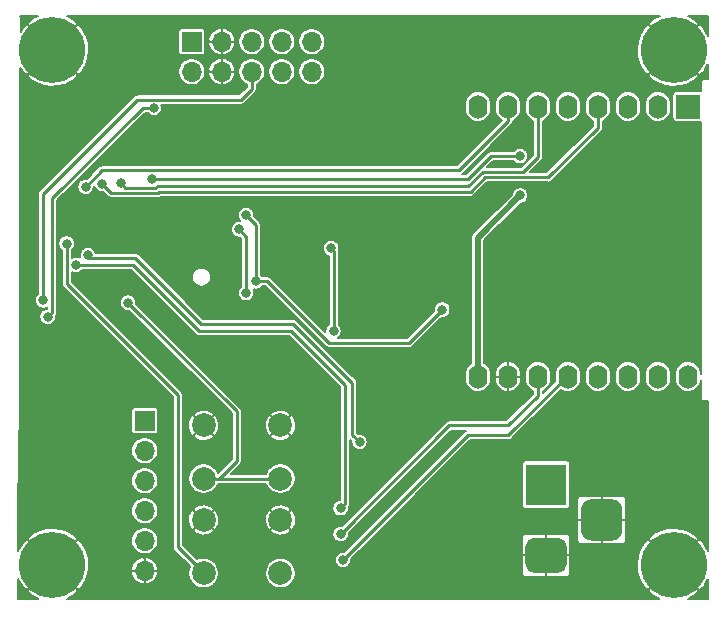
<source format=gbr>
%TF.GenerationSoftware,KiCad,Pcbnew,(5.1.10)-1*%
%TF.CreationDate,2021-11-06T01:00:32+01:00*%
%TF.ProjectId,xlAnchor,786c416e-6368-46f7-922e-6b696361645f,rev?*%
%TF.SameCoordinates,Original*%
%TF.FileFunction,Copper,L2,Bot*%
%TF.FilePolarity,Positive*%
%FSLAX46Y46*%
G04 Gerber Fmt 4.6, Leading zero omitted, Abs format (unit mm)*
G04 Created by KiCad (PCBNEW (5.1.10)-1) date 2021-11-06 01:00:32*
%MOMM*%
%LPD*%
G01*
G04 APERTURE LIST*
%TA.AperFunction,ComponentPad*%
%ADD10C,5.600000*%
%TD*%
%TA.AperFunction,ComponentPad*%
%ADD11R,3.500000X3.500000*%
%TD*%
%TA.AperFunction,ComponentPad*%
%ADD12O,1.700000X1.700000*%
%TD*%
%TA.AperFunction,ComponentPad*%
%ADD13R,1.700000X1.700000*%
%TD*%
%TA.AperFunction,ComponentPad*%
%ADD14O,1.600000X2.000000*%
%TD*%
%TA.AperFunction,ComponentPad*%
%ADD15R,2.000000X2.000000*%
%TD*%
%TA.AperFunction,ComponentPad*%
%ADD16C,2.000000*%
%TD*%
%TA.AperFunction,ViaPad*%
%ADD17C,0.800000*%
%TD*%
%TA.AperFunction,Conductor*%
%ADD18C,0.250000*%
%TD*%
%TA.AperFunction,Conductor*%
%ADD19C,0.500000*%
%TD*%
%TA.AperFunction,Conductor*%
%ADD20C,0.200000*%
%TD*%
%TA.AperFunction,Conductor*%
%ADD21C,0.100000*%
%TD*%
G04 APERTURE END LIST*
D10*
%TO.P,H4,1*%
%TO.N,GND*%
X154800000Y-62800000D03*
%TD*%
%TO.P,H3,1*%
%TO.N,GND*%
X102200000Y-19200000D03*
%TD*%
%TO.P,H2,1*%
%TO.N,GND*%
X102200000Y-62800000D03*
%TD*%
%TO.P,H1,1*%
%TO.N,GND*%
X154800000Y-19200000D03*
%TD*%
%TO.P,J3,3*%
%TO.N,GND*%
%TA.AperFunction,ComponentPad*%
G36*
G01*
X149575000Y-60750000D02*
X147825000Y-60750000D01*
G75*
G02*
X146950000Y-59875000I0J875000D01*
G01*
X146950000Y-58125000D01*
G75*
G02*
X147825000Y-57250000I875000J0D01*
G01*
X149575000Y-57250000D01*
G75*
G02*
X150450000Y-58125000I0J-875000D01*
G01*
X150450000Y-59875000D01*
G75*
G02*
X149575000Y-60750000I-875000J0D01*
G01*
G37*
%TD.AperFunction*%
%TO.P,J3,2*%
%TA.AperFunction,ComponentPad*%
G36*
G01*
X145000000Y-63500000D02*
X143000000Y-63500000D01*
G75*
G02*
X142250000Y-62750000I0J750000D01*
G01*
X142250000Y-61250000D01*
G75*
G02*
X143000000Y-60500000I750000J0D01*
G01*
X145000000Y-60500000D01*
G75*
G02*
X145750000Y-61250000I0J-750000D01*
G01*
X145750000Y-62750000D01*
G75*
G02*
X145000000Y-63500000I-750000J0D01*
G01*
G37*
%TD.AperFunction*%
D11*
%TO.P,J3,1*%
%TO.N,+5V*%
X144000000Y-56000000D03*
%TD*%
D12*
%TO.P,J2,6*%
%TO.N,GND*%
X110000000Y-63300000D03*
%TO.P,J2,5*%
%TO.N,N/C*%
X110000000Y-60760000D03*
%TO.P,J2,4*%
%TO.N,Net-(J2-Pad4)*%
X110000000Y-58220000D03*
%TO.P,J2,3*%
%TO.N,/DWM_RX*%
X110000000Y-55680000D03*
%TO.P,J2,2*%
%TO.N,/DWM_TX*%
X110000000Y-53140000D03*
D13*
%TO.P,J2,1*%
%TO.N,N/C*%
X110000000Y-50600000D03*
%TD*%
D14*
%TO.P,U1,16*%
%TO.N,Net-(JP2-Pad2)*%
X156000000Y-46860000D03*
%TO.P,U1,15*%
%TO.N,Net-(JP1-Pad2)*%
X153460000Y-46860000D03*
%TO.P,U1,14*%
%TO.N,N/C*%
X150920000Y-46860000D03*
%TO.P,U1,13*%
X148380000Y-46860000D03*
%TO.P,U1,12*%
%TO.N,Net-(R6-Pad1)*%
X145840000Y-46860000D03*
%TO.P,U1,11*%
%TO.N,Net-(R5-Pad1)*%
X143300000Y-46860000D03*
%TO.P,U1,10*%
%TO.N,GND*%
X140760000Y-46860000D03*
%TO.P,U1,9*%
%TO.N,+5V*%
X138220000Y-46860000D03*
%TO.P,U1,8*%
%TO.N,Net-(JP6-Pad1)*%
X138220000Y-24000000D03*
%TO.P,U1,7*%
%TO.N,Net-(U1-Pad7)*%
X140760000Y-24000000D03*
%TO.P,U1,6*%
%TO.N,Net-(U1-Pad6)*%
X143300000Y-24000000D03*
%TO.P,U1,5*%
%TO.N,Net-(U1-Pad5)*%
X145840000Y-24000000D03*
%TO.P,U1,4*%
%TO.N,Net-(U1-Pad4)*%
X148380000Y-24000000D03*
%TO.P,U1,3*%
%TO.N,N/C*%
X150920000Y-24000000D03*
D15*
%TO.P,U1,1*%
X156000000Y-24000000D03*
D14*
%TO.P,U1,2*%
X153460000Y-24000000D03*
%TD*%
D16*
%TO.P,SW2,1*%
%TO.N,GND*%
X121500000Y-51000000D03*
%TO.P,SW2,2*%
%TO.N,/DWM_RESET*%
X121500000Y-55500000D03*
%TO.P,SW2,1*%
%TO.N,GND*%
X115000000Y-51000000D03*
%TO.P,SW2,2*%
%TO.N,/DWM_RESET*%
X115000000Y-55500000D03*
%TD*%
%TO.P,SW1,1*%
%TO.N,GND*%
X121500000Y-59000000D03*
%TO.P,SW1,2*%
%TO.N,Net-(R1-Pad2)*%
X121500000Y-63500000D03*
%TO.P,SW1,1*%
%TO.N,GND*%
X115000000Y-59000000D03*
%TO.P,SW1,2*%
%TO.N,Net-(R1-Pad2)*%
X115000000Y-63500000D03*
%TD*%
D12*
%TO.P,J1,10*%
%TO.N,N/C*%
X124160000Y-21040000D03*
%TO.P,J1,9*%
X124160000Y-18500000D03*
%TO.P,J1,8*%
%TO.N,Net-(J1-Pad7)*%
X121620000Y-21040000D03*
%TO.P,J1,7*%
X121620000Y-18500000D03*
%TO.P,J1,6*%
%TO.N,/SWD_CLK*%
X119080000Y-21040000D03*
%TO.P,J1,5*%
%TO.N,N/C*%
X119080000Y-18500000D03*
%TO.P,J1,4*%
%TO.N,GND*%
X116540000Y-21040000D03*
%TO.P,J1,3*%
X116540000Y-18500000D03*
%TO.P,J1,2*%
%TO.N,/SWD_DIO*%
X114000000Y-21040000D03*
D13*
%TO.P,J1,1*%
%TO.N,Net-(J1-Pad1)*%
X114000000Y-18500000D03*
%TD*%
D17*
%TO.N,GND*%
X131600000Y-25200000D03*
X151000000Y-34000000D03*
X132800000Y-48000000D03*
X154600000Y-53400000D03*
X109600000Y-34200000D03*
X116600000Y-40400000D03*
X101400000Y-49800000D03*
X107600000Y-50400000D03*
X106400000Y-57400000D03*
X129600000Y-32800000D03*
%TO.N,/SWD_CLK*%
X101400000Y-40400000D03*
%TO.N,/SWD_DIO*%
X101800000Y-41800000D03*
X110800000Y-24125010D03*
%TO.N,/DWM_RESET*%
X108600000Y-40600000D03*
%TO.N,+3V3*%
X126000000Y-43000000D03*
X125800000Y-36000000D03*
%TO.N,Net-(R1-Pad2)*%
X103400000Y-35600000D03*
%TO.N,Net-(R3-Pad1)*%
X128200000Y-52400000D03*
X105200000Y-36600000D03*
%TO.N,Net-(R4-Pad1)*%
X104200000Y-37400000D03*
X126600000Y-58000000D03*
%TO.N,Net-(U1-Pad7)*%
X105000000Y-30800000D03*
%TO.N,Net-(U1-Pad6)*%
X107987340Y-30474990D03*
%TO.N,Net-(U1-Pad5)*%
X141800000Y-28200000D03*
X110600000Y-30125010D03*
%TO.N,Net-(U1-Pad4)*%
X106400000Y-30525010D03*
%TO.N,+5V*%
X141800000Y-31525010D03*
%TO.N,/DWM_RX*%
X119400000Y-38800000D03*
X118600000Y-33200000D03*
X135200000Y-41200000D03*
%TO.N,/DWM_TX*%
X118000000Y-34400000D03*
X118600000Y-39800000D03*
%TO.N,Net-(R5-Pad1)*%
X126600000Y-60200000D03*
%TO.N,Net-(R6-Pad1)*%
X126800000Y-62400000D03*
%TD*%
D18*
%TO.N,/SWD_CLK*%
X101400000Y-40400000D02*
X101400000Y-31400000D01*
X101400000Y-31400000D02*
X109400000Y-23400000D01*
X109400000Y-23400000D02*
X118200000Y-23400000D01*
X119080000Y-22520000D02*
X119080000Y-21040000D01*
X118200000Y-23400000D02*
X119080000Y-22520000D01*
%TO.N,/SWD_DIO*%
X102199999Y-41400001D02*
X102199999Y-31759326D01*
X101800000Y-41800000D02*
X102199999Y-41400001D01*
X102199999Y-31759326D02*
X109834315Y-24125010D01*
X109834315Y-24125010D02*
X110800000Y-24125010D01*
%TO.N,/DWM_RESET*%
X121500000Y-55500000D02*
X115000000Y-55500000D01*
X108600000Y-40600000D02*
X117800000Y-49800000D01*
X117800000Y-49800000D02*
X117800000Y-54000000D01*
X116300000Y-55500000D02*
X115000000Y-55500000D01*
X117800000Y-54000000D02*
X116300000Y-55500000D01*
%TO.N,+3V3*%
X126000000Y-43000000D02*
X126000000Y-36200000D01*
X126000000Y-36200000D02*
X125800000Y-36000000D01*
%TO.N,Net-(R1-Pad2)*%
X115000000Y-63500000D02*
X112800000Y-61300000D01*
X112800000Y-61300000D02*
X112800000Y-48400000D01*
X103400000Y-39000000D02*
X103400000Y-35600000D01*
X112800000Y-48400000D02*
X103400000Y-39000000D01*
%TO.N,Net-(R3-Pad1)*%
X128200000Y-52400000D02*
X127600000Y-51800000D01*
X127600000Y-51800000D02*
X127600000Y-47400000D01*
X127600000Y-47400000D02*
X122600000Y-42400000D01*
X122600000Y-42400000D02*
X114800000Y-42400000D01*
X114800000Y-42400000D02*
X109200000Y-36800000D01*
X105400000Y-36800000D02*
X105200000Y-36600000D01*
X109200000Y-36800000D02*
X105400000Y-36800000D01*
%TO.N,Net-(R4-Pad1)*%
X104200000Y-37400000D02*
X109000000Y-37400000D01*
X109000000Y-37400000D02*
X114600000Y-43000000D01*
X114600000Y-43000000D02*
X122400000Y-43000000D01*
X122400000Y-43000000D02*
X127000000Y-47600000D01*
X127000000Y-57600000D02*
X126600000Y-58000000D01*
X127000000Y-47600000D02*
X127000000Y-57600000D01*
%TO.N,Net-(U1-Pad7)*%
X136610000Y-29400000D02*
X106400000Y-29400000D01*
X140760000Y-25250000D02*
X136610000Y-29400000D01*
X106400000Y-29400000D02*
X105000000Y-30800000D01*
X140760000Y-24000000D02*
X140760000Y-25250000D01*
%TO.N,Net-(U1-Pad6)*%
X137413601Y-30749989D02*
X111048023Y-30749989D01*
X138613600Y-29549989D02*
X137413601Y-30749989D01*
X143300000Y-28300000D02*
X142050011Y-29549989D01*
X111048023Y-30749989D02*
X110948001Y-30850011D01*
X142050011Y-29549989D02*
X138613600Y-29549989D01*
X110948001Y-30850011D02*
X108362361Y-30850011D01*
X143300000Y-24000000D02*
X143300000Y-28300000D01*
X108362361Y-30850011D02*
X107987340Y-30474990D01*
%TO.N,Net-(U1-Pad5)*%
X139327178Y-28200000D02*
X137402168Y-30125010D01*
X141800000Y-28200000D02*
X139327178Y-28200000D01*
X137402168Y-30125010D02*
X110600000Y-30125010D01*
%TO.N,Net-(U1-Pad4)*%
X111134401Y-31300022D02*
X107175012Y-31300022D01*
X111234423Y-31200000D02*
X111134401Y-31300022D01*
X137600000Y-31200000D02*
X111234423Y-31200000D01*
X148380000Y-24000000D02*
X148380000Y-25820000D01*
X148380000Y-25820000D02*
X144200000Y-30000000D01*
X107175012Y-31300022D02*
X106400000Y-30525010D01*
X144200000Y-30000000D02*
X138800000Y-30000000D01*
X138800000Y-30000000D02*
X137600000Y-31200000D01*
D19*
%TO.N,+5V*%
X138220000Y-35105010D02*
X141800000Y-31525010D01*
X138220000Y-46860000D02*
X138220000Y-35105010D01*
D18*
%TO.N,/DWM_RX*%
X119400000Y-34000000D02*
X118600000Y-33200000D01*
X119400000Y-38800000D02*
X119400000Y-34000000D01*
X119400000Y-38800000D02*
X120400000Y-38800000D01*
X120400000Y-38800000D02*
X125600000Y-44000000D01*
X132400000Y-44000000D02*
X135200000Y-41200000D01*
X125600000Y-44000000D02*
X132400000Y-44000000D01*
%TO.N,/DWM_TX*%
X118600000Y-35000000D02*
X118600000Y-39800000D01*
X118000000Y-34400000D02*
X118600000Y-35000000D01*
%TO.N,Net-(R5-Pad1)*%
X126600000Y-60200000D02*
X135800000Y-51000000D01*
X135800000Y-51000000D02*
X140800000Y-51000000D01*
X143300000Y-48500000D02*
X143300000Y-46860000D01*
X140800000Y-51000000D02*
X143300000Y-48500000D01*
%TO.N,Net-(R6-Pad1)*%
X145840000Y-46860000D02*
X145740000Y-46860000D01*
X145740000Y-46860000D02*
X140800000Y-51800000D01*
X137400000Y-51800000D02*
X126800000Y-62400000D01*
X140800000Y-51800000D02*
X137400000Y-51800000D01*
%TD*%
D20*
%TO.N,GND*%
X100562906Y-16538074D02*
X100367191Y-16668848D01*
X100048597Y-17041525D01*
X102200000Y-19192929D01*
X104351403Y-17041525D01*
X104032809Y-16668848D01*
X103503789Y-16359920D01*
X103402565Y-16325000D01*
X153600418Y-16325000D01*
X153162906Y-16538074D01*
X152967191Y-16668848D01*
X152648597Y-17041525D01*
X154800000Y-19192929D01*
X156951403Y-17041525D01*
X156632809Y-16668848D01*
X156103789Y-16359920D01*
X156002565Y-16325000D01*
X157675001Y-16325000D01*
X157675001Y-18000420D01*
X157461926Y-17562906D01*
X157331152Y-17367191D01*
X156958475Y-17048597D01*
X154807071Y-19200000D01*
X156958475Y-21351403D01*
X157331152Y-21032809D01*
X157640080Y-20503789D01*
X157675001Y-20402562D01*
X157675001Y-21700000D01*
X157200000Y-21700000D01*
X157180491Y-21701921D01*
X157161732Y-21707612D01*
X157144443Y-21716853D01*
X157129289Y-21729289D01*
X157116853Y-21744443D01*
X157107612Y-21761732D01*
X157101921Y-21780491D01*
X157100000Y-21800000D01*
X157100000Y-22716836D01*
X157058810Y-22704341D01*
X157000000Y-22698549D01*
X155000000Y-22698549D01*
X154941190Y-22704341D01*
X154884640Y-22721496D01*
X154832523Y-22749353D01*
X154786842Y-22786842D01*
X154749353Y-22832523D01*
X154721496Y-22884640D01*
X154704341Y-22941190D01*
X154698549Y-23000000D01*
X154698549Y-25000000D01*
X154704341Y-25058810D01*
X154721496Y-25115360D01*
X154749353Y-25167477D01*
X154786842Y-25213158D01*
X154832523Y-25250647D01*
X154884640Y-25278504D01*
X154941190Y-25295659D01*
X155000000Y-25301451D01*
X157000000Y-25301451D01*
X157058810Y-25295659D01*
X157100000Y-25283164D01*
X157100000Y-46605964D01*
X157084084Y-46444363D01*
X157021184Y-46237013D01*
X156919042Y-46045916D01*
X156781581Y-45878419D01*
X156614084Y-45740958D01*
X156422988Y-45638816D01*
X156215638Y-45575916D01*
X156000000Y-45554678D01*
X155784363Y-45575916D01*
X155577013Y-45638816D01*
X155385917Y-45740958D01*
X155218420Y-45878419D01*
X155080959Y-46045916D01*
X154978816Y-46237012D01*
X154915916Y-46444362D01*
X154900000Y-46605964D01*
X154900000Y-47114035D01*
X154915916Y-47275637D01*
X154978816Y-47482987D01*
X155080958Y-47674084D01*
X155218419Y-47841581D01*
X155385916Y-47979042D01*
X155577012Y-48081184D01*
X155784362Y-48144084D01*
X156000000Y-48165322D01*
X156215637Y-48144084D01*
X156422987Y-48081184D01*
X156614084Y-47979042D01*
X156781581Y-47841581D01*
X156919042Y-47674084D01*
X157021184Y-47482988D01*
X157084084Y-47275638D01*
X157100000Y-47114036D01*
X157100000Y-48800000D01*
X157101921Y-48819509D01*
X157107612Y-48838268D01*
X157116853Y-48855557D01*
X157129289Y-48870711D01*
X157144443Y-48883147D01*
X157161732Y-48892388D01*
X157180491Y-48898079D01*
X157200000Y-48900000D01*
X157675000Y-48900000D01*
X157675000Y-61600418D01*
X157461926Y-61162906D01*
X157331152Y-60967191D01*
X156958475Y-60648597D01*
X154807071Y-62800000D01*
X156958475Y-64951403D01*
X157331152Y-64632809D01*
X157640080Y-64103789D01*
X157675000Y-64002565D01*
X157675000Y-65675000D01*
X155999582Y-65675000D01*
X156437094Y-65461926D01*
X156632809Y-65331152D01*
X156951403Y-64958475D01*
X154800000Y-62807071D01*
X152648597Y-64958475D01*
X152967191Y-65331152D01*
X153496211Y-65640080D01*
X153597435Y-65675000D01*
X103399582Y-65675000D01*
X103837094Y-65461926D01*
X104032809Y-65331152D01*
X104351403Y-64958475D01*
X102200000Y-62807071D01*
X100048597Y-64958475D01*
X100367191Y-65331152D01*
X100896211Y-65640080D01*
X100997435Y-65675000D01*
X99325000Y-65675000D01*
X99325000Y-63999582D01*
X99538074Y-64437094D01*
X99668848Y-64632809D01*
X100041525Y-64951403D01*
X102192929Y-62800000D01*
X102207071Y-62800000D01*
X104358475Y-64951403D01*
X104731152Y-64632809D01*
X105040080Y-64103789D01*
X105239865Y-63524665D01*
X105245095Y-63486401D01*
X108855075Y-63486401D01*
X108870894Y-63565932D01*
X108944470Y-63781100D01*
X109058610Y-63977779D01*
X109208927Y-64148412D01*
X109389644Y-64286441D01*
X109593817Y-64386561D01*
X109813599Y-64444925D01*
X109995000Y-64382489D01*
X109995000Y-63305000D01*
X110005000Y-63305000D01*
X110005000Y-64382489D01*
X110186401Y-64444925D01*
X110406183Y-64386561D01*
X110610356Y-64286441D01*
X110791073Y-64148412D01*
X110941390Y-63977779D01*
X111055530Y-63781100D01*
X111129106Y-63565932D01*
X111144925Y-63486401D01*
X111082488Y-63305000D01*
X110005000Y-63305000D01*
X109995000Y-63305000D01*
X108917512Y-63305000D01*
X108855075Y-63486401D01*
X105245095Y-63486401D01*
X105296052Y-63113599D01*
X108855075Y-63113599D01*
X108917512Y-63295000D01*
X109995000Y-63295000D01*
X109995000Y-62217511D01*
X110005000Y-62217511D01*
X110005000Y-63295000D01*
X111082488Y-63295000D01*
X111144925Y-63113599D01*
X111129106Y-63034068D01*
X111055530Y-62818900D01*
X110941390Y-62622221D01*
X110791073Y-62451588D01*
X110610356Y-62313559D01*
X110406183Y-62213439D01*
X110186401Y-62155075D01*
X110005000Y-62217511D01*
X109995000Y-62217511D01*
X109813599Y-62155075D01*
X109593817Y-62213439D01*
X109389644Y-62313559D01*
X109208927Y-62451588D01*
X109058610Y-62622221D01*
X108944470Y-62818900D01*
X108870894Y-63034068D01*
X108855075Y-63113599D01*
X105296052Y-63113599D01*
X105322831Y-62917692D01*
X105285788Y-62306197D01*
X105130159Y-61713678D01*
X104861926Y-61162906D01*
X104731152Y-60967191D01*
X104358475Y-60648597D01*
X102207071Y-62800000D01*
X102192929Y-62800000D01*
X100041525Y-60648597D01*
X99668848Y-60967191D01*
X99359920Y-61496211D01*
X99325000Y-61597435D01*
X99325000Y-60641525D01*
X100048597Y-60641525D01*
X102200000Y-62792929D01*
X104346193Y-60646735D01*
X108850000Y-60646735D01*
X108850000Y-60873265D01*
X108894194Y-61095443D01*
X108980884Y-61304729D01*
X109106737Y-61493082D01*
X109266918Y-61653263D01*
X109455271Y-61779116D01*
X109664557Y-61865806D01*
X109886735Y-61910000D01*
X110113265Y-61910000D01*
X110335443Y-61865806D01*
X110544729Y-61779116D01*
X110733082Y-61653263D01*
X110893263Y-61493082D01*
X111019116Y-61304729D01*
X111105806Y-61095443D01*
X111150000Y-60873265D01*
X111150000Y-60646735D01*
X111105806Y-60424557D01*
X111019116Y-60215271D01*
X110893263Y-60026918D01*
X110733082Y-59866737D01*
X110544729Y-59740884D01*
X110335443Y-59654194D01*
X110113265Y-59610000D01*
X109886735Y-59610000D01*
X109664557Y-59654194D01*
X109455271Y-59740884D01*
X109266918Y-59866737D01*
X109106737Y-60026918D01*
X108980884Y-60215271D01*
X108894194Y-60424557D01*
X108850000Y-60646735D01*
X104346193Y-60646735D01*
X104351403Y-60641525D01*
X104032809Y-60268848D01*
X103503789Y-59959920D01*
X102924665Y-59760135D01*
X102317692Y-59677169D01*
X101706197Y-59714212D01*
X101113678Y-59869841D01*
X100562906Y-60138074D01*
X100367191Y-60268848D01*
X100048597Y-60641525D01*
X99325000Y-60641525D01*
X99325000Y-58106735D01*
X108850000Y-58106735D01*
X108850000Y-58333265D01*
X108894194Y-58555443D01*
X108980884Y-58764729D01*
X109106737Y-58953082D01*
X109266918Y-59113263D01*
X109455271Y-59239116D01*
X109664557Y-59325806D01*
X109886735Y-59370000D01*
X110113265Y-59370000D01*
X110335443Y-59325806D01*
X110544729Y-59239116D01*
X110733082Y-59113263D01*
X110893263Y-58953082D01*
X111019116Y-58764729D01*
X111105806Y-58555443D01*
X111150000Y-58333265D01*
X111150000Y-58106735D01*
X111105806Y-57884557D01*
X111019116Y-57675271D01*
X110893263Y-57486918D01*
X110733082Y-57326737D01*
X110544729Y-57200884D01*
X110335443Y-57114194D01*
X110113265Y-57070000D01*
X109886735Y-57070000D01*
X109664557Y-57114194D01*
X109455271Y-57200884D01*
X109266918Y-57326737D01*
X109106737Y-57486918D01*
X108980884Y-57675271D01*
X108894194Y-57884557D01*
X108850000Y-58106735D01*
X99325000Y-58106735D01*
X99325000Y-55896403D01*
X99338034Y-55892485D01*
X99355346Y-55883288D01*
X99370531Y-55870890D01*
X99383006Y-55855768D01*
X99392291Y-55838503D01*
X99398029Y-55819758D01*
X99400000Y-55800254D01*
X99400592Y-55566735D01*
X108850000Y-55566735D01*
X108850000Y-55793265D01*
X108894194Y-56015443D01*
X108980884Y-56224729D01*
X109106737Y-56413082D01*
X109266918Y-56573263D01*
X109455271Y-56699116D01*
X109664557Y-56785806D01*
X109886735Y-56830000D01*
X110113265Y-56830000D01*
X110335443Y-56785806D01*
X110544729Y-56699116D01*
X110733082Y-56573263D01*
X110893263Y-56413082D01*
X111019116Y-56224729D01*
X111105806Y-56015443D01*
X111150000Y-55793265D01*
X111150000Y-55566735D01*
X111105806Y-55344557D01*
X111019116Y-55135271D01*
X110893263Y-54946918D01*
X110733082Y-54786737D01*
X110544729Y-54660884D01*
X110335443Y-54574194D01*
X110113265Y-54530000D01*
X109886735Y-54530000D01*
X109664557Y-54574194D01*
X109455271Y-54660884D01*
X109266918Y-54786737D01*
X109106737Y-54946918D01*
X108980884Y-55135271D01*
X108894194Y-55344557D01*
X108850000Y-55566735D01*
X99400592Y-55566735D01*
X99407038Y-53026735D01*
X108850000Y-53026735D01*
X108850000Y-53253265D01*
X108894194Y-53475443D01*
X108980884Y-53684729D01*
X109106737Y-53873082D01*
X109266918Y-54033263D01*
X109455271Y-54159116D01*
X109664557Y-54245806D01*
X109886735Y-54290000D01*
X110113265Y-54290000D01*
X110335443Y-54245806D01*
X110544729Y-54159116D01*
X110733082Y-54033263D01*
X110893263Y-53873082D01*
X111019116Y-53684729D01*
X111105806Y-53475443D01*
X111150000Y-53253265D01*
X111150000Y-53026735D01*
X111105806Y-52804557D01*
X111019116Y-52595271D01*
X110893263Y-52406918D01*
X110733082Y-52246737D01*
X110544729Y-52120884D01*
X110335443Y-52034194D01*
X110113265Y-51990000D01*
X109886735Y-51990000D01*
X109664557Y-52034194D01*
X109455271Y-52120884D01*
X109266918Y-52246737D01*
X109106737Y-52406918D01*
X108980884Y-52595271D01*
X108894194Y-52804557D01*
X108850000Y-53026735D01*
X99407038Y-53026735D01*
X99415355Y-49750000D01*
X108848549Y-49750000D01*
X108848549Y-51450000D01*
X108854341Y-51508810D01*
X108871496Y-51565360D01*
X108899353Y-51617477D01*
X108936842Y-51663158D01*
X108982523Y-51700647D01*
X109034640Y-51728504D01*
X109091190Y-51745659D01*
X109150000Y-51751451D01*
X110850000Y-51751451D01*
X110908810Y-51745659D01*
X110965360Y-51728504D01*
X111017477Y-51700647D01*
X111063158Y-51663158D01*
X111100647Y-51617477D01*
X111128504Y-51565360D01*
X111145659Y-51508810D01*
X111151451Y-51450000D01*
X111151451Y-49750000D01*
X111145659Y-49691190D01*
X111128504Y-49634640D01*
X111100647Y-49582523D01*
X111063158Y-49536842D01*
X111017477Y-49499353D01*
X110965360Y-49471496D01*
X110908810Y-49454341D01*
X110850000Y-49448549D01*
X109150000Y-49448549D01*
X109091190Y-49454341D01*
X109034640Y-49471496D01*
X108982523Y-49499353D01*
X108936842Y-49536842D01*
X108899353Y-49582523D01*
X108871496Y-49634640D01*
X108854341Y-49691190D01*
X108848549Y-49750000D01*
X99415355Y-49750000D01*
X99439261Y-40331056D01*
X100700000Y-40331056D01*
X100700000Y-40468944D01*
X100726901Y-40604182D01*
X100779668Y-40731574D01*
X100856274Y-40846224D01*
X100953776Y-40943726D01*
X101068426Y-41020332D01*
X101195818Y-41073099D01*
X101331056Y-41100000D01*
X101468944Y-41100000D01*
X101604182Y-41073099D01*
X101731574Y-41020332D01*
X101774999Y-40991317D01*
X101774999Y-41100000D01*
X101731056Y-41100000D01*
X101595818Y-41126901D01*
X101468426Y-41179668D01*
X101353776Y-41256274D01*
X101256274Y-41353776D01*
X101179668Y-41468426D01*
X101126901Y-41595818D01*
X101100000Y-41731056D01*
X101100000Y-41868944D01*
X101126901Y-42004182D01*
X101179668Y-42131574D01*
X101256274Y-42246224D01*
X101353776Y-42343726D01*
X101468426Y-42420332D01*
X101595818Y-42473099D01*
X101731056Y-42500000D01*
X101868944Y-42500000D01*
X102004182Y-42473099D01*
X102131574Y-42420332D01*
X102246224Y-42343726D01*
X102343726Y-42246224D01*
X102420332Y-42131574D01*
X102473099Y-42004182D01*
X102500000Y-41868944D01*
X102500000Y-41731056D01*
X102495304Y-41707448D01*
X102501973Y-41701975D01*
X102555083Y-41637261D01*
X102594547Y-41563428D01*
X102618849Y-41483315D01*
X102624999Y-41420875D01*
X102624999Y-41420869D01*
X102627054Y-41400002D01*
X102624999Y-41379135D01*
X102624999Y-35531056D01*
X102700000Y-35531056D01*
X102700000Y-35668944D01*
X102726901Y-35804182D01*
X102779668Y-35931574D01*
X102856274Y-36046224D01*
X102953776Y-36143726D01*
X102975001Y-36157908D01*
X102975000Y-38979133D01*
X102972945Y-39000000D01*
X102975000Y-39020867D01*
X102975000Y-39020873D01*
X102981150Y-39083313D01*
X103005452Y-39163426D01*
X103044916Y-39237259D01*
X103098026Y-39301974D01*
X103114244Y-39315284D01*
X112375001Y-48576042D01*
X112375000Y-61279133D01*
X112372945Y-61300000D01*
X112375000Y-61320867D01*
X112375000Y-61320873D01*
X112381150Y-61383313D01*
X112405452Y-61463426D01*
X112444916Y-61537259D01*
X112498026Y-61601974D01*
X112514243Y-61615283D01*
X113828982Y-62930023D01*
X113749958Y-63120804D01*
X113700000Y-63371961D01*
X113700000Y-63628039D01*
X113749958Y-63879196D01*
X113847955Y-64115781D01*
X113990224Y-64328702D01*
X114171298Y-64509776D01*
X114384219Y-64652045D01*
X114620804Y-64750042D01*
X114871961Y-64800000D01*
X115128039Y-64800000D01*
X115379196Y-64750042D01*
X115615781Y-64652045D01*
X115828702Y-64509776D01*
X116009776Y-64328702D01*
X116152045Y-64115781D01*
X116250042Y-63879196D01*
X116300000Y-63628039D01*
X116300000Y-63371961D01*
X120200000Y-63371961D01*
X120200000Y-63628039D01*
X120249958Y-63879196D01*
X120347955Y-64115781D01*
X120490224Y-64328702D01*
X120671298Y-64509776D01*
X120884219Y-64652045D01*
X121120804Y-64750042D01*
X121371961Y-64800000D01*
X121628039Y-64800000D01*
X121879196Y-64750042D01*
X122115781Y-64652045D01*
X122328702Y-64509776D01*
X122509776Y-64328702D01*
X122652045Y-64115781D01*
X122750042Y-63879196D01*
X122800000Y-63628039D01*
X122800000Y-63500000D01*
X141938500Y-63500000D01*
X141944485Y-63560771D01*
X141962212Y-63619206D01*
X141990997Y-63673060D01*
X142029736Y-63720264D01*
X142076940Y-63759003D01*
X142130794Y-63787788D01*
X142189229Y-63805515D01*
X142250000Y-63811500D01*
X143917500Y-63810000D01*
X143995000Y-63732500D01*
X143995000Y-62005000D01*
X144005000Y-62005000D01*
X144005000Y-63732500D01*
X144082500Y-63810000D01*
X145750000Y-63811500D01*
X145810771Y-63805515D01*
X145869206Y-63787788D01*
X145923060Y-63759003D01*
X145970264Y-63720264D01*
X146009003Y-63673060D01*
X146037788Y-63619206D01*
X146055515Y-63560771D01*
X146061500Y-63500000D01*
X146060635Y-62682308D01*
X151677169Y-62682308D01*
X151714212Y-63293803D01*
X151869841Y-63886322D01*
X152138074Y-64437094D01*
X152268848Y-64632809D01*
X152641525Y-64951403D01*
X154792929Y-62800000D01*
X152641525Y-60648597D01*
X152268848Y-60967191D01*
X151959920Y-61496211D01*
X151760135Y-62075335D01*
X151677169Y-62682308D01*
X146060635Y-62682308D01*
X146060000Y-62082500D01*
X145982500Y-62005000D01*
X144005000Y-62005000D01*
X143995000Y-62005000D01*
X142017500Y-62005000D01*
X141940000Y-62082500D01*
X141938500Y-63500000D01*
X122800000Y-63500000D01*
X122800000Y-63371961D01*
X122750042Y-63120804D01*
X122652045Y-62884219D01*
X122509776Y-62671298D01*
X122328702Y-62490224D01*
X122115781Y-62347955D01*
X121879196Y-62249958D01*
X121628039Y-62200000D01*
X121371961Y-62200000D01*
X121120804Y-62249958D01*
X120884219Y-62347955D01*
X120671298Y-62490224D01*
X120490224Y-62671298D01*
X120347955Y-62884219D01*
X120249958Y-63120804D01*
X120200000Y-63371961D01*
X116300000Y-63371961D01*
X116250042Y-63120804D01*
X116152045Y-62884219D01*
X116009776Y-62671298D01*
X115828702Y-62490224D01*
X115615781Y-62347955D01*
X115379196Y-62249958D01*
X115128039Y-62200000D01*
X114871961Y-62200000D01*
X114620804Y-62249958D01*
X114430023Y-62328982D01*
X113225000Y-61123960D01*
X113225000Y-59879520D01*
X114127551Y-59879520D01*
X114230326Y-60067873D01*
X114453446Y-60197509D01*
X114697570Y-60281128D01*
X114953318Y-60315512D01*
X115210859Y-60299342D01*
X115460296Y-60233239D01*
X115692044Y-60119743D01*
X115769674Y-60067873D01*
X115872449Y-59879520D01*
X120627551Y-59879520D01*
X120730326Y-60067873D01*
X120953446Y-60197509D01*
X121197570Y-60281128D01*
X121453318Y-60315512D01*
X121710859Y-60299342D01*
X121960296Y-60233239D01*
X122168943Y-60131056D01*
X125900000Y-60131056D01*
X125900000Y-60268944D01*
X125926901Y-60404182D01*
X125979668Y-60531574D01*
X126056274Y-60646224D01*
X126153776Y-60743726D01*
X126268426Y-60820332D01*
X126395818Y-60873099D01*
X126531056Y-60900000D01*
X126668944Y-60900000D01*
X126804182Y-60873099D01*
X126931574Y-60820332D01*
X127046224Y-60743726D01*
X127143726Y-60646224D01*
X127220332Y-60531574D01*
X127273099Y-60404182D01*
X127300000Y-60268944D01*
X127300000Y-60131056D01*
X127295020Y-60106020D01*
X135976041Y-51425000D01*
X137200001Y-51425000D01*
X137162740Y-51444916D01*
X137098026Y-51498026D01*
X137084721Y-51514238D01*
X126893980Y-61704980D01*
X126868944Y-61700000D01*
X126731056Y-61700000D01*
X126595818Y-61726901D01*
X126468426Y-61779668D01*
X126353776Y-61856274D01*
X126256274Y-61953776D01*
X126179668Y-62068426D01*
X126126901Y-62195818D01*
X126100000Y-62331056D01*
X126100000Y-62468944D01*
X126126901Y-62604182D01*
X126179668Y-62731574D01*
X126256274Y-62846224D01*
X126353776Y-62943726D01*
X126468426Y-63020332D01*
X126595818Y-63073099D01*
X126731056Y-63100000D01*
X126868944Y-63100000D01*
X127004182Y-63073099D01*
X127131574Y-63020332D01*
X127246224Y-62943726D01*
X127343726Y-62846224D01*
X127420332Y-62731574D01*
X127473099Y-62604182D01*
X127500000Y-62468944D01*
X127500000Y-62331056D01*
X127495020Y-62306020D01*
X129301040Y-60500000D01*
X141938500Y-60500000D01*
X141940000Y-61917500D01*
X142017500Y-61995000D01*
X143995000Y-61995000D01*
X143995000Y-60267500D01*
X144005000Y-60267500D01*
X144005000Y-61995000D01*
X145982500Y-61995000D01*
X146060000Y-61917500D01*
X146061235Y-60750000D01*
X146638500Y-60750000D01*
X146644485Y-60810771D01*
X146662212Y-60869206D01*
X146690997Y-60923060D01*
X146729736Y-60970264D01*
X146776940Y-61009003D01*
X146830794Y-61037788D01*
X146889229Y-61055515D01*
X146950000Y-61061500D01*
X148617500Y-61060000D01*
X148695000Y-60982500D01*
X148695000Y-59005000D01*
X148705000Y-59005000D01*
X148705000Y-60982500D01*
X148782500Y-61060000D01*
X150450000Y-61061500D01*
X150510771Y-61055515D01*
X150569206Y-61037788D01*
X150623060Y-61009003D01*
X150670264Y-60970264D01*
X150709003Y-60923060D01*
X150737788Y-60869206D01*
X150755515Y-60810771D01*
X150761500Y-60750000D01*
X150761403Y-60641525D01*
X152648597Y-60641525D01*
X154800000Y-62792929D01*
X156951403Y-60641525D01*
X156632809Y-60268848D01*
X156103789Y-59959920D01*
X155524665Y-59760135D01*
X154917692Y-59677169D01*
X154306197Y-59714212D01*
X153713678Y-59869841D01*
X153162906Y-60138074D01*
X152967191Y-60268848D01*
X152648597Y-60641525D01*
X150761403Y-60641525D01*
X150760000Y-59082500D01*
X150682500Y-59005000D01*
X148705000Y-59005000D01*
X148695000Y-59005000D01*
X146717500Y-59005000D01*
X146640000Y-59082500D01*
X146638500Y-60750000D01*
X146061235Y-60750000D01*
X146061500Y-60500000D01*
X146055515Y-60439229D01*
X146037788Y-60380794D01*
X146009003Y-60326940D01*
X145970264Y-60279736D01*
X145923060Y-60240997D01*
X145869206Y-60212212D01*
X145810771Y-60194485D01*
X145750000Y-60188500D01*
X144082500Y-60190000D01*
X144005000Y-60267500D01*
X143995000Y-60267500D01*
X143917500Y-60190000D01*
X142250000Y-60188500D01*
X142189229Y-60194485D01*
X142130794Y-60212212D01*
X142076940Y-60240997D01*
X142029736Y-60279736D01*
X141990997Y-60326940D01*
X141962212Y-60380794D01*
X141944485Y-60439229D01*
X141938500Y-60500000D01*
X129301040Y-60500000D01*
X135551040Y-54250000D01*
X141948549Y-54250000D01*
X141948549Y-57750000D01*
X141954341Y-57808810D01*
X141971496Y-57865360D01*
X141999353Y-57917477D01*
X142036842Y-57963158D01*
X142082523Y-58000647D01*
X142134640Y-58028504D01*
X142191190Y-58045659D01*
X142250000Y-58051451D01*
X145750000Y-58051451D01*
X145808810Y-58045659D01*
X145865360Y-58028504D01*
X145917477Y-58000647D01*
X145963158Y-57963158D01*
X146000647Y-57917477D01*
X146028504Y-57865360D01*
X146045659Y-57808810D01*
X146051451Y-57750000D01*
X146051451Y-57250000D01*
X146638500Y-57250000D01*
X146640000Y-58917500D01*
X146717500Y-58995000D01*
X148695000Y-58995000D01*
X148695000Y-57017500D01*
X148705000Y-57017500D01*
X148705000Y-58995000D01*
X150682500Y-58995000D01*
X150760000Y-58917500D01*
X150761500Y-57250000D01*
X150755515Y-57189229D01*
X150737788Y-57130794D01*
X150709003Y-57076940D01*
X150670264Y-57029736D01*
X150623060Y-56990997D01*
X150569206Y-56962212D01*
X150510771Y-56944485D01*
X150450000Y-56938500D01*
X148782500Y-56940000D01*
X148705000Y-57017500D01*
X148695000Y-57017500D01*
X148617500Y-56940000D01*
X146950000Y-56938500D01*
X146889229Y-56944485D01*
X146830794Y-56962212D01*
X146776940Y-56990997D01*
X146729736Y-57029736D01*
X146690997Y-57076940D01*
X146662212Y-57130794D01*
X146644485Y-57189229D01*
X146638500Y-57250000D01*
X146051451Y-57250000D01*
X146051451Y-54250000D01*
X146045659Y-54191190D01*
X146028504Y-54134640D01*
X146000647Y-54082523D01*
X145963158Y-54036842D01*
X145917477Y-53999353D01*
X145865360Y-53971496D01*
X145808810Y-53954341D01*
X145750000Y-53948549D01*
X142250000Y-53948549D01*
X142191190Y-53954341D01*
X142134640Y-53971496D01*
X142082523Y-53999353D01*
X142036842Y-54036842D01*
X141999353Y-54082523D01*
X141971496Y-54134640D01*
X141954341Y-54191190D01*
X141948549Y-54250000D01*
X135551040Y-54250000D01*
X137576041Y-52225000D01*
X140779133Y-52225000D01*
X140800000Y-52227055D01*
X140820867Y-52225000D01*
X140820874Y-52225000D01*
X140883314Y-52218850D01*
X140963427Y-52194548D01*
X141037260Y-52155084D01*
X141101974Y-52101974D01*
X141115284Y-52085756D01*
X145223765Y-47977276D01*
X145225916Y-47979042D01*
X145417012Y-48081184D01*
X145624362Y-48144084D01*
X145840000Y-48165322D01*
X146055637Y-48144084D01*
X146262987Y-48081184D01*
X146454084Y-47979042D01*
X146621581Y-47841581D01*
X146759042Y-47674084D01*
X146861184Y-47482988D01*
X146924084Y-47275638D01*
X146940000Y-47114036D01*
X146940000Y-46605965D01*
X146940000Y-46605964D01*
X147280000Y-46605964D01*
X147280000Y-47114035D01*
X147295916Y-47275637D01*
X147358816Y-47482987D01*
X147460958Y-47674084D01*
X147598419Y-47841581D01*
X147765916Y-47979042D01*
X147957012Y-48081184D01*
X148164362Y-48144084D01*
X148380000Y-48165322D01*
X148595637Y-48144084D01*
X148802987Y-48081184D01*
X148994084Y-47979042D01*
X149161581Y-47841581D01*
X149299042Y-47674084D01*
X149401184Y-47482988D01*
X149464084Y-47275638D01*
X149480000Y-47114036D01*
X149480000Y-46605965D01*
X149480000Y-46605964D01*
X149820000Y-46605964D01*
X149820000Y-47114035D01*
X149835916Y-47275637D01*
X149898816Y-47482987D01*
X150000958Y-47674084D01*
X150138419Y-47841581D01*
X150305916Y-47979042D01*
X150497012Y-48081184D01*
X150704362Y-48144084D01*
X150920000Y-48165322D01*
X151135637Y-48144084D01*
X151342987Y-48081184D01*
X151534084Y-47979042D01*
X151701581Y-47841581D01*
X151839042Y-47674084D01*
X151941184Y-47482988D01*
X152004084Y-47275638D01*
X152020000Y-47114036D01*
X152020000Y-46605965D01*
X152020000Y-46605964D01*
X152360000Y-46605964D01*
X152360000Y-47114035D01*
X152375916Y-47275637D01*
X152438816Y-47482987D01*
X152540958Y-47674084D01*
X152678419Y-47841581D01*
X152845916Y-47979042D01*
X153037012Y-48081184D01*
X153244362Y-48144084D01*
X153460000Y-48165322D01*
X153675637Y-48144084D01*
X153882987Y-48081184D01*
X154074084Y-47979042D01*
X154241581Y-47841581D01*
X154379042Y-47674084D01*
X154481184Y-47482988D01*
X154544084Y-47275638D01*
X154560000Y-47114036D01*
X154560000Y-46605965D01*
X154544084Y-46444363D01*
X154481184Y-46237013D01*
X154379042Y-46045916D01*
X154241581Y-45878419D01*
X154074084Y-45740958D01*
X153882988Y-45638816D01*
X153675638Y-45575916D01*
X153460000Y-45554678D01*
X153244363Y-45575916D01*
X153037013Y-45638816D01*
X152845917Y-45740958D01*
X152678420Y-45878419D01*
X152540959Y-46045916D01*
X152438816Y-46237012D01*
X152375916Y-46444362D01*
X152360000Y-46605964D01*
X152020000Y-46605964D01*
X152004084Y-46444363D01*
X151941184Y-46237013D01*
X151839042Y-46045916D01*
X151701581Y-45878419D01*
X151534084Y-45740958D01*
X151342988Y-45638816D01*
X151135638Y-45575916D01*
X150920000Y-45554678D01*
X150704363Y-45575916D01*
X150497013Y-45638816D01*
X150305917Y-45740958D01*
X150138420Y-45878419D01*
X150000959Y-46045916D01*
X149898816Y-46237012D01*
X149835916Y-46444362D01*
X149820000Y-46605964D01*
X149480000Y-46605964D01*
X149464084Y-46444363D01*
X149401184Y-46237013D01*
X149299042Y-46045916D01*
X149161581Y-45878419D01*
X148994084Y-45740958D01*
X148802988Y-45638816D01*
X148595638Y-45575916D01*
X148380000Y-45554678D01*
X148164363Y-45575916D01*
X147957013Y-45638816D01*
X147765917Y-45740958D01*
X147598420Y-45878419D01*
X147460959Y-46045916D01*
X147358816Y-46237012D01*
X147295916Y-46444362D01*
X147280000Y-46605964D01*
X146940000Y-46605964D01*
X146924084Y-46444363D01*
X146861184Y-46237013D01*
X146759042Y-46045916D01*
X146621581Y-45878419D01*
X146454084Y-45740958D01*
X146262988Y-45638816D01*
X146055638Y-45575916D01*
X145840000Y-45554678D01*
X145624363Y-45575916D01*
X145417013Y-45638816D01*
X145225917Y-45740958D01*
X145058420Y-45878419D01*
X144920959Y-46045916D01*
X144818816Y-46237012D01*
X144755916Y-46444362D01*
X144740000Y-46605964D01*
X144740000Y-47114035D01*
X144752994Y-47245965D01*
X143725000Y-48273959D01*
X143725000Y-48080108D01*
X143914084Y-47979042D01*
X144081581Y-47841581D01*
X144219042Y-47674084D01*
X144321184Y-47482988D01*
X144384084Y-47275638D01*
X144400000Y-47114036D01*
X144400000Y-46605965D01*
X144384084Y-46444363D01*
X144321184Y-46237013D01*
X144219042Y-46045916D01*
X144081581Y-45878419D01*
X143914084Y-45740958D01*
X143722988Y-45638816D01*
X143515638Y-45575916D01*
X143300000Y-45554678D01*
X143084363Y-45575916D01*
X142877013Y-45638816D01*
X142685917Y-45740958D01*
X142518420Y-45878419D01*
X142380959Y-46045916D01*
X142278816Y-46237012D01*
X142215916Y-46444362D01*
X142200000Y-46605964D01*
X142200000Y-47114035D01*
X142215916Y-47275637D01*
X142278816Y-47482987D01*
X142380958Y-47674084D01*
X142518419Y-47841581D01*
X142685916Y-47979042D01*
X142875000Y-48080109D01*
X142875000Y-48323959D01*
X140623960Y-50575000D01*
X135820867Y-50575000D01*
X135800000Y-50572945D01*
X135779133Y-50575000D01*
X135779126Y-50575000D01*
X135716686Y-50581150D01*
X135636572Y-50605452D01*
X135610855Y-50619199D01*
X135562740Y-50644916D01*
X135498026Y-50698026D01*
X135484721Y-50714238D01*
X126693980Y-59504980D01*
X126668944Y-59500000D01*
X126531056Y-59500000D01*
X126395818Y-59526901D01*
X126268426Y-59579668D01*
X126153776Y-59656274D01*
X126056274Y-59753776D01*
X125979668Y-59868426D01*
X125926901Y-59995818D01*
X125900000Y-60131056D01*
X122168943Y-60131056D01*
X122192044Y-60119743D01*
X122269674Y-60067873D01*
X122372449Y-59879520D01*
X121500000Y-59007071D01*
X120627551Y-59879520D01*
X115872449Y-59879520D01*
X115000000Y-59007071D01*
X114127551Y-59879520D01*
X113225000Y-59879520D01*
X113225000Y-58953318D01*
X113684488Y-58953318D01*
X113700658Y-59210859D01*
X113766761Y-59460296D01*
X113880257Y-59692044D01*
X113932127Y-59769674D01*
X114120480Y-59872449D01*
X114992929Y-59000000D01*
X115007071Y-59000000D01*
X115879520Y-59872449D01*
X116067873Y-59769674D01*
X116197509Y-59546554D01*
X116281128Y-59302430D01*
X116315512Y-59046682D01*
X116309651Y-58953318D01*
X120184488Y-58953318D01*
X120200658Y-59210859D01*
X120266761Y-59460296D01*
X120380257Y-59692044D01*
X120432127Y-59769674D01*
X120620480Y-59872449D01*
X121492929Y-59000000D01*
X121507071Y-59000000D01*
X122379520Y-59872449D01*
X122567873Y-59769674D01*
X122697509Y-59546554D01*
X122781128Y-59302430D01*
X122815512Y-59046682D01*
X122799342Y-58789141D01*
X122733239Y-58539704D01*
X122619743Y-58307956D01*
X122567873Y-58230326D01*
X122379520Y-58127551D01*
X121507071Y-59000000D01*
X121492929Y-59000000D01*
X120620480Y-58127551D01*
X120432127Y-58230326D01*
X120302491Y-58453446D01*
X120218872Y-58697570D01*
X120184488Y-58953318D01*
X116309651Y-58953318D01*
X116299342Y-58789141D01*
X116233239Y-58539704D01*
X116119743Y-58307956D01*
X116067873Y-58230326D01*
X115879520Y-58127551D01*
X115007071Y-59000000D01*
X114992929Y-59000000D01*
X114120480Y-58127551D01*
X113932127Y-58230326D01*
X113802491Y-58453446D01*
X113718872Y-58697570D01*
X113684488Y-58953318D01*
X113225000Y-58953318D01*
X113225000Y-58120480D01*
X114127551Y-58120480D01*
X115000000Y-58992929D01*
X115872449Y-58120480D01*
X120627551Y-58120480D01*
X121500000Y-58992929D01*
X122372449Y-58120480D01*
X122269674Y-57932127D01*
X122046554Y-57802491D01*
X121802430Y-57718872D01*
X121546682Y-57684488D01*
X121289141Y-57700658D01*
X121039704Y-57766761D01*
X120807956Y-57880257D01*
X120730326Y-57932127D01*
X120627551Y-58120480D01*
X115872449Y-58120480D01*
X115769674Y-57932127D01*
X115546554Y-57802491D01*
X115302430Y-57718872D01*
X115046682Y-57684488D01*
X114789141Y-57700658D01*
X114539704Y-57766761D01*
X114307956Y-57880257D01*
X114230326Y-57932127D01*
X114127551Y-58120480D01*
X113225000Y-58120480D01*
X113225000Y-51879520D01*
X114127551Y-51879520D01*
X114230326Y-52067873D01*
X114453446Y-52197509D01*
X114697570Y-52281128D01*
X114953318Y-52315512D01*
X115210859Y-52299342D01*
X115460296Y-52233239D01*
X115692044Y-52119743D01*
X115769674Y-52067873D01*
X115872449Y-51879520D01*
X115000000Y-51007071D01*
X114127551Y-51879520D01*
X113225000Y-51879520D01*
X113225000Y-50953318D01*
X113684488Y-50953318D01*
X113700658Y-51210859D01*
X113766761Y-51460296D01*
X113880257Y-51692044D01*
X113932127Y-51769674D01*
X114120480Y-51872449D01*
X114992929Y-51000000D01*
X115007071Y-51000000D01*
X115879520Y-51872449D01*
X116067873Y-51769674D01*
X116197509Y-51546554D01*
X116281128Y-51302430D01*
X116315512Y-51046682D01*
X116299342Y-50789141D01*
X116233239Y-50539704D01*
X116119743Y-50307956D01*
X116067873Y-50230326D01*
X115879520Y-50127551D01*
X115007071Y-51000000D01*
X114992929Y-51000000D01*
X114120480Y-50127551D01*
X113932127Y-50230326D01*
X113802491Y-50453446D01*
X113718872Y-50697570D01*
X113684488Y-50953318D01*
X113225000Y-50953318D01*
X113225000Y-50120480D01*
X114127551Y-50120480D01*
X115000000Y-50992929D01*
X115872449Y-50120480D01*
X115769674Y-49932127D01*
X115546554Y-49802491D01*
X115302430Y-49718872D01*
X115046682Y-49684488D01*
X114789141Y-49700658D01*
X114539704Y-49766761D01*
X114307956Y-49880257D01*
X114230326Y-49932127D01*
X114127551Y-50120480D01*
X113225000Y-50120480D01*
X113225000Y-48420866D01*
X113227055Y-48399999D01*
X113225000Y-48379132D01*
X113225000Y-48379126D01*
X113218850Y-48316686D01*
X113194548Y-48236573D01*
X113155084Y-48162740D01*
X113101974Y-48098026D01*
X113085762Y-48084721D01*
X105532097Y-40531056D01*
X107900000Y-40531056D01*
X107900000Y-40668944D01*
X107926901Y-40804182D01*
X107979668Y-40931574D01*
X108056274Y-41046224D01*
X108153776Y-41143726D01*
X108268426Y-41220332D01*
X108395818Y-41273099D01*
X108531056Y-41300000D01*
X108668944Y-41300000D01*
X108693980Y-41295020D01*
X117375000Y-49976041D01*
X117375001Y-53823958D01*
X116199698Y-54999262D01*
X116152045Y-54884219D01*
X116009776Y-54671298D01*
X115828702Y-54490224D01*
X115615781Y-54347955D01*
X115379196Y-54249958D01*
X115128039Y-54200000D01*
X114871961Y-54200000D01*
X114620804Y-54249958D01*
X114384219Y-54347955D01*
X114171298Y-54490224D01*
X113990224Y-54671298D01*
X113847955Y-54884219D01*
X113749958Y-55120804D01*
X113700000Y-55371961D01*
X113700000Y-55628039D01*
X113749958Y-55879196D01*
X113847955Y-56115781D01*
X113990224Y-56328702D01*
X114171298Y-56509776D01*
X114384219Y-56652045D01*
X114620804Y-56750042D01*
X114871961Y-56800000D01*
X115128039Y-56800000D01*
X115379196Y-56750042D01*
X115615781Y-56652045D01*
X115828702Y-56509776D01*
X116009776Y-56328702D01*
X116152045Y-56115781D01*
X116231069Y-55925000D01*
X116279133Y-55925000D01*
X116300000Y-55927055D01*
X116320867Y-55925000D01*
X120268931Y-55925000D01*
X120347955Y-56115781D01*
X120490224Y-56328702D01*
X120671298Y-56509776D01*
X120884219Y-56652045D01*
X121120804Y-56750042D01*
X121371961Y-56800000D01*
X121628039Y-56800000D01*
X121879196Y-56750042D01*
X122115781Y-56652045D01*
X122328702Y-56509776D01*
X122509776Y-56328702D01*
X122652045Y-56115781D01*
X122750042Y-55879196D01*
X122800000Y-55628039D01*
X122800000Y-55371961D01*
X122750042Y-55120804D01*
X122652045Y-54884219D01*
X122509776Y-54671298D01*
X122328702Y-54490224D01*
X122115781Y-54347955D01*
X121879196Y-54249958D01*
X121628039Y-54200000D01*
X121371961Y-54200000D01*
X121120804Y-54249958D01*
X120884219Y-54347955D01*
X120671298Y-54490224D01*
X120490224Y-54671298D01*
X120347955Y-54884219D01*
X120268931Y-55075000D01*
X117326040Y-55075000D01*
X118085762Y-54315279D01*
X118101974Y-54301974D01*
X118155084Y-54237260D01*
X118194548Y-54163427D01*
X118218850Y-54083314D01*
X118225000Y-54020874D01*
X118225000Y-54020868D01*
X118227055Y-54000001D01*
X118225000Y-53979134D01*
X118225000Y-51879520D01*
X120627551Y-51879520D01*
X120730326Y-52067873D01*
X120953446Y-52197509D01*
X121197570Y-52281128D01*
X121453318Y-52315512D01*
X121710859Y-52299342D01*
X121960296Y-52233239D01*
X122192044Y-52119743D01*
X122269674Y-52067873D01*
X122372449Y-51879520D01*
X121500000Y-51007071D01*
X120627551Y-51879520D01*
X118225000Y-51879520D01*
X118225000Y-50953318D01*
X120184488Y-50953318D01*
X120200658Y-51210859D01*
X120266761Y-51460296D01*
X120380257Y-51692044D01*
X120432127Y-51769674D01*
X120620480Y-51872449D01*
X121492929Y-51000000D01*
X121507071Y-51000000D01*
X122379520Y-51872449D01*
X122567873Y-51769674D01*
X122697509Y-51546554D01*
X122781128Y-51302430D01*
X122815512Y-51046682D01*
X122799342Y-50789141D01*
X122733239Y-50539704D01*
X122619743Y-50307956D01*
X122567873Y-50230326D01*
X122379520Y-50127551D01*
X121507071Y-51000000D01*
X121492929Y-51000000D01*
X120620480Y-50127551D01*
X120432127Y-50230326D01*
X120302491Y-50453446D01*
X120218872Y-50697570D01*
X120184488Y-50953318D01*
X118225000Y-50953318D01*
X118225000Y-50120480D01*
X120627551Y-50120480D01*
X121500000Y-50992929D01*
X122372449Y-50120480D01*
X122269674Y-49932127D01*
X122046554Y-49802491D01*
X121802430Y-49718872D01*
X121546682Y-49684488D01*
X121289141Y-49700658D01*
X121039704Y-49766761D01*
X120807956Y-49880257D01*
X120730326Y-49932127D01*
X120627551Y-50120480D01*
X118225000Y-50120480D01*
X118225000Y-49820867D01*
X118227055Y-49800000D01*
X118225000Y-49779133D01*
X118225000Y-49779126D01*
X118218850Y-49716686D01*
X118209083Y-49684488D01*
X118194548Y-49636572D01*
X118180801Y-49610855D01*
X118155084Y-49562740D01*
X118101974Y-49498026D01*
X118085763Y-49484722D01*
X109295020Y-40693980D01*
X109300000Y-40668944D01*
X109300000Y-40531056D01*
X109273099Y-40395818D01*
X109220332Y-40268426D01*
X109143726Y-40153776D01*
X109046224Y-40056274D01*
X108931574Y-39979668D01*
X108804182Y-39926901D01*
X108668944Y-39900000D01*
X108531056Y-39900000D01*
X108395818Y-39926901D01*
X108268426Y-39979668D01*
X108153776Y-40056274D01*
X108056274Y-40153776D01*
X107979668Y-40268426D01*
X107926901Y-40395818D01*
X107900000Y-40531056D01*
X105532097Y-40531056D01*
X103825000Y-38823960D01*
X103825000Y-37991316D01*
X103868426Y-38020332D01*
X103995818Y-38073099D01*
X104131056Y-38100000D01*
X104268944Y-38100000D01*
X104404182Y-38073099D01*
X104531574Y-38020332D01*
X104646224Y-37943726D01*
X104743726Y-37846224D01*
X104757907Y-37825000D01*
X108823960Y-37825000D01*
X114284719Y-43285760D01*
X114298026Y-43301974D01*
X114362740Y-43355084D01*
X114436573Y-43394548D01*
X114492383Y-43411478D01*
X114516685Y-43418850D01*
X114524327Y-43419603D01*
X114579126Y-43425000D01*
X114579133Y-43425000D01*
X114600000Y-43427055D01*
X114620867Y-43425000D01*
X122223960Y-43425000D01*
X126575000Y-47776041D01*
X126575001Y-57300000D01*
X126531056Y-57300000D01*
X126395818Y-57326901D01*
X126268426Y-57379668D01*
X126153776Y-57456274D01*
X126056274Y-57553776D01*
X125979668Y-57668426D01*
X125926901Y-57795818D01*
X125900000Y-57931056D01*
X125900000Y-58068944D01*
X125926901Y-58204182D01*
X125979668Y-58331574D01*
X126056274Y-58446224D01*
X126153776Y-58543726D01*
X126268426Y-58620332D01*
X126395818Y-58673099D01*
X126531056Y-58700000D01*
X126668944Y-58700000D01*
X126804182Y-58673099D01*
X126931574Y-58620332D01*
X127046224Y-58543726D01*
X127143726Y-58446224D01*
X127220332Y-58331574D01*
X127273099Y-58204182D01*
X127300000Y-58068944D01*
X127300000Y-57931056D01*
X127295304Y-57907448D01*
X127301974Y-57901974D01*
X127355084Y-57837260D01*
X127394548Y-57763427D01*
X127418850Y-57683314D01*
X127425000Y-57620874D01*
X127425000Y-57620868D01*
X127427055Y-57600001D01*
X127425000Y-57579134D01*
X127425000Y-52226040D01*
X127504980Y-52306020D01*
X127500000Y-52331056D01*
X127500000Y-52468944D01*
X127526901Y-52604182D01*
X127579668Y-52731574D01*
X127656274Y-52846224D01*
X127753776Y-52943726D01*
X127868426Y-53020332D01*
X127995818Y-53073099D01*
X128131056Y-53100000D01*
X128268944Y-53100000D01*
X128404182Y-53073099D01*
X128531574Y-53020332D01*
X128646224Y-52943726D01*
X128743726Y-52846224D01*
X128820332Y-52731574D01*
X128873099Y-52604182D01*
X128900000Y-52468944D01*
X128900000Y-52331056D01*
X128873099Y-52195818D01*
X128820332Y-52068426D01*
X128743726Y-51953776D01*
X128646224Y-51856274D01*
X128531574Y-51779668D01*
X128404182Y-51726901D01*
X128268944Y-51700000D01*
X128131056Y-51700000D01*
X128106020Y-51704980D01*
X128025000Y-51623960D01*
X128025000Y-47420867D01*
X128027055Y-47400000D01*
X128025000Y-47379133D01*
X128025000Y-47379126D01*
X128018850Y-47316686D01*
X128009238Y-47285000D01*
X127994548Y-47236572D01*
X127964924Y-47181150D01*
X127955084Y-47162740D01*
X127901974Y-47098026D01*
X127885762Y-47084721D01*
X127407005Y-46605964D01*
X137120000Y-46605964D01*
X137120000Y-47114035D01*
X137135916Y-47275637D01*
X137198816Y-47482987D01*
X137300958Y-47674084D01*
X137438419Y-47841581D01*
X137605916Y-47979042D01*
X137797012Y-48081184D01*
X138004362Y-48144084D01*
X138220000Y-48165322D01*
X138435637Y-48144084D01*
X138642987Y-48081184D01*
X138834084Y-47979042D01*
X139001581Y-47841581D01*
X139139042Y-47674084D01*
X139241184Y-47482988D01*
X139304084Y-47275638D01*
X139320000Y-47114036D01*
X139320000Y-46865000D01*
X139650000Y-46865000D01*
X139650000Y-47065000D01*
X139672304Y-47281454D01*
X139736407Y-47489398D01*
X139839846Y-47680840D01*
X139978646Y-47848424D01*
X140147473Y-47985709D01*
X140339839Y-48087420D01*
X140548352Y-48149648D01*
X140581421Y-48155541D01*
X140755000Y-48092488D01*
X140755000Y-46865000D01*
X140765000Y-46865000D01*
X140765000Y-48092488D01*
X140938579Y-48155541D01*
X140971648Y-48149648D01*
X141180161Y-48087420D01*
X141372527Y-47985709D01*
X141541354Y-47848424D01*
X141680154Y-47680840D01*
X141783593Y-47489398D01*
X141847696Y-47281454D01*
X141870000Y-47065000D01*
X141870000Y-46865000D01*
X140765000Y-46865000D01*
X140755000Y-46865000D01*
X139650000Y-46865000D01*
X139320000Y-46865000D01*
X139320000Y-46655000D01*
X139650000Y-46655000D01*
X139650000Y-46855000D01*
X140755000Y-46855000D01*
X140755000Y-45627512D01*
X140765000Y-45627512D01*
X140765000Y-46855000D01*
X141870000Y-46855000D01*
X141870000Y-46655000D01*
X141847696Y-46438546D01*
X141783593Y-46230602D01*
X141680154Y-46039160D01*
X141541354Y-45871576D01*
X141372527Y-45734291D01*
X141180161Y-45632580D01*
X140971648Y-45570352D01*
X140938579Y-45564459D01*
X140765000Y-45627512D01*
X140755000Y-45627512D01*
X140581421Y-45564459D01*
X140548352Y-45570352D01*
X140339839Y-45632580D01*
X140147473Y-45734291D01*
X139978646Y-45871576D01*
X139839846Y-46039160D01*
X139736407Y-46230602D01*
X139672304Y-46438546D01*
X139650000Y-46655000D01*
X139320000Y-46655000D01*
X139320000Y-46605965D01*
X139304084Y-46444363D01*
X139241184Y-46237013D01*
X139139042Y-46045916D01*
X139001581Y-45878419D01*
X138834084Y-45740958D01*
X138770000Y-45706705D01*
X138770000Y-35332827D01*
X141880020Y-32222807D01*
X142004182Y-32198109D01*
X142131574Y-32145342D01*
X142246224Y-32068736D01*
X142343726Y-31971234D01*
X142420332Y-31856584D01*
X142473099Y-31729192D01*
X142500000Y-31593954D01*
X142500000Y-31456066D01*
X142473099Y-31320828D01*
X142420332Y-31193436D01*
X142343726Y-31078786D01*
X142246224Y-30981284D01*
X142131574Y-30904678D01*
X142004182Y-30851911D01*
X141868944Y-30825010D01*
X141731056Y-30825010D01*
X141595818Y-30851911D01*
X141468426Y-30904678D01*
X141353776Y-30981284D01*
X141256274Y-31078786D01*
X141179668Y-31193436D01*
X141126901Y-31320828D01*
X141102203Y-31444990D01*
X137850191Y-34697002D01*
X137829211Y-34714220D01*
X137811993Y-34735200D01*
X137811987Y-34735206D01*
X137760479Y-34797968D01*
X137709409Y-34893516D01*
X137677959Y-34997191D01*
X137675680Y-35020332D01*
X137667340Y-35105010D01*
X137670001Y-35132028D01*
X137670000Y-45706705D01*
X137605917Y-45740958D01*
X137438420Y-45878419D01*
X137300959Y-46045916D01*
X137198816Y-46237012D01*
X137135916Y-46444362D01*
X137120000Y-46605964D01*
X127407005Y-46605964D01*
X122915284Y-42114244D01*
X122901974Y-42098026D01*
X122837260Y-42044916D01*
X122763427Y-42005452D01*
X122683314Y-41981150D01*
X122620874Y-41975000D01*
X122620867Y-41975000D01*
X122600000Y-41972945D01*
X122579133Y-41975000D01*
X114976041Y-41975000D01*
X111357248Y-38356207D01*
X114020000Y-38356207D01*
X114020000Y-38513793D01*
X114050743Y-38668351D01*
X114111049Y-38813942D01*
X114198599Y-38944970D01*
X114310030Y-39056401D01*
X114441058Y-39143951D01*
X114586649Y-39204257D01*
X114741207Y-39235000D01*
X114898793Y-39235000D01*
X115053351Y-39204257D01*
X115198942Y-39143951D01*
X115329970Y-39056401D01*
X115441401Y-38944970D01*
X115528951Y-38813942D01*
X115589257Y-38668351D01*
X115620000Y-38513793D01*
X115620000Y-38356207D01*
X115589257Y-38201649D01*
X115528951Y-38056058D01*
X115441401Y-37925030D01*
X115329970Y-37813599D01*
X115198942Y-37726049D01*
X115053351Y-37665743D01*
X114898793Y-37635000D01*
X114741207Y-37635000D01*
X114586649Y-37665743D01*
X114441058Y-37726049D01*
X114310030Y-37813599D01*
X114198599Y-37925030D01*
X114111049Y-38056058D01*
X114050743Y-38201649D01*
X114020000Y-38356207D01*
X111357248Y-38356207D01*
X109515284Y-36514244D01*
X109501974Y-36498026D01*
X109437260Y-36444916D01*
X109363427Y-36405452D01*
X109283314Y-36381150D01*
X109220874Y-36375000D01*
X109220867Y-36375000D01*
X109200000Y-36372945D01*
X109179133Y-36375000D01*
X105864476Y-36375000D01*
X105820332Y-36268426D01*
X105743726Y-36153776D01*
X105646224Y-36056274D01*
X105531574Y-35979668D01*
X105404182Y-35926901D01*
X105268944Y-35900000D01*
X105131056Y-35900000D01*
X104995818Y-35926901D01*
X104868426Y-35979668D01*
X104753776Y-36056274D01*
X104656274Y-36153776D01*
X104579668Y-36268426D01*
X104526901Y-36395818D01*
X104500000Y-36531056D01*
X104500000Y-36668944D01*
X104521167Y-36775357D01*
X104404182Y-36726901D01*
X104268944Y-36700000D01*
X104131056Y-36700000D01*
X103995818Y-36726901D01*
X103868426Y-36779668D01*
X103825000Y-36808684D01*
X103825000Y-36157907D01*
X103846224Y-36143726D01*
X103943726Y-36046224D01*
X104020332Y-35931574D01*
X104073099Y-35804182D01*
X104100000Y-35668944D01*
X104100000Y-35531056D01*
X104073099Y-35395818D01*
X104020332Y-35268426D01*
X103943726Y-35153776D01*
X103846224Y-35056274D01*
X103731574Y-34979668D01*
X103604182Y-34926901D01*
X103468944Y-34900000D01*
X103331056Y-34900000D01*
X103195818Y-34926901D01*
X103068426Y-34979668D01*
X102953776Y-35056274D01*
X102856274Y-35153776D01*
X102779668Y-35268426D01*
X102726901Y-35395818D01*
X102700000Y-35531056D01*
X102624999Y-35531056D01*
X102624999Y-34331056D01*
X117300000Y-34331056D01*
X117300000Y-34468944D01*
X117326901Y-34604182D01*
X117379668Y-34731574D01*
X117456274Y-34846224D01*
X117553776Y-34943726D01*
X117668426Y-35020332D01*
X117795818Y-35073099D01*
X117931056Y-35100000D01*
X118068944Y-35100000D01*
X118093979Y-35095020D01*
X118175000Y-35176041D01*
X118175001Y-39242092D01*
X118153776Y-39256274D01*
X118056274Y-39353776D01*
X117979668Y-39468426D01*
X117926901Y-39595818D01*
X117900000Y-39731056D01*
X117900000Y-39868944D01*
X117926901Y-40004182D01*
X117979668Y-40131574D01*
X118056274Y-40246224D01*
X118153776Y-40343726D01*
X118268426Y-40420332D01*
X118395818Y-40473099D01*
X118531056Y-40500000D01*
X118668944Y-40500000D01*
X118804182Y-40473099D01*
X118931574Y-40420332D01*
X119046224Y-40343726D01*
X119143726Y-40246224D01*
X119220332Y-40131574D01*
X119273099Y-40004182D01*
X119300000Y-39868944D01*
X119300000Y-39731056D01*
X119273099Y-39595818D01*
X119224643Y-39478833D01*
X119331056Y-39500000D01*
X119468944Y-39500000D01*
X119604182Y-39473099D01*
X119731574Y-39420332D01*
X119846224Y-39343726D01*
X119943726Y-39246224D01*
X119957907Y-39225000D01*
X120223960Y-39225000D01*
X125284716Y-44285756D01*
X125298026Y-44301974D01*
X125362740Y-44355084D01*
X125436571Y-44394547D01*
X125436573Y-44394548D01*
X125516686Y-44418850D01*
X125600000Y-44427056D01*
X125620874Y-44425000D01*
X132379133Y-44425000D01*
X132400000Y-44427055D01*
X132420867Y-44425000D01*
X132420874Y-44425000D01*
X132483314Y-44418850D01*
X132563427Y-44394548D01*
X132637260Y-44355084D01*
X132701974Y-44301974D01*
X132715283Y-44285757D01*
X135106021Y-41895020D01*
X135131056Y-41900000D01*
X135268944Y-41900000D01*
X135404182Y-41873099D01*
X135531574Y-41820332D01*
X135646224Y-41743726D01*
X135743726Y-41646224D01*
X135820332Y-41531574D01*
X135873099Y-41404182D01*
X135900000Y-41268944D01*
X135900000Y-41131056D01*
X135873099Y-40995818D01*
X135820332Y-40868426D01*
X135743726Y-40753776D01*
X135646224Y-40656274D01*
X135531574Y-40579668D01*
X135404182Y-40526901D01*
X135268944Y-40500000D01*
X135131056Y-40500000D01*
X134995818Y-40526901D01*
X134868426Y-40579668D01*
X134753776Y-40656274D01*
X134656274Y-40753776D01*
X134579668Y-40868426D01*
X134526901Y-40995818D01*
X134500000Y-41131056D01*
X134500000Y-41268944D01*
X134504980Y-41293979D01*
X132223960Y-43575000D01*
X126399419Y-43575000D01*
X126446224Y-43543726D01*
X126543726Y-43446224D01*
X126620332Y-43331574D01*
X126673099Y-43204182D01*
X126700000Y-43068944D01*
X126700000Y-42931056D01*
X126673099Y-42795818D01*
X126620332Y-42668426D01*
X126543726Y-42553776D01*
X126446224Y-42456274D01*
X126425000Y-42442093D01*
X126425000Y-36320304D01*
X126473099Y-36204182D01*
X126500000Y-36068944D01*
X126500000Y-35931056D01*
X126473099Y-35795818D01*
X126420332Y-35668426D01*
X126343726Y-35553776D01*
X126246224Y-35456274D01*
X126131574Y-35379668D01*
X126004182Y-35326901D01*
X125868944Y-35300000D01*
X125731056Y-35300000D01*
X125595818Y-35326901D01*
X125468426Y-35379668D01*
X125353776Y-35456274D01*
X125256274Y-35553776D01*
X125179668Y-35668426D01*
X125126901Y-35795818D01*
X125100000Y-35931056D01*
X125100000Y-36068944D01*
X125126901Y-36204182D01*
X125179668Y-36331574D01*
X125256274Y-36446224D01*
X125353776Y-36543726D01*
X125468426Y-36620332D01*
X125575001Y-36664476D01*
X125575000Y-42442093D01*
X125553776Y-42456274D01*
X125456274Y-42553776D01*
X125379668Y-42668426D01*
X125326901Y-42795818D01*
X125300000Y-42931056D01*
X125300000Y-43068944D01*
X125307453Y-43106413D01*
X120715284Y-38514244D01*
X120701974Y-38498026D01*
X120637260Y-38444916D01*
X120563427Y-38405452D01*
X120483314Y-38381150D01*
X120420874Y-38375000D01*
X120420867Y-38375000D01*
X120400000Y-38372945D01*
X120379133Y-38375000D01*
X119957907Y-38375000D01*
X119943726Y-38353776D01*
X119846224Y-38256274D01*
X119825000Y-38242093D01*
X119825000Y-34020867D01*
X119827055Y-34000000D01*
X119825000Y-33979133D01*
X119825000Y-33979126D01*
X119818850Y-33916686D01*
X119818850Y-33916685D01*
X119794548Y-33836572D01*
X119780801Y-33810855D01*
X119755084Y-33762740D01*
X119701974Y-33698026D01*
X119685762Y-33684721D01*
X119295020Y-33293980D01*
X119300000Y-33268944D01*
X119300000Y-33131056D01*
X119273099Y-32995818D01*
X119220332Y-32868426D01*
X119143726Y-32753776D01*
X119046224Y-32656274D01*
X118931574Y-32579668D01*
X118804182Y-32526901D01*
X118668944Y-32500000D01*
X118531056Y-32500000D01*
X118395818Y-32526901D01*
X118268426Y-32579668D01*
X118153776Y-32656274D01*
X118056274Y-32753776D01*
X117979668Y-32868426D01*
X117926901Y-32995818D01*
X117900000Y-33131056D01*
X117900000Y-33268944D01*
X117926901Y-33404182D01*
X117979668Y-33531574D01*
X118056274Y-33646224D01*
X118120257Y-33710207D01*
X118068944Y-33700000D01*
X117931056Y-33700000D01*
X117795818Y-33726901D01*
X117668426Y-33779668D01*
X117553776Y-33856274D01*
X117456274Y-33953776D01*
X117379668Y-34068426D01*
X117326901Y-34195818D01*
X117300000Y-34331056D01*
X102624999Y-34331056D01*
X102624999Y-31935366D01*
X103829309Y-30731056D01*
X104300000Y-30731056D01*
X104300000Y-30868944D01*
X104326901Y-31004182D01*
X104379668Y-31131574D01*
X104456274Y-31246224D01*
X104553776Y-31343726D01*
X104668426Y-31420332D01*
X104795818Y-31473099D01*
X104931056Y-31500000D01*
X105068944Y-31500000D01*
X105204182Y-31473099D01*
X105331574Y-31420332D01*
X105446224Y-31343726D01*
X105543726Y-31246224D01*
X105620332Y-31131574D01*
X105673099Y-31004182D01*
X105700000Y-30868944D01*
X105700000Y-30731056D01*
X105695020Y-30706020D01*
X105717767Y-30683273D01*
X105726901Y-30729192D01*
X105779668Y-30856584D01*
X105856274Y-30971234D01*
X105953776Y-31068736D01*
X106068426Y-31145342D01*
X106195818Y-31198109D01*
X106331056Y-31225010D01*
X106468944Y-31225010D01*
X106493980Y-31220030D01*
X106859733Y-31585784D01*
X106873038Y-31601996D01*
X106937752Y-31655106D01*
X107011585Y-31694570D01*
X107067395Y-31711500D01*
X107091697Y-31718872D01*
X107100110Y-31719701D01*
X107154138Y-31725022D01*
X107154144Y-31725022D01*
X107175011Y-31727077D01*
X107195878Y-31725022D01*
X111113534Y-31725022D01*
X111134401Y-31727077D01*
X111155268Y-31725022D01*
X111155275Y-31725022D01*
X111217715Y-31718872D01*
X111297828Y-31694570D01*
X111371661Y-31655106D01*
X111408345Y-31625000D01*
X137579133Y-31625000D01*
X137600000Y-31627055D01*
X137620867Y-31625000D01*
X137620874Y-31625000D01*
X137683314Y-31618850D01*
X137763427Y-31594548D01*
X137837260Y-31555084D01*
X137901974Y-31501974D01*
X137915283Y-31485757D01*
X138976041Y-30425000D01*
X144179133Y-30425000D01*
X144200000Y-30427055D01*
X144220867Y-30425000D01*
X144220874Y-30425000D01*
X144283314Y-30418850D01*
X144363427Y-30394548D01*
X144437260Y-30355084D01*
X144501974Y-30301974D01*
X144515284Y-30285757D01*
X148665762Y-26135279D01*
X148681974Y-26121974D01*
X148735084Y-26057260D01*
X148760801Y-26009145D01*
X148774548Y-25983428D01*
X148798850Y-25903314D01*
X148805000Y-25840874D01*
X148805000Y-25840867D01*
X148807055Y-25820000D01*
X148805000Y-25799133D01*
X148805000Y-25220108D01*
X148994084Y-25119042D01*
X149161581Y-24981581D01*
X149299042Y-24814084D01*
X149401184Y-24622988D01*
X149464084Y-24415638D01*
X149480000Y-24254036D01*
X149480000Y-23745965D01*
X149480000Y-23745964D01*
X149820000Y-23745964D01*
X149820000Y-24254035D01*
X149835916Y-24415637D01*
X149898816Y-24622987D01*
X150000958Y-24814084D01*
X150138419Y-24981581D01*
X150305916Y-25119042D01*
X150497012Y-25221184D01*
X150704362Y-25284084D01*
X150920000Y-25305322D01*
X151135637Y-25284084D01*
X151342987Y-25221184D01*
X151534084Y-25119042D01*
X151701581Y-24981581D01*
X151839042Y-24814084D01*
X151941184Y-24622988D01*
X152004084Y-24415638D01*
X152020000Y-24254036D01*
X152020000Y-23745965D01*
X152020000Y-23745964D01*
X152360000Y-23745964D01*
X152360000Y-24254035D01*
X152375916Y-24415637D01*
X152438816Y-24622987D01*
X152540958Y-24814084D01*
X152678419Y-24981581D01*
X152845916Y-25119042D01*
X153037012Y-25221184D01*
X153244362Y-25284084D01*
X153460000Y-25305322D01*
X153675637Y-25284084D01*
X153882987Y-25221184D01*
X154074084Y-25119042D01*
X154241581Y-24981581D01*
X154379042Y-24814084D01*
X154481184Y-24622988D01*
X154544084Y-24415638D01*
X154560000Y-24254036D01*
X154560000Y-23745965D01*
X154544084Y-23584363D01*
X154481184Y-23377013D01*
X154379042Y-23185916D01*
X154241581Y-23018419D01*
X154074084Y-22880958D01*
X153882988Y-22778816D01*
X153675638Y-22715916D01*
X153460000Y-22694678D01*
X153244363Y-22715916D01*
X153037013Y-22778816D01*
X152845917Y-22880958D01*
X152678420Y-23018419D01*
X152540959Y-23185916D01*
X152438816Y-23377012D01*
X152375916Y-23584362D01*
X152360000Y-23745964D01*
X152020000Y-23745964D01*
X152004084Y-23584363D01*
X151941184Y-23377013D01*
X151839042Y-23185916D01*
X151701581Y-23018419D01*
X151534084Y-22880958D01*
X151342988Y-22778816D01*
X151135638Y-22715916D01*
X150920000Y-22694678D01*
X150704363Y-22715916D01*
X150497013Y-22778816D01*
X150305917Y-22880958D01*
X150138420Y-23018419D01*
X150000959Y-23185916D01*
X149898816Y-23377012D01*
X149835916Y-23584362D01*
X149820000Y-23745964D01*
X149480000Y-23745964D01*
X149464084Y-23584363D01*
X149401184Y-23377013D01*
X149299042Y-23185916D01*
X149161581Y-23018419D01*
X148994084Y-22880958D01*
X148802988Y-22778816D01*
X148595638Y-22715916D01*
X148380000Y-22694678D01*
X148164363Y-22715916D01*
X147957013Y-22778816D01*
X147765917Y-22880958D01*
X147598420Y-23018419D01*
X147460959Y-23185916D01*
X147358816Y-23377012D01*
X147295916Y-23584362D01*
X147280000Y-23745964D01*
X147280000Y-24254035D01*
X147295916Y-24415637D01*
X147358816Y-24622987D01*
X147460958Y-24814084D01*
X147598419Y-24981581D01*
X147765916Y-25119042D01*
X147955001Y-25220109D01*
X147955001Y-25643958D01*
X144023960Y-29575000D01*
X142626040Y-29575000D01*
X143585762Y-28615279D01*
X143601974Y-28601974D01*
X143655084Y-28537260D01*
X143694548Y-28463427D01*
X143718850Y-28383314D01*
X143725000Y-28320874D01*
X143725000Y-28320868D01*
X143727055Y-28300001D01*
X143725000Y-28279134D01*
X143725000Y-25220108D01*
X143914084Y-25119042D01*
X144081581Y-24981581D01*
X144219042Y-24814084D01*
X144321184Y-24622988D01*
X144384084Y-24415638D01*
X144400000Y-24254036D01*
X144400000Y-23745965D01*
X144400000Y-23745964D01*
X144740000Y-23745964D01*
X144740000Y-24254035D01*
X144755916Y-24415637D01*
X144818816Y-24622987D01*
X144920958Y-24814084D01*
X145058419Y-24981581D01*
X145225916Y-25119042D01*
X145417012Y-25221184D01*
X145624362Y-25284084D01*
X145840000Y-25305322D01*
X146055637Y-25284084D01*
X146262987Y-25221184D01*
X146454084Y-25119042D01*
X146621581Y-24981581D01*
X146759042Y-24814084D01*
X146861184Y-24622988D01*
X146924084Y-24415638D01*
X146940000Y-24254036D01*
X146940000Y-23745965D01*
X146924084Y-23584363D01*
X146861184Y-23377013D01*
X146759042Y-23185916D01*
X146621581Y-23018419D01*
X146454084Y-22880958D01*
X146262988Y-22778816D01*
X146055638Y-22715916D01*
X145840000Y-22694678D01*
X145624363Y-22715916D01*
X145417013Y-22778816D01*
X145225917Y-22880958D01*
X145058420Y-23018419D01*
X144920959Y-23185916D01*
X144818816Y-23377012D01*
X144755916Y-23584362D01*
X144740000Y-23745964D01*
X144400000Y-23745964D01*
X144384084Y-23584363D01*
X144321184Y-23377013D01*
X144219042Y-23185916D01*
X144081581Y-23018419D01*
X143914084Y-22880958D01*
X143722988Y-22778816D01*
X143515638Y-22715916D01*
X143300000Y-22694678D01*
X143084363Y-22715916D01*
X142877013Y-22778816D01*
X142685917Y-22880958D01*
X142518420Y-23018419D01*
X142380959Y-23185916D01*
X142278816Y-23377012D01*
X142215916Y-23584362D01*
X142200000Y-23745964D01*
X142200000Y-24254035D01*
X142215916Y-24415637D01*
X142278816Y-24622987D01*
X142380958Y-24814084D01*
X142518419Y-24981581D01*
X142685916Y-25119042D01*
X142875000Y-25220109D01*
X142875001Y-28123958D01*
X141873971Y-29124989D01*
X139003230Y-29124989D01*
X139503219Y-28625000D01*
X141242093Y-28625000D01*
X141256274Y-28646224D01*
X141353776Y-28743726D01*
X141468426Y-28820332D01*
X141595818Y-28873099D01*
X141731056Y-28900000D01*
X141868944Y-28900000D01*
X142004182Y-28873099D01*
X142131574Y-28820332D01*
X142246224Y-28743726D01*
X142343726Y-28646224D01*
X142420332Y-28531574D01*
X142473099Y-28404182D01*
X142500000Y-28268944D01*
X142500000Y-28131056D01*
X142473099Y-27995818D01*
X142420332Y-27868426D01*
X142343726Y-27753776D01*
X142246224Y-27656274D01*
X142131574Y-27579668D01*
X142004182Y-27526901D01*
X141868944Y-27500000D01*
X141731056Y-27500000D01*
X141595818Y-27526901D01*
X141468426Y-27579668D01*
X141353776Y-27656274D01*
X141256274Y-27753776D01*
X141242093Y-27775000D01*
X139348044Y-27775000D01*
X139327177Y-27772945D01*
X139306310Y-27775000D01*
X139306304Y-27775000D01*
X139252276Y-27780321D01*
X139243863Y-27781150D01*
X139219561Y-27788522D01*
X139163751Y-27805452D01*
X139089918Y-27844916D01*
X139025204Y-27898026D01*
X139011899Y-27914238D01*
X137226128Y-29700010D01*
X136913586Y-29700010D01*
X136925284Y-29685757D01*
X141045762Y-25565279D01*
X141061974Y-25551974D01*
X141115084Y-25487260D01*
X141154548Y-25413427D01*
X141178850Y-25333314D01*
X141185000Y-25270874D01*
X141185000Y-25270868D01*
X141187055Y-25250001D01*
X141185000Y-25229134D01*
X141185000Y-25220108D01*
X141374084Y-25119042D01*
X141541581Y-24981581D01*
X141679042Y-24814084D01*
X141781184Y-24622988D01*
X141844084Y-24415638D01*
X141860000Y-24254036D01*
X141860000Y-23745965D01*
X141844084Y-23584363D01*
X141781184Y-23377013D01*
X141679042Y-23185916D01*
X141541581Y-23018419D01*
X141374084Y-22880958D01*
X141182988Y-22778816D01*
X140975638Y-22715916D01*
X140760000Y-22694678D01*
X140544363Y-22715916D01*
X140337013Y-22778816D01*
X140145917Y-22880958D01*
X139978420Y-23018419D01*
X139840959Y-23185916D01*
X139738816Y-23377012D01*
X139675916Y-23584362D01*
X139660000Y-23745964D01*
X139660000Y-24254035D01*
X139675916Y-24415637D01*
X139738816Y-24622987D01*
X139840958Y-24814084D01*
X139978419Y-24981581D01*
X140145916Y-25119042D01*
X140239758Y-25169201D01*
X136433960Y-28975000D01*
X106420867Y-28975000D01*
X106400000Y-28972945D01*
X106379133Y-28975000D01*
X106379126Y-28975000D01*
X106324327Y-28980397D01*
X106316685Y-28981150D01*
X106292383Y-28988522D01*
X106236573Y-29005452D01*
X106162740Y-29044916D01*
X106098026Y-29098026D01*
X106084721Y-29114238D01*
X105093980Y-30104980D01*
X105068944Y-30100000D01*
X104931056Y-30100000D01*
X104795818Y-30126901D01*
X104668426Y-30179668D01*
X104553776Y-30256274D01*
X104456274Y-30353776D01*
X104379668Y-30468426D01*
X104326901Y-30595818D01*
X104300000Y-30731056D01*
X103829309Y-30731056D01*
X110010356Y-24550010D01*
X110242093Y-24550010D01*
X110256274Y-24571234D01*
X110353776Y-24668736D01*
X110468426Y-24745342D01*
X110595818Y-24798109D01*
X110731056Y-24825010D01*
X110868944Y-24825010D01*
X111004182Y-24798109D01*
X111131574Y-24745342D01*
X111246224Y-24668736D01*
X111343726Y-24571234D01*
X111420332Y-24456584D01*
X111473099Y-24329192D01*
X111500000Y-24193954D01*
X111500000Y-24056066D01*
X111473099Y-23920828D01*
X111433406Y-23825000D01*
X118179133Y-23825000D01*
X118200000Y-23827055D01*
X118220867Y-23825000D01*
X118220874Y-23825000D01*
X118283314Y-23818850D01*
X118363427Y-23794548D01*
X118437260Y-23755084D01*
X118448372Y-23745964D01*
X137120000Y-23745964D01*
X137120000Y-24254035D01*
X137135916Y-24415637D01*
X137198816Y-24622987D01*
X137300958Y-24814084D01*
X137438419Y-24981581D01*
X137605916Y-25119042D01*
X137797012Y-25221184D01*
X138004362Y-25284084D01*
X138220000Y-25305322D01*
X138435637Y-25284084D01*
X138642987Y-25221184D01*
X138834084Y-25119042D01*
X139001581Y-24981581D01*
X139139042Y-24814084D01*
X139241184Y-24622988D01*
X139304084Y-24415638D01*
X139320000Y-24254036D01*
X139320000Y-23745965D01*
X139304084Y-23584363D01*
X139241184Y-23377013D01*
X139139042Y-23185916D01*
X139001581Y-23018419D01*
X138834084Y-22880958D01*
X138642988Y-22778816D01*
X138435638Y-22715916D01*
X138220000Y-22694678D01*
X138004363Y-22715916D01*
X137797013Y-22778816D01*
X137605917Y-22880958D01*
X137438420Y-23018419D01*
X137300959Y-23185916D01*
X137198816Y-23377012D01*
X137135916Y-23584362D01*
X137120000Y-23745964D01*
X118448372Y-23745964D01*
X118501974Y-23701974D01*
X118515283Y-23685757D01*
X119365763Y-22835278D01*
X119381974Y-22821974D01*
X119435084Y-22757260D01*
X119474548Y-22683427D01*
X119498850Y-22603314D01*
X119505000Y-22540874D01*
X119505000Y-22540867D01*
X119507055Y-22520000D01*
X119505000Y-22499133D01*
X119505000Y-22108710D01*
X119624729Y-22059116D01*
X119813082Y-21933263D01*
X119973263Y-21773082D01*
X120099116Y-21584729D01*
X120185806Y-21375443D01*
X120230000Y-21153265D01*
X120230000Y-20926735D01*
X120470000Y-20926735D01*
X120470000Y-21153265D01*
X120514194Y-21375443D01*
X120600884Y-21584729D01*
X120726737Y-21773082D01*
X120886918Y-21933263D01*
X121075271Y-22059116D01*
X121284557Y-22145806D01*
X121506735Y-22190000D01*
X121733265Y-22190000D01*
X121955443Y-22145806D01*
X122164729Y-22059116D01*
X122353082Y-21933263D01*
X122513263Y-21773082D01*
X122639116Y-21584729D01*
X122725806Y-21375443D01*
X122770000Y-21153265D01*
X122770000Y-20926735D01*
X123010000Y-20926735D01*
X123010000Y-21153265D01*
X123054194Y-21375443D01*
X123140884Y-21584729D01*
X123266737Y-21773082D01*
X123426918Y-21933263D01*
X123615271Y-22059116D01*
X123824557Y-22145806D01*
X124046735Y-22190000D01*
X124273265Y-22190000D01*
X124495443Y-22145806D01*
X124704729Y-22059116D01*
X124893082Y-21933263D01*
X125053263Y-21773082D01*
X125179116Y-21584729D01*
X125265806Y-21375443D01*
X125269181Y-21358475D01*
X152648597Y-21358475D01*
X152967191Y-21731152D01*
X153496211Y-22040080D01*
X154075335Y-22239865D01*
X154682308Y-22322831D01*
X155293803Y-22285788D01*
X155886322Y-22130159D01*
X156437094Y-21861926D01*
X156632809Y-21731152D01*
X156951403Y-21358475D01*
X154800000Y-19207071D01*
X152648597Y-21358475D01*
X125269181Y-21358475D01*
X125310000Y-21153265D01*
X125310000Y-20926735D01*
X125265806Y-20704557D01*
X125179116Y-20495271D01*
X125053263Y-20306918D01*
X124893082Y-20146737D01*
X124704729Y-20020884D01*
X124495443Y-19934194D01*
X124273265Y-19890000D01*
X124046735Y-19890000D01*
X123824557Y-19934194D01*
X123615271Y-20020884D01*
X123426918Y-20146737D01*
X123266737Y-20306918D01*
X123140884Y-20495271D01*
X123054194Y-20704557D01*
X123010000Y-20926735D01*
X122770000Y-20926735D01*
X122725806Y-20704557D01*
X122639116Y-20495271D01*
X122513263Y-20306918D01*
X122353082Y-20146737D01*
X122164729Y-20020884D01*
X121955443Y-19934194D01*
X121733265Y-19890000D01*
X121506735Y-19890000D01*
X121284557Y-19934194D01*
X121075271Y-20020884D01*
X120886918Y-20146737D01*
X120726737Y-20306918D01*
X120600884Y-20495271D01*
X120514194Y-20704557D01*
X120470000Y-20926735D01*
X120230000Y-20926735D01*
X120185806Y-20704557D01*
X120099116Y-20495271D01*
X119973263Y-20306918D01*
X119813082Y-20146737D01*
X119624729Y-20020884D01*
X119415443Y-19934194D01*
X119193265Y-19890000D01*
X118966735Y-19890000D01*
X118744557Y-19934194D01*
X118535271Y-20020884D01*
X118346918Y-20146737D01*
X118186737Y-20306918D01*
X118060884Y-20495271D01*
X117974194Y-20704557D01*
X117930000Y-20926735D01*
X117930000Y-21153265D01*
X117974194Y-21375443D01*
X118060884Y-21584729D01*
X118186737Y-21773082D01*
X118346918Y-21933263D01*
X118535271Y-22059116D01*
X118655000Y-22108710D01*
X118655000Y-22343959D01*
X118023960Y-22975000D01*
X109420866Y-22975000D01*
X109399999Y-22972945D01*
X109379132Y-22975000D01*
X109379126Y-22975000D01*
X109325098Y-22980321D01*
X109316685Y-22981150D01*
X109292383Y-22988522D01*
X109236573Y-23005452D01*
X109162740Y-23044916D01*
X109098026Y-23098026D01*
X109084721Y-23114238D01*
X101114239Y-31084721D01*
X101098027Y-31098026D01*
X101084722Y-31114238D01*
X101084720Y-31114240D01*
X101072454Y-31129187D01*
X101044917Y-31162740D01*
X101010540Y-31227055D01*
X101005453Y-31236573D01*
X100981150Y-31316686D01*
X100972945Y-31400000D01*
X100975001Y-31420877D01*
X100975000Y-39842093D01*
X100953776Y-39856274D01*
X100856274Y-39953776D01*
X100779668Y-40068426D01*
X100726901Y-40195818D01*
X100700000Y-40331056D01*
X99439261Y-40331056D01*
X99487415Y-21358475D01*
X100048597Y-21358475D01*
X100367191Y-21731152D01*
X100896211Y-22040080D01*
X101475335Y-22239865D01*
X102082308Y-22322831D01*
X102693803Y-22285788D01*
X103286322Y-22130159D01*
X103837094Y-21861926D01*
X104032809Y-21731152D01*
X104351403Y-21358475D01*
X102200000Y-19207071D01*
X100048597Y-21358475D01*
X99487415Y-21358475D01*
X99488995Y-20736318D01*
X99538074Y-20837094D01*
X99668848Y-21032809D01*
X100041525Y-21351403D01*
X102192929Y-19200000D01*
X102207071Y-19200000D01*
X104358475Y-21351403D01*
X104731152Y-21032809D01*
X104793095Y-20926735D01*
X112850000Y-20926735D01*
X112850000Y-21153265D01*
X112894194Y-21375443D01*
X112980884Y-21584729D01*
X113106737Y-21773082D01*
X113266918Y-21933263D01*
X113455271Y-22059116D01*
X113664557Y-22145806D01*
X113886735Y-22190000D01*
X114113265Y-22190000D01*
X114335443Y-22145806D01*
X114544729Y-22059116D01*
X114733082Y-21933263D01*
X114893263Y-21773082D01*
X115019116Y-21584729D01*
X115105806Y-21375443D01*
X115135452Y-21226401D01*
X115395075Y-21226401D01*
X115453439Y-21446183D01*
X115553559Y-21650356D01*
X115691588Y-21831073D01*
X115862221Y-21981390D01*
X116058900Y-22095530D01*
X116274068Y-22169106D01*
X116353599Y-22184925D01*
X116535000Y-22122488D01*
X116535000Y-21045000D01*
X116545000Y-21045000D01*
X116545000Y-22122488D01*
X116726401Y-22184925D01*
X116805932Y-22169106D01*
X117021100Y-22095530D01*
X117217779Y-21981390D01*
X117388412Y-21831073D01*
X117526441Y-21650356D01*
X117626561Y-21446183D01*
X117684925Y-21226401D01*
X117622489Y-21045000D01*
X116545000Y-21045000D01*
X116535000Y-21045000D01*
X115457511Y-21045000D01*
X115395075Y-21226401D01*
X115135452Y-21226401D01*
X115150000Y-21153265D01*
X115150000Y-20926735D01*
X115135453Y-20853599D01*
X115395075Y-20853599D01*
X115457511Y-21035000D01*
X116535000Y-21035000D01*
X116535000Y-19957512D01*
X116545000Y-19957512D01*
X116545000Y-21035000D01*
X117622489Y-21035000D01*
X117684925Y-20853599D01*
X117626561Y-20633817D01*
X117526441Y-20429644D01*
X117388412Y-20248927D01*
X117217779Y-20098610D01*
X117021100Y-19984470D01*
X116805932Y-19910894D01*
X116726401Y-19895075D01*
X116545000Y-19957512D01*
X116535000Y-19957512D01*
X116353599Y-19895075D01*
X116274068Y-19910894D01*
X116058900Y-19984470D01*
X115862221Y-20098610D01*
X115691588Y-20248927D01*
X115553559Y-20429644D01*
X115453439Y-20633817D01*
X115395075Y-20853599D01*
X115135453Y-20853599D01*
X115105806Y-20704557D01*
X115019116Y-20495271D01*
X114893263Y-20306918D01*
X114733082Y-20146737D01*
X114544729Y-20020884D01*
X114335443Y-19934194D01*
X114113265Y-19890000D01*
X113886735Y-19890000D01*
X113664557Y-19934194D01*
X113455271Y-20020884D01*
X113266918Y-20146737D01*
X113106737Y-20306918D01*
X112980884Y-20495271D01*
X112894194Y-20704557D01*
X112850000Y-20926735D01*
X104793095Y-20926735D01*
X105040080Y-20503789D01*
X105239865Y-19924665D01*
X105322831Y-19317692D01*
X105285788Y-18706197D01*
X105130159Y-18113678D01*
X104904342Y-17650000D01*
X112848549Y-17650000D01*
X112848549Y-19350000D01*
X112854341Y-19408810D01*
X112871496Y-19465360D01*
X112899353Y-19517477D01*
X112936842Y-19563158D01*
X112982523Y-19600647D01*
X113034640Y-19628504D01*
X113091190Y-19645659D01*
X113150000Y-19651451D01*
X114850000Y-19651451D01*
X114908810Y-19645659D01*
X114965360Y-19628504D01*
X115017477Y-19600647D01*
X115063158Y-19563158D01*
X115100647Y-19517477D01*
X115128504Y-19465360D01*
X115145659Y-19408810D01*
X115151451Y-19350000D01*
X115151451Y-18686401D01*
X115395075Y-18686401D01*
X115453439Y-18906183D01*
X115553559Y-19110356D01*
X115691588Y-19291073D01*
X115862221Y-19441390D01*
X116058900Y-19555530D01*
X116274068Y-19629106D01*
X116353599Y-19644925D01*
X116535000Y-19582488D01*
X116535000Y-18505000D01*
X116545000Y-18505000D01*
X116545000Y-19582488D01*
X116726401Y-19644925D01*
X116805932Y-19629106D01*
X117021100Y-19555530D01*
X117217779Y-19441390D01*
X117388412Y-19291073D01*
X117526441Y-19110356D01*
X117626561Y-18906183D01*
X117684925Y-18686401D01*
X117622489Y-18505000D01*
X116545000Y-18505000D01*
X116535000Y-18505000D01*
X115457511Y-18505000D01*
X115395075Y-18686401D01*
X115151451Y-18686401D01*
X115151451Y-18313599D01*
X115395075Y-18313599D01*
X115457511Y-18495000D01*
X116535000Y-18495000D01*
X116535000Y-17417512D01*
X116545000Y-17417512D01*
X116545000Y-18495000D01*
X117622489Y-18495000D01*
X117659752Y-18386735D01*
X117930000Y-18386735D01*
X117930000Y-18613265D01*
X117974194Y-18835443D01*
X118060884Y-19044729D01*
X118186737Y-19233082D01*
X118346918Y-19393263D01*
X118535271Y-19519116D01*
X118744557Y-19605806D01*
X118966735Y-19650000D01*
X119193265Y-19650000D01*
X119415443Y-19605806D01*
X119624729Y-19519116D01*
X119813082Y-19393263D01*
X119973263Y-19233082D01*
X120099116Y-19044729D01*
X120185806Y-18835443D01*
X120230000Y-18613265D01*
X120230000Y-18386735D01*
X120470000Y-18386735D01*
X120470000Y-18613265D01*
X120514194Y-18835443D01*
X120600884Y-19044729D01*
X120726737Y-19233082D01*
X120886918Y-19393263D01*
X121075271Y-19519116D01*
X121284557Y-19605806D01*
X121506735Y-19650000D01*
X121733265Y-19650000D01*
X121955443Y-19605806D01*
X122164729Y-19519116D01*
X122353082Y-19393263D01*
X122513263Y-19233082D01*
X122639116Y-19044729D01*
X122725806Y-18835443D01*
X122770000Y-18613265D01*
X122770000Y-18386735D01*
X123010000Y-18386735D01*
X123010000Y-18613265D01*
X123054194Y-18835443D01*
X123140884Y-19044729D01*
X123266737Y-19233082D01*
X123426918Y-19393263D01*
X123615271Y-19519116D01*
X123824557Y-19605806D01*
X124046735Y-19650000D01*
X124273265Y-19650000D01*
X124495443Y-19605806D01*
X124704729Y-19519116D01*
X124893082Y-19393263D01*
X125053263Y-19233082D01*
X125154006Y-19082308D01*
X151677169Y-19082308D01*
X151714212Y-19693803D01*
X151869841Y-20286322D01*
X152138074Y-20837094D01*
X152268848Y-21032809D01*
X152641525Y-21351403D01*
X154792929Y-19200000D01*
X152641525Y-17048597D01*
X152268848Y-17367191D01*
X151959920Y-17896211D01*
X151760135Y-18475335D01*
X151677169Y-19082308D01*
X125154006Y-19082308D01*
X125179116Y-19044729D01*
X125265806Y-18835443D01*
X125310000Y-18613265D01*
X125310000Y-18386735D01*
X125265806Y-18164557D01*
X125179116Y-17955271D01*
X125053263Y-17766918D01*
X124893082Y-17606737D01*
X124704729Y-17480884D01*
X124495443Y-17394194D01*
X124273265Y-17350000D01*
X124046735Y-17350000D01*
X123824557Y-17394194D01*
X123615271Y-17480884D01*
X123426918Y-17606737D01*
X123266737Y-17766918D01*
X123140884Y-17955271D01*
X123054194Y-18164557D01*
X123010000Y-18386735D01*
X122770000Y-18386735D01*
X122725806Y-18164557D01*
X122639116Y-17955271D01*
X122513263Y-17766918D01*
X122353082Y-17606737D01*
X122164729Y-17480884D01*
X121955443Y-17394194D01*
X121733265Y-17350000D01*
X121506735Y-17350000D01*
X121284557Y-17394194D01*
X121075271Y-17480884D01*
X120886918Y-17606737D01*
X120726737Y-17766918D01*
X120600884Y-17955271D01*
X120514194Y-18164557D01*
X120470000Y-18386735D01*
X120230000Y-18386735D01*
X120185806Y-18164557D01*
X120099116Y-17955271D01*
X119973263Y-17766918D01*
X119813082Y-17606737D01*
X119624729Y-17480884D01*
X119415443Y-17394194D01*
X119193265Y-17350000D01*
X118966735Y-17350000D01*
X118744557Y-17394194D01*
X118535271Y-17480884D01*
X118346918Y-17606737D01*
X118186737Y-17766918D01*
X118060884Y-17955271D01*
X117974194Y-18164557D01*
X117930000Y-18386735D01*
X117659752Y-18386735D01*
X117684925Y-18313599D01*
X117626561Y-18093817D01*
X117526441Y-17889644D01*
X117388412Y-17708927D01*
X117217779Y-17558610D01*
X117021100Y-17444470D01*
X116805932Y-17370894D01*
X116726401Y-17355075D01*
X116545000Y-17417512D01*
X116535000Y-17417512D01*
X116353599Y-17355075D01*
X116274068Y-17370894D01*
X116058900Y-17444470D01*
X115862221Y-17558610D01*
X115691588Y-17708927D01*
X115553559Y-17889644D01*
X115453439Y-18093817D01*
X115395075Y-18313599D01*
X115151451Y-18313599D01*
X115151451Y-17650000D01*
X115145659Y-17591190D01*
X115128504Y-17534640D01*
X115100647Y-17482523D01*
X115063158Y-17436842D01*
X115017477Y-17399353D01*
X114965360Y-17371496D01*
X114908810Y-17354341D01*
X114850000Y-17348549D01*
X113150000Y-17348549D01*
X113091190Y-17354341D01*
X113034640Y-17371496D01*
X112982523Y-17399353D01*
X112936842Y-17436842D01*
X112899353Y-17482523D01*
X112871496Y-17534640D01*
X112854341Y-17591190D01*
X112848549Y-17650000D01*
X104904342Y-17650000D01*
X104861926Y-17562906D01*
X104731152Y-17367191D01*
X104358475Y-17048597D01*
X102207071Y-19200000D01*
X102192929Y-19200000D01*
X100041525Y-17048597D01*
X99668848Y-17367191D01*
X99496798Y-17661816D01*
X99500000Y-16400254D01*
X99497869Y-16379465D01*
X99491982Y-16360766D01*
X99482561Y-16343575D01*
X99469966Y-16328553D01*
X99465543Y-16325000D01*
X101000418Y-16325000D01*
X100562906Y-16538074D01*
%TA.AperFunction,Conductor*%
D21*
G36*
X100562906Y-16538074D02*
G01*
X100367191Y-16668848D01*
X100048597Y-17041525D01*
X102200000Y-19192929D01*
X104351403Y-17041525D01*
X104032809Y-16668848D01*
X103503789Y-16359920D01*
X103402565Y-16325000D01*
X153600418Y-16325000D01*
X153162906Y-16538074D01*
X152967191Y-16668848D01*
X152648597Y-17041525D01*
X154800000Y-19192929D01*
X156951403Y-17041525D01*
X156632809Y-16668848D01*
X156103789Y-16359920D01*
X156002565Y-16325000D01*
X157675001Y-16325000D01*
X157675001Y-18000420D01*
X157461926Y-17562906D01*
X157331152Y-17367191D01*
X156958475Y-17048597D01*
X154807071Y-19200000D01*
X156958475Y-21351403D01*
X157331152Y-21032809D01*
X157640080Y-20503789D01*
X157675001Y-20402562D01*
X157675001Y-21700000D01*
X157200000Y-21700000D01*
X157180491Y-21701921D01*
X157161732Y-21707612D01*
X157144443Y-21716853D01*
X157129289Y-21729289D01*
X157116853Y-21744443D01*
X157107612Y-21761732D01*
X157101921Y-21780491D01*
X157100000Y-21800000D01*
X157100000Y-22716836D01*
X157058810Y-22704341D01*
X157000000Y-22698549D01*
X155000000Y-22698549D01*
X154941190Y-22704341D01*
X154884640Y-22721496D01*
X154832523Y-22749353D01*
X154786842Y-22786842D01*
X154749353Y-22832523D01*
X154721496Y-22884640D01*
X154704341Y-22941190D01*
X154698549Y-23000000D01*
X154698549Y-25000000D01*
X154704341Y-25058810D01*
X154721496Y-25115360D01*
X154749353Y-25167477D01*
X154786842Y-25213158D01*
X154832523Y-25250647D01*
X154884640Y-25278504D01*
X154941190Y-25295659D01*
X155000000Y-25301451D01*
X157000000Y-25301451D01*
X157058810Y-25295659D01*
X157100000Y-25283164D01*
X157100000Y-46605964D01*
X157084084Y-46444363D01*
X157021184Y-46237013D01*
X156919042Y-46045916D01*
X156781581Y-45878419D01*
X156614084Y-45740958D01*
X156422988Y-45638816D01*
X156215638Y-45575916D01*
X156000000Y-45554678D01*
X155784363Y-45575916D01*
X155577013Y-45638816D01*
X155385917Y-45740958D01*
X155218420Y-45878419D01*
X155080959Y-46045916D01*
X154978816Y-46237012D01*
X154915916Y-46444362D01*
X154900000Y-46605964D01*
X154900000Y-47114035D01*
X154915916Y-47275637D01*
X154978816Y-47482987D01*
X155080958Y-47674084D01*
X155218419Y-47841581D01*
X155385916Y-47979042D01*
X155577012Y-48081184D01*
X155784362Y-48144084D01*
X156000000Y-48165322D01*
X156215637Y-48144084D01*
X156422987Y-48081184D01*
X156614084Y-47979042D01*
X156781581Y-47841581D01*
X156919042Y-47674084D01*
X157021184Y-47482988D01*
X157084084Y-47275638D01*
X157100000Y-47114036D01*
X157100000Y-48800000D01*
X157101921Y-48819509D01*
X157107612Y-48838268D01*
X157116853Y-48855557D01*
X157129289Y-48870711D01*
X157144443Y-48883147D01*
X157161732Y-48892388D01*
X157180491Y-48898079D01*
X157200000Y-48900000D01*
X157675000Y-48900000D01*
X157675000Y-61600418D01*
X157461926Y-61162906D01*
X157331152Y-60967191D01*
X156958475Y-60648597D01*
X154807071Y-62800000D01*
X156958475Y-64951403D01*
X157331152Y-64632809D01*
X157640080Y-64103789D01*
X157675000Y-64002565D01*
X157675000Y-65675000D01*
X155999582Y-65675000D01*
X156437094Y-65461926D01*
X156632809Y-65331152D01*
X156951403Y-64958475D01*
X154800000Y-62807071D01*
X152648597Y-64958475D01*
X152967191Y-65331152D01*
X153496211Y-65640080D01*
X153597435Y-65675000D01*
X103399582Y-65675000D01*
X103837094Y-65461926D01*
X104032809Y-65331152D01*
X104351403Y-64958475D01*
X102200000Y-62807071D01*
X100048597Y-64958475D01*
X100367191Y-65331152D01*
X100896211Y-65640080D01*
X100997435Y-65675000D01*
X99325000Y-65675000D01*
X99325000Y-63999582D01*
X99538074Y-64437094D01*
X99668848Y-64632809D01*
X100041525Y-64951403D01*
X102192929Y-62800000D01*
X102207071Y-62800000D01*
X104358475Y-64951403D01*
X104731152Y-64632809D01*
X105040080Y-64103789D01*
X105239865Y-63524665D01*
X105245095Y-63486401D01*
X108855075Y-63486401D01*
X108870894Y-63565932D01*
X108944470Y-63781100D01*
X109058610Y-63977779D01*
X109208927Y-64148412D01*
X109389644Y-64286441D01*
X109593817Y-64386561D01*
X109813599Y-64444925D01*
X109995000Y-64382489D01*
X109995000Y-63305000D01*
X110005000Y-63305000D01*
X110005000Y-64382489D01*
X110186401Y-64444925D01*
X110406183Y-64386561D01*
X110610356Y-64286441D01*
X110791073Y-64148412D01*
X110941390Y-63977779D01*
X111055530Y-63781100D01*
X111129106Y-63565932D01*
X111144925Y-63486401D01*
X111082488Y-63305000D01*
X110005000Y-63305000D01*
X109995000Y-63305000D01*
X108917512Y-63305000D01*
X108855075Y-63486401D01*
X105245095Y-63486401D01*
X105296052Y-63113599D01*
X108855075Y-63113599D01*
X108917512Y-63295000D01*
X109995000Y-63295000D01*
X109995000Y-62217511D01*
X110005000Y-62217511D01*
X110005000Y-63295000D01*
X111082488Y-63295000D01*
X111144925Y-63113599D01*
X111129106Y-63034068D01*
X111055530Y-62818900D01*
X110941390Y-62622221D01*
X110791073Y-62451588D01*
X110610356Y-62313559D01*
X110406183Y-62213439D01*
X110186401Y-62155075D01*
X110005000Y-62217511D01*
X109995000Y-62217511D01*
X109813599Y-62155075D01*
X109593817Y-62213439D01*
X109389644Y-62313559D01*
X109208927Y-62451588D01*
X109058610Y-62622221D01*
X108944470Y-62818900D01*
X108870894Y-63034068D01*
X108855075Y-63113599D01*
X105296052Y-63113599D01*
X105322831Y-62917692D01*
X105285788Y-62306197D01*
X105130159Y-61713678D01*
X104861926Y-61162906D01*
X104731152Y-60967191D01*
X104358475Y-60648597D01*
X102207071Y-62800000D01*
X102192929Y-62800000D01*
X100041525Y-60648597D01*
X99668848Y-60967191D01*
X99359920Y-61496211D01*
X99325000Y-61597435D01*
X99325000Y-60641525D01*
X100048597Y-60641525D01*
X102200000Y-62792929D01*
X104346193Y-60646735D01*
X108850000Y-60646735D01*
X108850000Y-60873265D01*
X108894194Y-61095443D01*
X108980884Y-61304729D01*
X109106737Y-61493082D01*
X109266918Y-61653263D01*
X109455271Y-61779116D01*
X109664557Y-61865806D01*
X109886735Y-61910000D01*
X110113265Y-61910000D01*
X110335443Y-61865806D01*
X110544729Y-61779116D01*
X110733082Y-61653263D01*
X110893263Y-61493082D01*
X111019116Y-61304729D01*
X111105806Y-61095443D01*
X111150000Y-60873265D01*
X111150000Y-60646735D01*
X111105806Y-60424557D01*
X111019116Y-60215271D01*
X110893263Y-60026918D01*
X110733082Y-59866737D01*
X110544729Y-59740884D01*
X110335443Y-59654194D01*
X110113265Y-59610000D01*
X109886735Y-59610000D01*
X109664557Y-59654194D01*
X109455271Y-59740884D01*
X109266918Y-59866737D01*
X109106737Y-60026918D01*
X108980884Y-60215271D01*
X108894194Y-60424557D01*
X108850000Y-60646735D01*
X104346193Y-60646735D01*
X104351403Y-60641525D01*
X104032809Y-60268848D01*
X103503789Y-59959920D01*
X102924665Y-59760135D01*
X102317692Y-59677169D01*
X101706197Y-59714212D01*
X101113678Y-59869841D01*
X100562906Y-60138074D01*
X100367191Y-60268848D01*
X100048597Y-60641525D01*
X99325000Y-60641525D01*
X99325000Y-58106735D01*
X108850000Y-58106735D01*
X108850000Y-58333265D01*
X108894194Y-58555443D01*
X108980884Y-58764729D01*
X109106737Y-58953082D01*
X109266918Y-59113263D01*
X109455271Y-59239116D01*
X109664557Y-59325806D01*
X109886735Y-59370000D01*
X110113265Y-59370000D01*
X110335443Y-59325806D01*
X110544729Y-59239116D01*
X110733082Y-59113263D01*
X110893263Y-58953082D01*
X111019116Y-58764729D01*
X111105806Y-58555443D01*
X111150000Y-58333265D01*
X111150000Y-58106735D01*
X111105806Y-57884557D01*
X111019116Y-57675271D01*
X110893263Y-57486918D01*
X110733082Y-57326737D01*
X110544729Y-57200884D01*
X110335443Y-57114194D01*
X110113265Y-57070000D01*
X109886735Y-57070000D01*
X109664557Y-57114194D01*
X109455271Y-57200884D01*
X109266918Y-57326737D01*
X109106737Y-57486918D01*
X108980884Y-57675271D01*
X108894194Y-57884557D01*
X108850000Y-58106735D01*
X99325000Y-58106735D01*
X99325000Y-55896403D01*
X99338034Y-55892485D01*
X99355346Y-55883288D01*
X99370531Y-55870890D01*
X99383006Y-55855768D01*
X99392291Y-55838503D01*
X99398029Y-55819758D01*
X99400000Y-55800254D01*
X99400592Y-55566735D01*
X108850000Y-55566735D01*
X108850000Y-55793265D01*
X108894194Y-56015443D01*
X108980884Y-56224729D01*
X109106737Y-56413082D01*
X109266918Y-56573263D01*
X109455271Y-56699116D01*
X109664557Y-56785806D01*
X109886735Y-56830000D01*
X110113265Y-56830000D01*
X110335443Y-56785806D01*
X110544729Y-56699116D01*
X110733082Y-56573263D01*
X110893263Y-56413082D01*
X111019116Y-56224729D01*
X111105806Y-56015443D01*
X111150000Y-55793265D01*
X111150000Y-55566735D01*
X111105806Y-55344557D01*
X111019116Y-55135271D01*
X110893263Y-54946918D01*
X110733082Y-54786737D01*
X110544729Y-54660884D01*
X110335443Y-54574194D01*
X110113265Y-54530000D01*
X109886735Y-54530000D01*
X109664557Y-54574194D01*
X109455271Y-54660884D01*
X109266918Y-54786737D01*
X109106737Y-54946918D01*
X108980884Y-55135271D01*
X108894194Y-55344557D01*
X108850000Y-55566735D01*
X99400592Y-55566735D01*
X99407038Y-53026735D01*
X108850000Y-53026735D01*
X108850000Y-53253265D01*
X108894194Y-53475443D01*
X108980884Y-53684729D01*
X109106737Y-53873082D01*
X109266918Y-54033263D01*
X109455271Y-54159116D01*
X109664557Y-54245806D01*
X109886735Y-54290000D01*
X110113265Y-54290000D01*
X110335443Y-54245806D01*
X110544729Y-54159116D01*
X110733082Y-54033263D01*
X110893263Y-53873082D01*
X111019116Y-53684729D01*
X111105806Y-53475443D01*
X111150000Y-53253265D01*
X111150000Y-53026735D01*
X111105806Y-52804557D01*
X111019116Y-52595271D01*
X110893263Y-52406918D01*
X110733082Y-52246737D01*
X110544729Y-52120884D01*
X110335443Y-52034194D01*
X110113265Y-51990000D01*
X109886735Y-51990000D01*
X109664557Y-52034194D01*
X109455271Y-52120884D01*
X109266918Y-52246737D01*
X109106737Y-52406918D01*
X108980884Y-52595271D01*
X108894194Y-52804557D01*
X108850000Y-53026735D01*
X99407038Y-53026735D01*
X99415355Y-49750000D01*
X108848549Y-49750000D01*
X108848549Y-51450000D01*
X108854341Y-51508810D01*
X108871496Y-51565360D01*
X108899353Y-51617477D01*
X108936842Y-51663158D01*
X108982523Y-51700647D01*
X109034640Y-51728504D01*
X109091190Y-51745659D01*
X109150000Y-51751451D01*
X110850000Y-51751451D01*
X110908810Y-51745659D01*
X110965360Y-51728504D01*
X111017477Y-51700647D01*
X111063158Y-51663158D01*
X111100647Y-51617477D01*
X111128504Y-51565360D01*
X111145659Y-51508810D01*
X111151451Y-51450000D01*
X111151451Y-49750000D01*
X111145659Y-49691190D01*
X111128504Y-49634640D01*
X111100647Y-49582523D01*
X111063158Y-49536842D01*
X111017477Y-49499353D01*
X110965360Y-49471496D01*
X110908810Y-49454341D01*
X110850000Y-49448549D01*
X109150000Y-49448549D01*
X109091190Y-49454341D01*
X109034640Y-49471496D01*
X108982523Y-49499353D01*
X108936842Y-49536842D01*
X108899353Y-49582523D01*
X108871496Y-49634640D01*
X108854341Y-49691190D01*
X108848549Y-49750000D01*
X99415355Y-49750000D01*
X99439261Y-40331056D01*
X100700000Y-40331056D01*
X100700000Y-40468944D01*
X100726901Y-40604182D01*
X100779668Y-40731574D01*
X100856274Y-40846224D01*
X100953776Y-40943726D01*
X101068426Y-41020332D01*
X101195818Y-41073099D01*
X101331056Y-41100000D01*
X101468944Y-41100000D01*
X101604182Y-41073099D01*
X101731574Y-41020332D01*
X101774999Y-40991317D01*
X101774999Y-41100000D01*
X101731056Y-41100000D01*
X101595818Y-41126901D01*
X101468426Y-41179668D01*
X101353776Y-41256274D01*
X101256274Y-41353776D01*
X101179668Y-41468426D01*
X101126901Y-41595818D01*
X101100000Y-41731056D01*
X101100000Y-41868944D01*
X101126901Y-42004182D01*
X101179668Y-42131574D01*
X101256274Y-42246224D01*
X101353776Y-42343726D01*
X101468426Y-42420332D01*
X101595818Y-42473099D01*
X101731056Y-42500000D01*
X101868944Y-42500000D01*
X102004182Y-42473099D01*
X102131574Y-42420332D01*
X102246224Y-42343726D01*
X102343726Y-42246224D01*
X102420332Y-42131574D01*
X102473099Y-42004182D01*
X102500000Y-41868944D01*
X102500000Y-41731056D01*
X102495304Y-41707448D01*
X102501973Y-41701975D01*
X102555083Y-41637261D01*
X102594547Y-41563428D01*
X102618849Y-41483315D01*
X102624999Y-41420875D01*
X102624999Y-41420869D01*
X102627054Y-41400002D01*
X102624999Y-41379135D01*
X102624999Y-35531056D01*
X102700000Y-35531056D01*
X102700000Y-35668944D01*
X102726901Y-35804182D01*
X102779668Y-35931574D01*
X102856274Y-36046224D01*
X102953776Y-36143726D01*
X102975001Y-36157908D01*
X102975000Y-38979133D01*
X102972945Y-39000000D01*
X102975000Y-39020867D01*
X102975000Y-39020873D01*
X102981150Y-39083313D01*
X103005452Y-39163426D01*
X103044916Y-39237259D01*
X103098026Y-39301974D01*
X103114244Y-39315284D01*
X112375001Y-48576042D01*
X112375000Y-61279133D01*
X112372945Y-61300000D01*
X112375000Y-61320867D01*
X112375000Y-61320873D01*
X112381150Y-61383313D01*
X112405452Y-61463426D01*
X112444916Y-61537259D01*
X112498026Y-61601974D01*
X112514243Y-61615283D01*
X113828982Y-62930023D01*
X113749958Y-63120804D01*
X113700000Y-63371961D01*
X113700000Y-63628039D01*
X113749958Y-63879196D01*
X113847955Y-64115781D01*
X113990224Y-64328702D01*
X114171298Y-64509776D01*
X114384219Y-64652045D01*
X114620804Y-64750042D01*
X114871961Y-64800000D01*
X115128039Y-64800000D01*
X115379196Y-64750042D01*
X115615781Y-64652045D01*
X115828702Y-64509776D01*
X116009776Y-64328702D01*
X116152045Y-64115781D01*
X116250042Y-63879196D01*
X116300000Y-63628039D01*
X116300000Y-63371961D01*
X120200000Y-63371961D01*
X120200000Y-63628039D01*
X120249958Y-63879196D01*
X120347955Y-64115781D01*
X120490224Y-64328702D01*
X120671298Y-64509776D01*
X120884219Y-64652045D01*
X121120804Y-64750042D01*
X121371961Y-64800000D01*
X121628039Y-64800000D01*
X121879196Y-64750042D01*
X122115781Y-64652045D01*
X122328702Y-64509776D01*
X122509776Y-64328702D01*
X122652045Y-64115781D01*
X122750042Y-63879196D01*
X122800000Y-63628039D01*
X122800000Y-63500000D01*
X141938500Y-63500000D01*
X141944485Y-63560771D01*
X141962212Y-63619206D01*
X141990997Y-63673060D01*
X142029736Y-63720264D01*
X142076940Y-63759003D01*
X142130794Y-63787788D01*
X142189229Y-63805515D01*
X142250000Y-63811500D01*
X143917500Y-63810000D01*
X143995000Y-63732500D01*
X143995000Y-62005000D01*
X144005000Y-62005000D01*
X144005000Y-63732500D01*
X144082500Y-63810000D01*
X145750000Y-63811500D01*
X145810771Y-63805515D01*
X145869206Y-63787788D01*
X145923060Y-63759003D01*
X145970264Y-63720264D01*
X146009003Y-63673060D01*
X146037788Y-63619206D01*
X146055515Y-63560771D01*
X146061500Y-63500000D01*
X146060635Y-62682308D01*
X151677169Y-62682308D01*
X151714212Y-63293803D01*
X151869841Y-63886322D01*
X152138074Y-64437094D01*
X152268848Y-64632809D01*
X152641525Y-64951403D01*
X154792929Y-62800000D01*
X152641525Y-60648597D01*
X152268848Y-60967191D01*
X151959920Y-61496211D01*
X151760135Y-62075335D01*
X151677169Y-62682308D01*
X146060635Y-62682308D01*
X146060000Y-62082500D01*
X145982500Y-62005000D01*
X144005000Y-62005000D01*
X143995000Y-62005000D01*
X142017500Y-62005000D01*
X141940000Y-62082500D01*
X141938500Y-63500000D01*
X122800000Y-63500000D01*
X122800000Y-63371961D01*
X122750042Y-63120804D01*
X122652045Y-62884219D01*
X122509776Y-62671298D01*
X122328702Y-62490224D01*
X122115781Y-62347955D01*
X121879196Y-62249958D01*
X121628039Y-62200000D01*
X121371961Y-62200000D01*
X121120804Y-62249958D01*
X120884219Y-62347955D01*
X120671298Y-62490224D01*
X120490224Y-62671298D01*
X120347955Y-62884219D01*
X120249958Y-63120804D01*
X120200000Y-63371961D01*
X116300000Y-63371961D01*
X116250042Y-63120804D01*
X116152045Y-62884219D01*
X116009776Y-62671298D01*
X115828702Y-62490224D01*
X115615781Y-62347955D01*
X115379196Y-62249958D01*
X115128039Y-62200000D01*
X114871961Y-62200000D01*
X114620804Y-62249958D01*
X114430023Y-62328982D01*
X113225000Y-61123960D01*
X113225000Y-59879520D01*
X114127551Y-59879520D01*
X114230326Y-60067873D01*
X114453446Y-60197509D01*
X114697570Y-60281128D01*
X114953318Y-60315512D01*
X115210859Y-60299342D01*
X115460296Y-60233239D01*
X115692044Y-60119743D01*
X115769674Y-60067873D01*
X115872449Y-59879520D01*
X120627551Y-59879520D01*
X120730326Y-60067873D01*
X120953446Y-60197509D01*
X121197570Y-60281128D01*
X121453318Y-60315512D01*
X121710859Y-60299342D01*
X121960296Y-60233239D01*
X122168943Y-60131056D01*
X125900000Y-60131056D01*
X125900000Y-60268944D01*
X125926901Y-60404182D01*
X125979668Y-60531574D01*
X126056274Y-60646224D01*
X126153776Y-60743726D01*
X126268426Y-60820332D01*
X126395818Y-60873099D01*
X126531056Y-60900000D01*
X126668944Y-60900000D01*
X126804182Y-60873099D01*
X126931574Y-60820332D01*
X127046224Y-60743726D01*
X127143726Y-60646224D01*
X127220332Y-60531574D01*
X127273099Y-60404182D01*
X127300000Y-60268944D01*
X127300000Y-60131056D01*
X127295020Y-60106020D01*
X135976041Y-51425000D01*
X137200001Y-51425000D01*
X137162740Y-51444916D01*
X137098026Y-51498026D01*
X137084721Y-51514238D01*
X126893980Y-61704980D01*
X126868944Y-61700000D01*
X126731056Y-61700000D01*
X126595818Y-61726901D01*
X126468426Y-61779668D01*
X126353776Y-61856274D01*
X126256274Y-61953776D01*
X126179668Y-62068426D01*
X126126901Y-62195818D01*
X126100000Y-62331056D01*
X126100000Y-62468944D01*
X126126901Y-62604182D01*
X126179668Y-62731574D01*
X126256274Y-62846224D01*
X126353776Y-62943726D01*
X126468426Y-63020332D01*
X126595818Y-63073099D01*
X126731056Y-63100000D01*
X126868944Y-63100000D01*
X127004182Y-63073099D01*
X127131574Y-63020332D01*
X127246224Y-62943726D01*
X127343726Y-62846224D01*
X127420332Y-62731574D01*
X127473099Y-62604182D01*
X127500000Y-62468944D01*
X127500000Y-62331056D01*
X127495020Y-62306020D01*
X129301040Y-60500000D01*
X141938500Y-60500000D01*
X141940000Y-61917500D01*
X142017500Y-61995000D01*
X143995000Y-61995000D01*
X143995000Y-60267500D01*
X144005000Y-60267500D01*
X144005000Y-61995000D01*
X145982500Y-61995000D01*
X146060000Y-61917500D01*
X146061235Y-60750000D01*
X146638500Y-60750000D01*
X146644485Y-60810771D01*
X146662212Y-60869206D01*
X146690997Y-60923060D01*
X146729736Y-60970264D01*
X146776940Y-61009003D01*
X146830794Y-61037788D01*
X146889229Y-61055515D01*
X146950000Y-61061500D01*
X148617500Y-61060000D01*
X148695000Y-60982500D01*
X148695000Y-59005000D01*
X148705000Y-59005000D01*
X148705000Y-60982500D01*
X148782500Y-61060000D01*
X150450000Y-61061500D01*
X150510771Y-61055515D01*
X150569206Y-61037788D01*
X150623060Y-61009003D01*
X150670264Y-60970264D01*
X150709003Y-60923060D01*
X150737788Y-60869206D01*
X150755515Y-60810771D01*
X150761500Y-60750000D01*
X150761403Y-60641525D01*
X152648597Y-60641525D01*
X154800000Y-62792929D01*
X156951403Y-60641525D01*
X156632809Y-60268848D01*
X156103789Y-59959920D01*
X155524665Y-59760135D01*
X154917692Y-59677169D01*
X154306197Y-59714212D01*
X153713678Y-59869841D01*
X153162906Y-60138074D01*
X152967191Y-60268848D01*
X152648597Y-60641525D01*
X150761403Y-60641525D01*
X150760000Y-59082500D01*
X150682500Y-59005000D01*
X148705000Y-59005000D01*
X148695000Y-59005000D01*
X146717500Y-59005000D01*
X146640000Y-59082500D01*
X146638500Y-60750000D01*
X146061235Y-60750000D01*
X146061500Y-60500000D01*
X146055515Y-60439229D01*
X146037788Y-60380794D01*
X146009003Y-60326940D01*
X145970264Y-60279736D01*
X145923060Y-60240997D01*
X145869206Y-60212212D01*
X145810771Y-60194485D01*
X145750000Y-60188500D01*
X144082500Y-60190000D01*
X144005000Y-60267500D01*
X143995000Y-60267500D01*
X143917500Y-60190000D01*
X142250000Y-60188500D01*
X142189229Y-60194485D01*
X142130794Y-60212212D01*
X142076940Y-60240997D01*
X142029736Y-60279736D01*
X141990997Y-60326940D01*
X141962212Y-60380794D01*
X141944485Y-60439229D01*
X141938500Y-60500000D01*
X129301040Y-60500000D01*
X135551040Y-54250000D01*
X141948549Y-54250000D01*
X141948549Y-57750000D01*
X141954341Y-57808810D01*
X141971496Y-57865360D01*
X141999353Y-57917477D01*
X142036842Y-57963158D01*
X142082523Y-58000647D01*
X142134640Y-58028504D01*
X142191190Y-58045659D01*
X142250000Y-58051451D01*
X145750000Y-58051451D01*
X145808810Y-58045659D01*
X145865360Y-58028504D01*
X145917477Y-58000647D01*
X145963158Y-57963158D01*
X146000647Y-57917477D01*
X146028504Y-57865360D01*
X146045659Y-57808810D01*
X146051451Y-57750000D01*
X146051451Y-57250000D01*
X146638500Y-57250000D01*
X146640000Y-58917500D01*
X146717500Y-58995000D01*
X148695000Y-58995000D01*
X148695000Y-57017500D01*
X148705000Y-57017500D01*
X148705000Y-58995000D01*
X150682500Y-58995000D01*
X150760000Y-58917500D01*
X150761500Y-57250000D01*
X150755515Y-57189229D01*
X150737788Y-57130794D01*
X150709003Y-57076940D01*
X150670264Y-57029736D01*
X150623060Y-56990997D01*
X150569206Y-56962212D01*
X150510771Y-56944485D01*
X150450000Y-56938500D01*
X148782500Y-56940000D01*
X148705000Y-57017500D01*
X148695000Y-57017500D01*
X148617500Y-56940000D01*
X146950000Y-56938500D01*
X146889229Y-56944485D01*
X146830794Y-56962212D01*
X146776940Y-56990997D01*
X146729736Y-57029736D01*
X146690997Y-57076940D01*
X146662212Y-57130794D01*
X146644485Y-57189229D01*
X146638500Y-57250000D01*
X146051451Y-57250000D01*
X146051451Y-54250000D01*
X146045659Y-54191190D01*
X146028504Y-54134640D01*
X146000647Y-54082523D01*
X145963158Y-54036842D01*
X145917477Y-53999353D01*
X145865360Y-53971496D01*
X145808810Y-53954341D01*
X145750000Y-53948549D01*
X142250000Y-53948549D01*
X142191190Y-53954341D01*
X142134640Y-53971496D01*
X142082523Y-53999353D01*
X142036842Y-54036842D01*
X141999353Y-54082523D01*
X141971496Y-54134640D01*
X141954341Y-54191190D01*
X141948549Y-54250000D01*
X135551040Y-54250000D01*
X137576041Y-52225000D01*
X140779133Y-52225000D01*
X140800000Y-52227055D01*
X140820867Y-52225000D01*
X140820874Y-52225000D01*
X140883314Y-52218850D01*
X140963427Y-52194548D01*
X141037260Y-52155084D01*
X141101974Y-52101974D01*
X141115284Y-52085756D01*
X145223765Y-47977276D01*
X145225916Y-47979042D01*
X145417012Y-48081184D01*
X145624362Y-48144084D01*
X145840000Y-48165322D01*
X146055637Y-48144084D01*
X146262987Y-48081184D01*
X146454084Y-47979042D01*
X146621581Y-47841581D01*
X146759042Y-47674084D01*
X146861184Y-47482988D01*
X146924084Y-47275638D01*
X146940000Y-47114036D01*
X146940000Y-46605965D01*
X146940000Y-46605964D01*
X147280000Y-46605964D01*
X147280000Y-47114035D01*
X147295916Y-47275637D01*
X147358816Y-47482987D01*
X147460958Y-47674084D01*
X147598419Y-47841581D01*
X147765916Y-47979042D01*
X147957012Y-48081184D01*
X148164362Y-48144084D01*
X148380000Y-48165322D01*
X148595637Y-48144084D01*
X148802987Y-48081184D01*
X148994084Y-47979042D01*
X149161581Y-47841581D01*
X149299042Y-47674084D01*
X149401184Y-47482988D01*
X149464084Y-47275638D01*
X149480000Y-47114036D01*
X149480000Y-46605965D01*
X149480000Y-46605964D01*
X149820000Y-46605964D01*
X149820000Y-47114035D01*
X149835916Y-47275637D01*
X149898816Y-47482987D01*
X150000958Y-47674084D01*
X150138419Y-47841581D01*
X150305916Y-47979042D01*
X150497012Y-48081184D01*
X150704362Y-48144084D01*
X150920000Y-48165322D01*
X151135637Y-48144084D01*
X151342987Y-48081184D01*
X151534084Y-47979042D01*
X151701581Y-47841581D01*
X151839042Y-47674084D01*
X151941184Y-47482988D01*
X152004084Y-47275638D01*
X152020000Y-47114036D01*
X152020000Y-46605965D01*
X152020000Y-46605964D01*
X152360000Y-46605964D01*
X152360000Y-47114035D01*
X152375916Y-47275637D01*
X152438816Y-47482987D01*
X152540958Y-47674084D01*
X152678419Y-47841581D01*
X152845916Y-47979042D01*
X153037012Y-48081184D01*
X153244362Y-48144084D01*
X153460000Y-48165322D01*
X153675637Y-48144084D01*
X153882987Y-48081184D01*
X154074084Y-47979042D01*
X154241581Y-47841581D01*
X154379042Y-47674084D01*
X154481184Y-47482988D01*
X154544084Y-47275638D01*
X154560000Y-47114036D01*
X154560000Y-46605965D01*
X154544084Y-46444363D01*
X154481184Y-46237013D01*
X154379042Y-46045916D01*
X154241581Y-45878419D01*
X154074084Y-45740958D01*
X153882988Y-45638816D01*
X153675638Y-45575916D01*
X153460000Y-45554678D01*
X153244363Y-45575916D01*
X153037013Y-45638816D01*
X152845917Y-45740958D01*
X152678420Y-45878419D01*
X152540959Y-46045916D01*
X152438816Y-46237012D01*
X152375916Y-46444362D01*
X152360000Y-46605964D01*
X152020000Y-46605964D01*
X152004084Y-46444363D01*
X151941184Y-46237013D01*
X151839042Y-46045916D01*
X151701581Y-45878419D01*
X151534084Y-45740958D01*
X151342988Y-45638816D01*
X151135638Y-45575916D01*
X150920000Y-45554678D01*
X150704363Y-45575916D01*
X150497013Y-45638816D01*
X150305917Y-45740958D01*
X150138420Y-45878419D01*
X150000959Y-46045916D01*
X149898816Y-46237012D01*
X149835916Y-46444362D01*
X149820000Y-46605964D01*
X149480000Y-46605964D01*
X149464084Y-46444363D01*
X149401184Y-46237013D01*
X149299042Y-46045916D01*
X149161581Y-45878419D01*
X148994084Y-45740958D01*
X148802988Y-45638816D01*
X148595638Y-45575916D01*
X148380000Y-45554678D01*
X148164363Y-45575916D01*
X147957013Y-45638816D01*
X147765917Y-45740958D01*
X147598420Y-45878419D01*
X147460959Y-46045916D01*
X147358816Y-46237012D01*
X147295916Y-46444362D01*
X147280000Y-46605964D01*
X146940000Y-46605964D01*
X146924084Y-46444363D01*
X146861184Y-46237013D01*
X146759042Y-46045916D01*
X146621581Y-45878419D01*
X146454084Y-45740958D01*
X146262988Y-45638816D01*
X146055638Y-45575916D01*
X145840000Y-45554678D01*
X145624363Y-45575916D01*
X145417013Y-45638816D01*
X145225917Y-45740958D01*
X145058420Y-45878419D01*
X144920959Y-46045916D01*
X144818816Y-46237012D01*
X144755916Y-46444362D01*
X144740000Y-46605964D01*
X144740000Y-47114035D01*
X144752994Y-47245965D01*
X143725000Y-48273959D01*
X143725000Y-48080108D01*
X143914084Y-47979042D01*
X144081581Y-47841581D01*
X144219042Y-47674084D01*
X144321184Y-47482988D01*
X144384084Y-47275638D01*
X144400000Y-47114036D01*
X144400000Y-46605965D01*
X144384084Y-46444363D01*
X144321184Y-46237013D01*
X144219042Y-46045916D01*
X144081581Y-45878419D01*
X143914084Y-45740958D01*
X143722988Y-45638816D01*
X143515638Y-45575916D01*
X143300000Y-45554678D01*
X143084363Y-45575916D01*
X142877013Y-45638816D01*
X142685917Y-45740958D01*
X142518420Y-45878419D01*
X142380959Y-46045916D01*
X142278816Y-46237012D01*
X142215916Y-46444362D01*
X142200000Y-46605964D01*
X142200000Y-47114035D01*
X142215916Y-47275637D01*
X142278816Y-47482987D01*
X142380958Y-47674084D01*
X142518419Y-47841581D01*
X142685916Y-47979042D01*
X142875000Y-48080109D01*
X142875000Y-48323959D01*
X140623960Y-50575000D01*
X135820867Y-50575000D01*
X135800000Y-50572945D01*
X135779133Y-50575000D01*
X135779126Y-50575000D01*
X135716686Y-50581150D01*
X135636572Y-50605452D01*
X135610855Y-50619199D01*
X135562740Y-50644916D01*
X135498026Y-50698026D01*
X135484721Y-50714238D01*
X126693980Y-59504980D01*
X126668944Y-59500000D01*
X126531056Y-59500000D01*
X126395818Y-59526901D01*
X126268426Y-59579668D01*
X126153776Y-59656274D01*
X126056274Y-59753776D01*
X125979668Y-59868426D01*
X125926901Y-59995818D01*
X125900000Y-60131056D01*
X122168943Y-60131056D01*
X122192044Y-60119743D01*
X122269674Y-60067873D01*
X122372449Y-59879520D01*
X121500000Y-59007071D01*
X120627551Y-59879520D01*
X115872449Y-59879520D01*
X115000000Y-59007071D01*
X114127551Y-59879520D01*
X113225000Y-59879520D01*
X113225000Y-58953318D01*
X113684488Y-58953318D01*
X113700658Y-59210859D01*
X113766761Y-59460296D01*
X113880257Y-59692044D01*
X113932127Y-59769674D01*
X114120480Y-59872449D01*
X114992929Y-59000000D01*
X115007071Y-59000000D01*
X115879520Y-59872449D01*
X116067873Y-59769674D01*
X116197509Y-59546554D01*
X116281128Y-59302430D01*
X116315512Y-59046682D01*
X116309651Y-58953318D01*
X120184488Y-58953318D01*
X120200658Y-59210859D01*
X120266761Y-59460296D01*
X120380257Y-59692044D01*
X120432127Y-59769674D01*
X120620480Y-59872449D01*
X121492929Y-59000000D01*
X121507071Y-59000000D01*
X122379520Y-59872449D01*
X122567873Y-59769674D01*
X122697509Y-59546554D01*
X122781128Y-59302430D01*
X122815512Y-59046682D01*
X122799342Y-58789141D01*
X122733239Y-58539704D01*
X122619743Y-58307956D01*
X122567873Y-58230326D01*
X122379520Y-58127551D01*
X121507071Y-59000000D01*
X121492929Y-59000000D01*
X120620480Y-58127551D01*
X120432127Y-58230326D01*
X120302491Y-58453446D01*
X120218872Y-58697570D01*
X120184488Y-58953318D01*
X116309651Y-58953318D01*
X116299342Y-58789141D01*
X116233239Y-58539704D01*
X116119743Y-58307956D01*
X116067873Y-58230326D01*
X115879520Y-58127551D01*
X115007071Y-59000000D01*
X114992929Y-59000000D01*
X114120480Y-58127551D01*
X113932127Y-58230326D01*
X113802491Y-58453446D01*
X113718872Y-58697570D01*
X113684488Y-58953318D01*
X113225000Y-58953318D01*
X113225000Y-58120480D01*
X114127551Y-58120480D01*
X115000000Y-58992929D01*
X115872449Y-58120480D01*
X120627551Y-58120480D01*
X121500000Y-58992929D01*
X122372449Y-58120480D01*
X122269674Y-57932127D01*
X122046554Y-57802491D01*
X121802430Y-57718872D01*
X121546682Y-57684488D01*
X121289141Y-57700658D01*
X121039704Y-57766761D01*
X120807956Y-57880257D01*
X120730326Y-57932127D01*
X120627551Y-58120480D01*
X115872449Y-58120480D01*
X115769674Y-57932127D01*
X115546554Y-57802491D01*
X115302430Y-57718872D01*
X115046682Y-57684488D01*
X114789141Y-57700658D01*
X114539704Y-57766761D01*
X114307956Y-57880257D01*
X114230326Y-57932127D01*
X114127551Y-58120480D01*
X113225000Y-58120480D01*
X113225000Y-51879520D01*
X114127551Y-51879520D01*
X114230326Y-52067873D01*
X114453446Y-52197509D01*
X114697570Y-52281128D01*
X114953318Y-52315512D01*
X115210859Y-52299342D01*
X115460296Y-52233239D01*
X115692044Y-52119743D01*
X115769674Y-52067873D01*
X115872449Y-51879520D01*
X115000000Y-51007071D01*
X114127551Y-51879520D01*
X113225000Y-51879520D01*
X113225000Y-50953318D01*
X113684488Y-50953318D01*
X113700658Y-51210859D01*
X113766761Y-51460296D01*
X113880257Y-51692044D01*
X113932127Y-51769674D01*
X114120480Y-51872449D01*
X114992929Y-51000000D01*
X115007071Y-51000000D01*
X115879520Y-51872449D01*
X116067873Y-51769674D01*
X116197509Y-51546554D01*
X116281128Y-51302430D01*
X116315512Y-51046682D01*
X116299342Y-50789141D01*
X116233239Y-50539704D01*
X116119743Y-50307956D01*
X116067873Y-50230326D01*
X115879520Y-50127551D01*
X115007071Y-51000000D01*
X114992929Y-51000000D01*
X114120480Y-50127551D01*
X113932127Y-50230326D01*
X113802491Y-50453446D01*
X113718872Y-50697570D01*
X113684488Y-50953318D01*
X113225000Y-50953318D01*
X113225000Y-50120480D01*
X114127551Y-50120480D01*
X115000000Y-50992929D01*
X115872449Y-50120480D01*
X115769674Y-49932127D01*
X115546554Y-49802491D01*
X115302430Y-49718872D01*
X115046682Y-49684488D01*
X114789141Y-49700658D01*
X114539704Y-49766761D01*
X114307956Y-49880257D01*
X114230326Y-49932127D01*
X114127551Y-50120480D01*
X113225000Y-50120480D01*
X113225000Y-48420866D01*
X113227055Y-48399999D01*
X113225000Y-48379132D01*
X113225000Y-48379126D01*
X113218850Y-48316686D01*
X113194548Y-48236573D01*
X113155084Y-48162740D01*
X113101974Y-48098026D01*
X113085762Y-48084721D01*
X105532097Y-40531056D01*
X107900000Y-40531056D01*
X107900000Y-40668944D01*
X107926901Y-40804182D01*
X107979668Y-40931574D01*
X108056274Y-41046224D01*
X108153776Y-41143726D01*
X108268426Y-41220332D01*
X108395818Y-41273099D01*
X108531056Y-41300000D01*
X108668944Y-41300000D01*
X108693980Y-41295020D01*
X117375000Y-49976041D01*
X117375001Y-53823958D01*
X116199698Y-54999262D01*
X116152045Y-54884219D01*
X116009776Y-54671298D01*
X115828702Y-54490224D01*
X115615781Y-54347955D01*
X115379196Y-54249958D01*
X115128039Y-54200000D01*
X114871961Y-54200000D01*
X114620804Y-54249958D01*
X114384219Y-54347955D01*
X114171298Y-54490224D01*
X113990224Y-54671298D01*
X113847955Y-54884219D01*
X113749958Y-55120804D01*
X113700000Y-55371961D01*
X113700000Y-55628039D01*
X113749958Y-55879196D01*
X113847955Y-56115781D01*
X113990224Y-56328702D01*
X114171298Y-56509776D01*
X114384219Y-56652045D01*
X114620804Y-56750042D01*
X114871961Y-56800000D01*
X115128039Y-56800000D01*
X115379196Y-56750042D01*
X115615781Y-56652045D01*
X115828702Y-56509776D01*
X116009776Y-56328702D01*
X116152045Y-56115781D01*
X116231069Y-55925000D01*
X116279133Y-55925000D01*
X116300000Y-55927055D01*
X116320867Y-55925000D01*
X120268931Y-55925000D01*
X120347955Y-56115781D01*
X120490224Y-56328702D01*
X120671298Y-56509776D01*
X120884219Y-56652045D01*
X121120804Y-56750042D01*
X121371961Y-56800000D01*
X121628039Y-56800000D01*
X121879196Y-56750042D01*
X122115781Y-56652045D01*
X122328702Y-56509776D01*
X122509776Y-56328702D01*
X122652045Y-56115781D01*
X122750042Y-55879196D01*
X122800000Y-55628039D01*
X122800000Y-55371961D01*
X122750042Y-55120804D01*
X122652045Y-54884219D01*
X122509776Y-54671298D01*
X122328702Y-54490224D01*
X122115781Y-54347955D01*
X121879196Y-54249958D01*
X121628039Y-54200000D01*
X121371961Y-54200000D01*
X121120804Y-54249958D01*
X120884219Y-54347955D01*
X120671298Y-54490224D01*
X120490224Y-54671298D01*
X120347955Y-54884219D01*
X120268931Y-55075000D01*
X117326040Y-55075000D01*
X118085762Y-54315279D01*
X118101974Y-54301974D01*
X118155084Y-54237260D01*
X118194548Y-54163427D01*
X118218850Y-54083314D01*
X118225000Y-54020874D01*
X118225000Y-54020868D01*
X118227055Y-54000001D01*
X118225000Y-53979134D01*
X118225000Y-51879520D01*
X120627551Y-51879520D01*
X120730326Y-52067873D01*
X120953446Y-52197509D01*
X121197570Y-52281128D01*
X121453318Y-52315512D01*
X121710859Y-52299342D01*
X121960296Y-52233239D01*
X122192044Y-52119743D01*
X122269674Y-52067873D01*
X122372449Y-51879520D01*
X121500000Y-51007071D01*
X120627551Y-51879520D01*
X118225000Y-51879520D01*
X118225000Y-50953318D01*
X120184488Y-50953318D01*
X120200658Y-51210859D01*
X120266761Y-51460296D01*
X120380257Y-51692044D01*
X120432127Y-51769674D01*
X120620480Y-51872449D01*
X121492929Y-51000000D01*
X121507071Y-51000000D01*
X122379520Y-51872449D01*
X122567873Y-51769674D01*
X122697509Y-51546554D01*
X122781128Y-51302430D01*
X122815512Y-51046682D01*
X122799342Y-50789141D01*
X122733239Y-50539704D01*
X122619743Y-50307956D01*
X122567873Y-50230326D01*
X122379520Y-50127551D01*
X121507071Y-51000000D01*
X121492929Y-51000000D01*
X120620480Y-50127551D01*
X120432127Y-50230326D01*
X120302491Y-50453446D01*
X120218872Y-50697570D01*
X120184488Y-50953318D01*
X118225000Y-50953318D01*
X118225000Y-50120480D01*
X120627551Y-50120480D01*
X121500000Y-50992929D01*
X122372449Y-50120480D01*
X122269674Y-49932127D01*
X122046554Y-49802491D01*
X121802430Y-49718872D01*
X121546682Y-49684488D01*
X121289141Y-49700658D01*
X121039704Y-49766761D01*
X120807956Y-49880257D01*
X120730326Y-49932127D01*
X120627551Y-50120480D01*
X118225000Y-50120480D01*
X118225000Y-49820867D01*
X118227055Y-49800000D01*
X118225000Y-49779133D01*
X118225000Y-49779126D01*
X118218850Y-49716686D01*
X118209083Y-49684488D01*
X118194548Y-49636572D01*
X118180801Y-49610855D01*
X118155084Y-49562740D01*
X118101974Y-49498026D01*
X118085763Y-49484722D01*
X109295020Y-40693980D01*
X109300000Y-40668944D01*
X109300000Y-40531056D01*
X109273099Y-40395818D01*
X109220332Y-40268426D01*
X109143726Y-40153776D01*
X109046224Y-40056274D01*
X108931574Y-39979668D01*
X108804182Y-39926901D01*
X108668944Y-39900000D01*
X108531056Y-39900000D01*
X108395818Y-39926901D01*
X108268426Y-39979668D01*
X108153776Y-40056274D01*
X108056274Y-40153776D01*
X107979668Y-40268426D01*
X107926901Y-40395818D01*
X107900000Y-40531056D01*
X105532097Y-40531056D01*
X103825000Y-38823960D01*
X103825000Y-37991316D01*
X103868426Y-38020332D01*
X103995818Y-38073099D01*
X104131056Y-38100000D01*
X104268944Y-38100000D01*
X104404182Y-38073099D01*
X104531574Y-38020332D01*
X104646224Y-37943726D01*
X104743726Y-37846224D01*
X104757907Y-37825000D01*
X108823960Y-37825000D01*
X114284719Y-43285760D01*
X114298026Y-43301974D01*
X114362740Y-43355084D01*
X114436573Y-43394548D01*
X114492383Y-43411478D01*
X114516685Y-43418850D01*
X114524327Y-43419603D01*
X114579126Y-43425000D01*
X114579133Y-43425000D01*
X114600000Y-43427055D01*
X114620867Y-43425000D01*
X122223960Y-43425000D01*
X126575000Y-47776041D01*
X126575001Y-57300000D01*
X126531056Y-57300000D01*
X126395818Y-57326901D01*
X126268426Y-57379668D01*
X126153776Y-57456274D01*
X126056274Y-57553776D01*
X125979668Y-57668426D01*
X125926901Y-57795818D01*
X125900000Y-57931056D01*
X125900000Y-58068944D01*
X125926901Y-58204182D01*
X125979668Y-58331574D01*
X126056274Y-58446224D01*
X126153776Y-58543726D01*
X126268426Y-58620332D01*
X126395818Y-58673099D01*
X126531056Y-58700000D01*
X126668944Y-58700000D01*
X126804182Y-58673099D01*
X126931574Y-58620332D01*
X127046224Y-58543726D01*
X127143726Y-58446224D01*
X127220332Y-58331574D01*
X127273099Y-58204182D01*
X127300000Y-58068944D01*
X127300000Y-57931056D01*
X127295304Y-57907448D01*
X127301974Y-57901974D01*
X127355084Y-57837260D01*
X127394548Y-57763427D01*
X127418850Y-57683314D01*
X127425000Y-57620874D01*
X127425000Y-57620868D01*
X127427055Y-57600001D01*
X127425000Y-57579134D01*
X127425000Y-52226040D01*
X127504980Y-52306020D01*
X127500000Y-52331056D01*
X127500000Y-52468944D01*
X127526901Y-52604182D01*
X127579668Y-52731574D01*
X127656274Y-52846224D01*
X127753776Y-52943726D01*
X127868426Y-53020332D01*
X127995818Y-53073099D01*
X128131056Y-53100000D01*
X128268944Y-53100000D01*
X128404182Y-53073099D01*
X128531574Y-53020332D01*
X128646224Y-52943726D01*
X128743726Y-52846224D01*
X128820332Y-52731574D01*
X128873099Y-52604182D01*
X128900000Y-52468944D01*
X128900000Y-52331056D01*
X128873099Y-52195818D01*
X128820332Y-52068426D01*
X128743726Y-51953776D01*
X128646224Y-51856274D01*
X128531574Y-51779668D01*
X128404182Y-51726901D01*
X128268944Y-51700000D01*
X128131056Y-51700000D01*
X128106020Y-51704980D01*
X128025000Y-51623960D01*
X128025000Y-47420867D01*
X128027055Y-47400000D01*
X128025000Y-47379133D01*
X128025000Y-47379126D01*
X128018850Y-47316686D01*
X128009238Y-47285000D01*
X127994548Y-47236572D01*
X127964924Y-47181150D01*
X127955084Y-47162740D01*
X127901974Y-47098026D01*
X127885762Y-47084721D01*
X127407005Y-46605964D01*
X137120000Y-46605964D01*
X137120000Y-47114035D01*
X137135916Y-47275637D01*
X137198816Y-47482987D01*
X137300958Y-47674084D01*
X137438419Y-47841581D01*
X137605916Y-47979042D01*
X137797012Y-48081184D01*
X138004362Y-48144084D01*
X138220000Y-48165322D01*
X138435637Y-48144084D01*
X138642987Y-48081184D01*
X138834084Y-47979042D01*
X139001581Y-47841581D01*
X139139042Y-47674084D01*
X139241184Y-47482988D01*
X139304084Y-47275638D01*
X139320000Y-47114036D01*
X139320000Y-46865000D01*
X139650000Y-46865000D01*
X139650000Y-47065000D01*
X139672304Y-47281454D01*
X139736407Y-47489398D01*
X139839846Y-47680840D01*
X139978646Y-47848424D01*
X140147473Y-47985709D01*
X140339839Y-48087420D01*
X140548352Y-48149648D01*
X140581421Y-48155541D01*
X140755000Y-48092488D01*
X140755000Y-46865000D01*
X140765000Y-46865000D01*
X140765000Y-48092488D01*
X140938579Y-48155541D01*
X140971648Y-48149648D01*
X141180161Y-48087420D01*
X141372527Y-47985709D01*
X141541354Y-47848424D01*
X141680154Y-47680840D01*
X141783593Y-47489398D01*
X141847696Y-47281454D01*
X141870000Y-47065000D01*
X141870000Y-46865000D01*
X140765000Y-46865000D01*
X140755000Y-46865000D01*
X139650000Y-46865000D01*
X139320000Y-46865000D01*
X139320000Y-46655000D01*
X139650000Y-46655000D01*
X139650000Y-46855000D01*
X140755000Y-46855000D01*
X140755000Y-45627512D01*
X140765000Y-45627512D01*
X140765000Y-46855000D01*
X141870000Y-46855000D01*
X141870000Y-46655000D01*
X141847696Y-46438546D01*
X141783593Y-46230602D01*
X141680154Y-46039160D01*
X141541354Y-45871576D01*
X141372527Y-45734291D01*
X141180161Y-45632580D01*
X140971648Y-45570352D01*
X140938579Y-45564459D01*
X140765000Y-45627512D01*
X140755000Y-45627512D01*
X140581421Y-45564459D01*
X140548352Y-45570352D01*
X140339839Y-45632580D01*
X140147473Y-45734291D01*
X139978646Y-45871576D01*
X139839846Y-46039160D01*
X139736407Y-46230602D01*
X139672304Y-46438546D01*
X139650000Y-46655000D01*
X139320000Y-46655000D01*
X139320000Y-46605965D01*
X139304084Y-46444363D01*
X139241184Y-46237013D01*
X139139042Y-46045916D01*
X139001581Y-45878419D01*
X138834084Y-45740958D01*
X138770000Y-45706705D01*
X138770000Y-35332827D01*
X141880020Y-32222807D01*
X142004182Y-32198109D01*
X142131574Y-32145342D01*
X142246224Y-32068736D01*
X142343726Y-31971234D01*
X142420332Y-31856584D01*
X142473099Y-31729192D01*
X142500000Y-31593954D01*
X142500000Y-31456066D01*
X142473099Y-31320828D01*
X142420332Y-31193436D01*
X142343726Y-31078786D01*
X142246224Y-30981284D01*
X142131574Y-30904678D01*
X142004182Y-30851911D01*
X141868944Y-30825010D01*
X141731056Y-30825010D01*
X141595818Y-30851911D01*
X141468426Y-30904678D01*
X141353776Y-30981284D01*
X141256274Y-31078786D01*
X141179668Y-31193436D01*
X141126901Y-31320828D01*
X141102203Y-31444990D01*
X137850191Y-34697002D01*
X137829211Y-34714220D01*
X137811993Y-34735200D01*
X137811987Y-34735206D01*
X137760479Y-34797968D01*
X137709409Y-34893516D01*
X137677959Y-34997191D01*
X137675680Y-35020332D01*
X137667340Y-35105010D01*
X137670001Y-35132028D01*
X137670000Y-45706705D01*
X137605917Y-45740958D01*
X137438420Y-45878419D01*
X137300959Y-46045916D01*
X137198816Y-46237012D01*
X137135916Y-46444362D01*
X137120000Y-46605964D01*
X127407005Y-46605964D01*
X122915284Y-42114244D01*
X122901974Y-42098026D01*
X122837260Y-42044916D01*
X122763427Y-42005452D01*
X122683314Y-41981150D01*
X122620874Y-41975000D01*
X122620867Y-41975000D01*
X122600000Y-41972945D01*
X122579133Y-41975000D01*
X114976041Y-41975000D01*
X111357248Y-38356207D01*
X114020000Y-38356207D01*
X114020000Y-38513793D01*
X114050743Y-38668351D01*
X114111049Y-38813942D01*
X114198599Y-38944970D01*
X114310030Y-39056401D01*
X114441058Y-39143951D01*
X114586649Y-39204257D01*
X114741207Y-39235000D01*
X114898793Y-39235000D01*
X115053351Y-39204257D01*
X115198942Y-39143951D01*
X115329970Y-39056401D01*
X115441401Y-38944970D01*
X115528951Y-38813942D01*
X115589257Y-38668351D01*
X115620000Y-38513793D01*
X115620000Y-38356207D01*
X115589257Y-38201649D01*
X115528951Y-38056058D01*
X115441401Y-37925030D01*
X115329970Y-37813599D01*
X115198942Y-37726049D01*
X115053351Y-37665743D01*
X114898793Y-37635000D01*
X114741207Y-37635000D01*
X114586649Y-37665743D01*
X114441058Y-37726049D01*
X114310030Y-37813599D01*
X114198599Y-37925030D01*
X114111049Y-38056058D01*
X114050743Y-38201649D01*
X114020000Y-38356207D01*
X111357248Y-38356207D01*
X109515284Y-36514244D01*
X109501974Y-36498026D01*
X109437260Y-36444916D01*
X109363427Y-36405452D01*
X109283314Y-36381150D01*
X109220874Y-36375000D01*
X109220867Y-36375000D01*
X109200000Y-36372945D01*
X109179133Y-36375000D01*
X105864476Y-36375000D01*
X105820332Y-36268426D01*
X105743726Y-36153776D01*
X105646224Y-36056274D01*
X105531574Y-35979668D01*
X105404182Y-35926901D01*
X105268944Y-35900000D01*
X105131056Y-35900000D01*
X104995818Y-35926901D01*
X104868426Y-35979668D01*
X104753776Y-36056274D01*
X104656274Y-36153776D01*
X104579668Y-36268426D01*
X104526901Y-36395818D01*
X104500000Y-36531056D01*
X104500000Y-36668944D01*
X104521167Y-36775357D01*
X104404182Y-36726901D01*
X104268944Y-36700000D01*
X104131056Y-36700000D01*
X103995818Y-36726901D01*
X103868426Y-36779668D01*
X103825000Y-36808684D01*
X103825000Y-36157907D01*
X103846224Y-36143726D01*
X103943726Y-36046224D01*
X104020332Y-35931574D01*
X104073099Y-35804182D01*
X104100000Y-35668944D01*
X104100000Y-35531056D01*
X104073099Y-35395818D01*
X104020332Y-35268426D01*
X103943726Y-35153776D01*
X103846224Y-35056274D01*
X103731574Y-34979668D01*
X103604182Y-34926901D01*
X103468944Y-34900000D01*
X103331056Y-34900000D01*
X103195818Y-34926901D01*
X103068426Y-34979668D01*
X102953776Y-35056274D01*
X102856274Y-35153776D01*
X102779668Y-35268426D01*
X102726901Y-35395818D01*
X102700000Y-35531056D01*
X102624999Y-35531056D01*
X102624999Y-34331056D01*
X117300000Y-34331056D01*
X117300000Y-34468944D01*
X117326901Y-34604182D01*
X117379668Y-34731574D01*
X117456274Y-34846224D01*
X117553776Y-34943726D01*
X117668426Y-35020332D01*
X117795818Y-35073099D01*
X117931056Y-35100000D01*
X118068944Y-35100000D01*
X118093979Y-35095020D01*
X118175000Y-35176041D01*
X118175001Y-39242092D01*
X118153776Y-39256274D01*
X118056274Y-39353776D01*
X117979668Y-39468426D01*
X117926901Y-39595818D01*
X117900000Y-39731056D01*
X117900000Y-39868944D01*
X117926901Y-40004182D01*
X117979668Y-40131574D01*
X118056274Y-40246224D01*
X118153776Y-40343726D01*
X118268426Y-40420332D01*
X118395818Y-40473099D01*
X118531056Y-40500000D01*
X118668944Y-40500000D01*
X118804182Y-40473099D01*
X118931574Y-40420332D01*
X119046224Y-40343726D01*
X119143726Y-40246224D01*
X119220332Y-40131574D01*
X119273099Y-40004182D01*
X119300000Y-39868944D01*
X119300000Y-39731056D01*
X119273099Y-39595818D01*
X119224643Y-39478833D01*
X119331056Y-39500000D01*
X119468944Y-39500000D01*
X119604182Y-39473099D01*
X119731574Y-39420332D01*
X119846224Y-39343726D01*
X119943726Y-39246224D01*
X119957907Y-39225000D01*
X120223960Y-39225000D01*
X125284716Y-44285756D01*
X125298026Y-44301974D01*
X125362740Y-44355084D01*
X125436571Y-44394547D01*
X125436573Y-44394548D01*
X125516686Y-44418850D01*
X125600000Y-44427056D01*
X125620874Y-44425000D01*
X132379133Y-44425000D01*
X132400000Y-44427055D01*
X132420867Y-44425000D01*
X132420874Y-44425000D01*
X132483314Y-44418850D01*
X132563427Y-44394548D01*
X132637260Y-44355084D01*
X132701974Y-44301974D01*
X132715283Y-44285757D01*
X135106021Y-41895020D01*
X135131056Y-41900000D01*
X135268944Y-41900000D01*
X135404182Y-41873099D01*
X135531574Y-41820332D01*
X135646224Y-41743726D01*
X135743726Y-41646224D01*
X135820332Y-41531574D01*
X135873099Y-41404182D01*
X135900000Y-41268944D01*
X135900000Y-41131056D01*
X135873099Y-40995818D01*
X135820332Y-40868426D01*
X135743726Y-40753776D01*
X135646224Y-40656274D01*
X135531574Y-40579668D01*
X135404182Y-40526901D01*
X135268944Y-40500000D01*
X135131056Y-40500000D01*
X134995818Y-40526901D01*
X134868426Y-40579668D01*
X134753776Y-40656274D01*
X134656274Y-40753776D01*
X134579668Y-40868426D01*
X134526901Y-40995818D01*
X134500000Y-41131056D01*
X134500000Y-41268944D01*
X134504980Y-41293979D01*
X132223960Y-43575000D01*
X126399419Y-43575000D01*
X126446224Y-43543726D01*
X126543726Y-43446224D01*
X126620332Y-43331574D01*
X126673099Y-43204182D01*
X126700000Y-43068944D01*
X126700000Y-42931056D01*
X126673099Y-42795818D01*
X126620332Y-42668426D01*
X126543726Y-42553776D01*
X126446224Y-42456274D01*
X126425000Y-42442093D01*
X126425000Y-36320304D01*
X126473099Y-36204182D01*
X126500000Y-36068944D01*
X126500000Y-35931056D01*
X126473099Y-35795818D01*
X126420332Y-35668426D01*
X126343726Y-35553776D01*
X126246224Y-35456274D01*
X126131574Y-35379668D01*
X126004182Y-35326901D01*
X125868944Y-35300000D01*
X125731056Y-35300000D01*
X125595818Y-35326901D01*
X125468426Y-35379668D01*
X125353776Y-35456274D01*
X125256274Y-35553776D01*
X125179668Y-35668426D01*
X125126901Y-35795818D01*
X125100000Y-35931056D01*
X125100000Y-36068944D01*
X125126901Y-36204182D01*
X125179668Y-36331574D01*
X125256274Y-36446224D01*
X125353776Y-36543726D01*
X125468426Y-36620332D01*
X125575001Y-36664476D01*
X125575000Y-42442093D01*
X125553776Y-42456274D01*
X125456274Y-42553776D01*
X125379668Y-42668426D01*
X125326901Y-42795818D01*
X125300000Y-42931056D01*
X125300000Y-43068944D01*
X125307453Y-43106413D01*
X120715284Y-38514244D01*
X120701974Y-38498026D01*
X120637260Y-38444916D01*
X120563427Y-38405452D01*
X120483314Y-38381150D01*
X120420874Y-38375000D01*
X120420867Y-38375000D01*
X120400000Y-38372945D01*
X120379133Y-38375000D01*
X119957907Y-38375000D01*
X119943726Y-38353776D01*
X119846224Y-38256274D01*
X119825000Y-38242093D01*
X119825000Y-34020867D01*
X119827055Y-34000000D01*
X119825000Y-33979133D01*
X119825000Y-33979126D01*
X119818850Y-33916686D01*
X119818850Y-33916685D01*
X119794548Y-33836572D01*
X119780801Y-33810855D01*
X119755084Y-33762740D01*
X119701974Y-33698026D01*
X119685762Y-33684721D01*
X119295020Y-33293980D01*
X119300000Y-33268944D01*
X119300000Y-33131056D01*
X119273099Y-32995818D01*
X119220332Y-32868426D01*
X119143726Y-32753776D01*
X119046224Y-32656274D01*
X118931574Y-32579668D01*
X118804182Y-32526901D01*
X118668944Y-32500000D01*
X118531056Y-32500000D01*
X118395818Y-32526901D01*
X118268426Y-32579668D01*
X118153776Y-32656274D01*
X118056274Y-32753776D01*
X117979668Y-32868426D01*
X117926901Y-32995818D01*
X117900000Y-33131056D01*
X117900000Y-33268944D01*
X117926901Y-33404182D01*
X117979668Y-33531574D01*
X118056274Y-33646224D01*
X118120257Y-33710207D01*
X118068944Y-33700000D01*
X117931056Y-33700000D01*
X117795818Y-33726901D01*
X117668426Y-33779668D01*
X117553776Y-33856274D01*
X117456274Y-33953776D01*
X117379668Y-34068426D01*
X117326901Y-34195818D01*
X117300000Y-34331056D01*
X102624999Y-34331056D01*
X102624999Y-31935366D01*
X103829309Y-30731056D01*
X104300000Y-30731056D01*
X104300000Y-30868944D01*
X104326901Y-31004182D01*
X104379668Y-31131574D01*
X104456274Y-31246224D01*
X104553776Y-31343726D01*
X104668426Y-31420332D01*
X104795818Y-31473099D01*
X104931056Y-31500000D01*
X105068944Y-31500000D01*
X105204182Y-31473099D01*
X105331574Y-31420332D01*
X105446224Y-31343726D01*
X105543726Y-31246224D01*
X105620332Y-31131574D01*
X105673099Y-31004182D01*
X105700000Y-30868944D01*
X105700000Y-30731056D01*
X105695020Y-30706020D01*
X105717767Y-30683273D01*
X105726901Y-30729192D01*
X105779668Y-30856584D01*
X105856274Y-30971234D01*
X105953776Y-31068736D01*
X106068426Y-31145342D01*
X106195818Y-31198109D01*
X106331056Y-31225010D01*
X106468944Y-31225010D01*
X106493980Y-31220030D01*
X106859733Y-31585784D01*
X106873038Y-31601996D01*
X106937752Y-31655106D01*
X107011585Y-31694570D01*
X107067395Y-31711500D01*
X107091697Y-31718872D01*
X107100110Y-31719701D01*
X107154138Y-31725022D01*
X107154144Y-31725022D01*
X107175011Y-31727077D01*
X107195878Y-31725022D01*
X111113534Y-31725022D01*
X111134401Y-31727077D01*
X111155268Y-31725022D01*
X111155275Y-31725022D01*
X111217715Y-31718872D01*
X111297828Y-31694570D01*
X111371661Y-31655106D01*
X111408345Y-31625000D01*
X137579133Y-31625000D01*
X137600000Y-31627055D01*
X137620867Y-31625000D01*
X137620874Y-31625000D01*
X137683314Y-31618850D01*
X137763427Y-31594548D01*
X137837260Y-31555084D01*
X137901974Y-31501974D01*
X137915283Y-31485757D01*
X138976041Y-30425000D01*
X144179133Y-30425000D01*
X144200000Y-30427055D01*
X144220867Y-30425000D01*
X144220874Y-30425000D01*
X144283314Y-30418850D01*
X144363427Y-30394548D01*
X144437260Y-30355084D01*
X144501974Y-30301974D01*
X144515284Y-30285757D01*
X148665762Y-26135279D01*
X148681974Y-26121974D01*
X148735084Y-26057260D01*
X148760801Y-26009145D01*
X148774548Y-25983428D01*
X148798850Y-25903314D01*
X148805000Y-25840874D01*
X148805000Y-25840867D01*
X148807055Y-25820000D01*
X148805000Y-25799133D01*
X148805000Y-25220108D01*
X148994084Y-25119042D01*
X149161581Y-24981581D01*
X149299042Y-24814084D01*
X149401184Y-24622988D01*
X149464084Y-24415638D01*
X149480000Y-24254036D01*
X149480000Y-23745965D01*
X149480000Y-23745964D01*
X149820000Y-23745964D01*
X149820000Y-24254035D01*
X149835916Y-24415637D01*
X149898816Y-24622987D01*
X150000958Y-24814084D01*
X150138419Y-24981581D01*
X150305916Y-25119042D01*
X150497012Y-25221184D01*
X150704362Y-25284084D01*
X150920000Y-25305322D01*
X151135637Y-25284084D01*
X151342987Y-25221184D01*
X151534084Y-25119042D01*
X151701581Y-24981581D01*
X151839042Y-24814084D01*
X151941184Y-24622988D01*
X152004084Y-24415638D01*
X152020000Y-24254036D01*
X152020000Y-23745965D01*
X152020000Y-23745964D01*
X152360000Y-23745964D01*
X152360000Y-24254035D01*
X152375916Y-24415637D01*
X152438816Y-24622987D01*
X152540958Y-24814084D01*
X152678419Y-24981581D01*
X152845916Y-25119042D01*
X153037012Y-25221184D01*
X153244362Y-25284084D01*
X153460000Y-25305322D01*
X153675637Y-25284084D01*
X153882987Y-25221184D01*
X154074084Y-25119042D01*
X154241581Y-24981581D01*
X154379042Y-24814084D01*
X154481184Y-24622988D01*
X154544084Y-24415638D01*
X154560000Y-24254036D01*
X154560000Y-23745965D01*
X154544084Y-23584363D01*
X154481184Y-23377013D01*
X154379042Y-23185916D01*
X154241581Y-23018419D01*
X154074084Y-22880958D01*
X153882988Y-22778816D01*
X153675638Y-22715916D01*
X153460000Y-22694678D01*
X153244363Y-22715916D01*
X153037013Y-22778816D01*
X152845917Y-22880958D01*
X152678420Y-23018419D01*
X152540959Y-23185916D01*
X152438816Y-23377012D01*
X152375916Y-23584362D01*
X152360000Y-23745964D01*
X152020000Y-23745964D01*
X152004084Y-23584363D01*
X151941184Y-23377013D01*
X151839042Y-23185916D01*
X151701581Y-23018419D01*
X151534084Y-22880958D01*
X151342988Y-22778816D01*
X151135638Y-22715916D01*
X150920000Y-22694678D01*
X150704363Y-22715916D01*
X150497013Y-22778816D01*
X150305917Y-22880958D01*
X150138420Y-23018419D01*
X150000959Y-23185916D01*
X149898816Y-23377012D01*
X149835916Y-23584362D01*
X149820000Y-23745964D01*
X149480000Y-23745964D01*
X149464084Y-23584363D01*
X149401184Y-23377013D01*
X149299042Y-23185916D01*
X149161581Y-23018419D01*
X148994084Y-22880958D01*
X148802988Y-22778816D01*
X148595638Y-22715916D01*
X148380000Y-22694678D01*
X148164363Y-22715916D01*
X147957013Y-22778816D01*
X147765917Y-22880958D01*
X147598420Y-23018419D01*
X147460959Y-23185916D01*
X147358816Y-23377012D01*
X147295916Y-23584362D01*
X147280000Y-23745964D01*
X147280000Y-24254035D01*
X147295916Y-24415637D01*
X147358816Y-24622987D01*
X147460958Y-24814084D01*
X147598419Y-24981581D01*
X147765916Y-25119042D01*
X147955001Y-25220109D01*
X147955001Y-25643958D01*
X144023960Y-29575000D01*
X142626040Y-29575000D01*
X143585762Y-28615279D01*
X143601974Y-28601974D01*
X143655084Y-28537260D01*
X143694548Y-28463427D01*
X143718850Y-28383314D01*
X143725000Y-28320874D01*
X143725000Y-28320868D01*
X143727055Y-28300001D01*
X143725000Y-28279134D01*
X143725000Y-25220108D01*
X143914084Y-25119042D01*
X144081581Y-24981581D01*
X144219042Y-24814084D01*
X144321184Y-24622988D01*
X144384084Y-24415638D01*
X144400000Y-24254036D01*
X144400000Y-23745965D01*
X144400000Y-23745964D01*
X144740000Y-23745964D01*
X144740000Y-24254035D01*
X144755916Y-24415637D01*
X144818816Y-24622987D01*
X144920958Y-24814084D01*
X145058419Y-24981581D01*
X145225916Y-25119042D01*
X145417012Y-25221184D01*
X145624362Y-25284084D01*
X145840000Y-25305322D01*
X146055637Y-25284084D01*
X146262987Y-25221184D01*
X146454084Y-25119042D01*
X146621581Y-24981581D01*
X146759042Y-24814084D01*
X146861184Y-24622988D01*
X146924084Y-24415638D01*
X146940000Y-24254036D01*
X146940000Y-23745965D01*
X146924084Y-23584363D01*
X146861184Y-23377013D01*
X146759042Y-23185916D01*
X146621581Y-23018419D01*
X146454084Y-22880958D01*
X146262988Y-22778816D01*
X146055638Y-22715916D01*
X145840000Y-22694678D01*
X145624363Y-22715916D01*
X145417013Y-22778816D01*
X145225917Y-22880958D01*
X145058420Y-23018419D01*
X144920959Y-23185916D01*
X144818816Y-23377012D01*
X144755916Y-23584362D01*
X144740000Y-23745964D01*
X144400000Y-23745964D01*
X144384084Y-23584363D01*
X144321184Y-23377013D01*
X144219042Y-23185916D01*
X144081581Y-23018419D01*
X143914084Y-22880958D01*
X143722988Y-22778816D01*
X143515638Y-22715916D01*
X143300000Y-22694678D01*
X143084363Y-22715916D01*
X142877013Y-22778816D01*
X142685917Y-22880958D01*
X142518420Y-23018419D01*
X142380959Y-23185916D01*
X142278816Y-23377012D01*
X142215916Y-23584362D01*
X142200000Y-23745964D01*
X142200000Y-24254035D01*
X142215916Y-24415637D01*
X142278816Y-24622987D01*
X142380958Y-24814084D01*
X142518419Y-24981581D01*
X142685916Y-25119042D01*
X142875000Y-25220109D01*
X142875001Y-28123958D01*
X141873971Y-29124989D01*
X139003230Y-29124989D01*
X139503219Y-28625000D01*
X141242093Y-28625000D01*
X141256274Y-28646224D01*
X141353776Y-28743726D01*
X141468426Y-28820332D01*
X141595818Y-28873099D01*
X141731056Y-28900000D01*
X141868944Y-28900000D01*
X142004182Y-28873099D01*
X142131574Y-28820332D01*
X142246224Y-28743726D01*
X142343726Y-28646224D01*
X142420332Y-28531574D01*
X142473099Y-28404182D01*
X142500000Y-28268944D01*
X142500000Y-28131056D01*
X142473099Y-27995818D01*
X142420332Y-27868426D01*
X142343726Y-27753776D01*
X142246224Y-27656274D01*
X142131574Y-27579668D01*
X142004182Y-27526901D01*
X141868944Y-27500000D01*
X141731056Y-27500000D01*
X141595818Y-27526901D01*
X141468426Y-27579668D01*
X141353776Y-27656274D01*
X141256274Y-27753776D01*
X141242093Y-27775000D01*
X139348044Y-27775000D01*
X139327177Y-27772945D01*
X139306310Y-27775000D01*
X139306304Y-27775000D01*
X139252276Y-27780321D01*
X139243863Y-27781150D01*
X139219561Y-27788522D01*
X139163751Y-27805452D01*
X139089918Y-27844916D01*
X139025204Y-27898026D01*
X139011899Y-27914238D01*
X137226128Y-29700010D01*
X136913586Y-29700010D01*
X136925284Y-29685757D01*
X141045762Y-25565279D01*
X141061974Y-25551974D01*
X141115084Y-25487260D01*
X141154548Y-25413427D01*
X141178850Y-25333314D01*
X141185000Y-25270874D01*
X141185000Y-25270868D01*
X141187055Y-25250001D01*
X141185000Y-25229134D01*
X141185000Y-25220108D01*
X141374084Y-25119042D01*
X141541581Y-24981581D01*
X141679042Y-24814084D01*
X141781184Y-24622988D01*
X141844084Y-24415638D01*
X141860000Y-24254036D01*
X141860000Y-23745965D01*
X141844084Y-23584363D01*
X141781184Y-23377013D01*
X141679042Y-23185916D01*
X141541581Y-23018419D01*
X141374084Y-22880958D01*
X141182988Y-22778816D01*
X140975638Y-22715916D01*
X140760000Y-22694678D01*
X140544363Y-22715916D01*
X140337013Y-22778816D01*
X140145917Y-22880958D01*
X139978420Y-23018419D01*
X139840959Y-23185916D01*
X139738816Y-23377012D01*
X139675916Y-23584362D01*
X139660000Y-23745964D01*
X139660000Y-24254035D01*
X139675916Y-24415637D01*
X139738816Y-24622987D01*
X139840958Y-24814084D01*
X139978419Y-24981581D01*
X140145916Y-25119042D01*
X140239758Y-25169201D01*
X136433960Y-28975000D01*
X106420867Y-28975000D01*
X106400000Y-28972945D01*
X106379133Y-28975000D01*
X106379126Y-28975000D01*
X106324327Y-28980397D01*
X106316685Y-28981150D01*
X106292383Y-28988522D01*
X106236573Y-29005452D01*
X106162740Y-29044916D01*
X106098026Y-29098026D01*
X106084721Y-29114238D01*
X105093980Y-30104980D01*
X105068944Y-30100000D01*
X104931056Y-30100000D01*
X104795818Y-30126901D01*
X104668426Y-30179668D01*
X104553776Y-30256274D01*
X104456274Y-30353776D01*
X104379668Y-30468426D01*
X104326901Y-30595818D01*
X104300000Y-30731056D01*
X103829309Y-30731056D01*
X110010356Y-24550010D01*
X110242093Y-24550010D01*
X110256274Y-24571234D01*
X110353776Y-24668736D01*
X110468426Y-24745342D01*
X110595818Y-24798109D01*
X110731056Y-24825010D01*
X110868944Y-24825010D01*
X111004182Y-24798109D01*
X111131574Y-24745342D01*
X111246224Y-24668736D01*
X111343726Y-24571234D01*
X111420332Y-24456584D01*
X111473099Y-24329192D01*
X111500000Y-24193954D01*
X111500000Y-24056066D01*
X111473099Y-23920828D01*
X111433406Y-23825000D01*
X118179133Y-23825000D01*
X118200000Y-23827055D01*
X118220867Y-23825000D01*
X118220874Y-23825000D01*
X118283314Y-23818850D01*
X118363427Y-23794548D01*
X118437260Y-23755084D01*
X118448372Y-23745964D01*
X137120000Y-23745964D01*
X137120000Y-24254035D01*
X137135916Y-24415637D01*
X137198816Y-24622987D01*
X137300958Y-24814084D01*
X137438419Y-24981581D01*
X137605916Y-25119042D01*
X137797012Y-25221184D01*
X138004362Y-25284084D01*
X138220000Y-25305322D01*
X138435637Y-25284084D01*
X138642987Y-25221184D01*
X138834084Y-25119042D01*
X139001581Y-24981581D01*
X139139042Y-24814084D01*
X139241184Y-24622988D01*
X139304084Y-24415638D01*
X139320000Y-24254036D01*
X139320000Y-23745965D01*
X139304084Y-23584363D01*
X139241184Y-23377013D01*
X139139042Y-23185916D01*
X139001581Y-23018419D01*
X138834084Y-22880958D01*
X138642988Y-22778816D01*
X138435638Y-22715916D01*
X138220000Y-22694678D01*
X138004363Y-22715916D01*
X137797013Y-22778816D01*
X137605917Y-22880958D01*
X137438420Y-23018419D01*
X137300959Y-23185916D01*
X137198816Y-23377012D01*
X137135916Y-23584362D01*
X137120000Y-23745964D01*
X118448372Y-23745964D01*
X118501974Y-23701974D01*
X118515283Y-23685757D01*
X119365763Y-22835278D01*
X119381974Y-22821974D01*
X119435084Y-22757260D01*
X119474548Y-22683427D01*
X119498850Y-22603314D01*
X119505000Y-22540874D01*
X119505000Y-22540867D01*
X119507055Y-22520000D01*
X119505000Y-22499133D01*
X119505000Y-22108710D01*
X119624729Y-22059116D01*
X119813082Y-21933263D01*
X119973263Y-21773082D01*
X120099116Y-21584729D01*
X120185806Y-21375443D01*
X120230000Y-21153265D01*
X120230000Y-20926735D01*
X120470000Y-20926735D01*
X120470000Y-21153265D01*
X120514194Y-21375443D01*
X120600884Y-21584729D01*
X120726737Y-21773082D01*
X120886918Y-21933263D01*
X121075271Y-22059116D01*
X121284557Y-22145806D01*
X121506735Y-22190000D01*
X121733265Y-22190000D01*
X121955443Y-22145806D01*
X122164729Y-22059116D01*
X122353082Y-21933263D01*
X122513263Y-21773082D01*
X122639116Y-21584729D01*
X122725806Y-21375443D01*
X122770000Y-21153265D01*
X122770000Y-20926735D01*
X123010000Y-20926735D01*
X123010000Y-21153265D01*
X123054194Y-21375443D01*
X123140884Y-21584729D01*
X123266737Y-21773082D01*
X123426918Y-21933263D01*
X123615271Y-22059116D01*
X123824557Y-22145806D01*
X124046735Y-22190000D01*
X124273265Y-22190000D01*
X124495443Y-22145806D01*
X124704729Y-22059116D01*
X124893082Y-21933263D01*
X125053263Y-21773082D01*
X125179116Y-21584729D01*
X125265806Y-21375443D01*
X125269181Y-21358475D01*
X152648597Y-21358475D01*
X152967191Y-21731152D01*
X153496211Y-22040080D01*
X154075335Y-22239865D01*
X154682308Y-22322831D01*
X155293803Y-22285788D01*
X155886322Y-22130159D01*
X156437094Y-21861926D01*
X156632809Y-21731152D01*
X156951403Y-21358475D01*
X154800000Y-19207071D01*
X152648597Y-21358475D01*
X125269181Y-21358475D01*
X125310000Y-21153265D01*
X125310000Y-20926735D01*
X125265806Y-20704557D01*
X125179116Y-20495271D01*
X125053263Y-20306918D01*
X124893082Y-20146737D01*
X124704729Y-20020884D01*
X124495443Y-19934194D01*
X124273265Y-19890000D01*
X124046735Y-19890000D01*
X123824557Y-19934194D01*
X123615271Y-20020884D01*
X123426918Y-20146737D01*
X123266737Y-20306918D01*
X123140884Y-20495271D01*
X123054194Y-20704557D01*
X123010000Y-20926735D01*
X122770000Y-20926735D01*
X122725806Y-20704557D01*
X122639116Y-20495271D01*
X122513263Y-20306918D01*
X122353082Y-20146737D01*
X122164729Y-20020884D01*
X121955443Y-19934194D01*
X121733265Y-19890000D01*
X121506735Y-19890000D01*
X121284557Y-19934194D01*
X121075271Y-20020884D01*
X120886918Y-20146737D01*
X120726737Y-20306918D01*
X120600884Y-20495271D01*
X120514194Y-20704557D01*
X120470000Y-20926735D01*
X120230000Y-20926735D01*
X120185806Y-20704557D01*
X120099116Y-20495271D01*
X119973263Y-20306918D01*
X119813082Y-20146737D01*
X119624729Y-20020884D01*
X119415443Y-19934194D01*
X119193265Y-19890000D01*
X118966735Y-19890000D01*
X118744557Y-19934194D01*
X118535271Y-20020884D01*
X118346918Y-20146737D01*
X118186737Y-20306918D01*
X118060884Y-20495271D01*
X117974194Y-20704557D01*
X117930000Y-20926735D01*
X117930000Y-21153265D01*
X117974194Y-21375443D01*
X118060884Y-21584729D01*
X118186737Y-21773082D01*
X118346918Y-21933263D01*
X118535271Y-22059116D01*
X118655000Y-22108710D01*
X118655000Y-22343959D01*
X118023960Y-22975000D01*
X109420866Y-22975000D01*
X109399999Y-22972945D01*
X109379132Y-22975000D01*
X109379126Y-22975000D01*
X109325098Y-22980321D01*
X109316685Y-22981150D01*
X109292383Y-22988522D01*
X109236573Y-23005452D01*
X109162740Y-23044916D01*
X109098026Y-23098026D01*
X109084721Y-23114238D01*
X101114239Y-31084721D01*
X101098027Y-31098026D01*
X101084722Y-31114238D01*
X101084720Y-31114240D01*
X101072454Y-31129187D01*
X101044917Y-31162740D01*
X101010540Y-31227055D01*
X101005453Y-31236573D01*
X100981150Y-31316686D01*
X100972945Y-31400000D01*
X100975001Y-31420877D01*
X100975000Y-39842093D01*
X100953776Y-39856274D01*
X100856274Y-39953776D01*
X100779668Y-40068426D01*
X100726901Y-40195818D01*
X100700000Y-40331056D01*
X99439261Y-40331056D01*
X99487415Y-21358475D01*
X100048597Y-21358475D01*
X100367191Y-21731152D01*
X100896211Y-22040080D01*
X101475335Y-22239865D01*
X102082308Y-22322831D01*
X102693803Y-22285788D01*
X103286322Y-22130159D01*
X103837094Y-21861926D01*
X104032809Y-21731152D01*
X104351403Y-21358475D01*
X102200000Y-19207071D01*
X100048597Y-21358475D01*
X99487415Y-21358475D01*
X99488995Y-20736318D01*
X99538074Y-20837094D01*
X99668848Y-21032809D01*
X100041525Y-21351403D01*
X102192929Y-19200000D01*
X102207071Y-19200000D01*
X104358475Y-21351403D01*
X104731152Y-21032809D01*
X104793095Y-20926735D01*
X112850000Y-20926735D01*
X112850000Y-21153265D01*
X112894194Y-21375443D01*
X112980884Y-21584729D01*
X113106737Y-21773082D01*
X113266918Y-21933263D01*
X113455271Y-22059116D01*
X113664557Y-22145806D01*
X113886735Y-22190000D01*
X114113265Y-22190000D01*
X114335443Y-22145806D01*
X114544729Y-22059116D01*
X114733082Y-21933263D01*
X114893263Y-21773082D01*
X115019116Y-21584729D01*
X115105806Y-21375443D01*
X115135452Y-21226401D01*
X115395075Y-21226401D01*
X115453439Y-21446183D01*
X115553559Y-21650356D01*
X115691588Y-21831073D01*
X115862221Y-21981390D01*
X116058900Y-22095530D01*
X116274068Y-22169106D01*
X116353599Y-22184925D01*
X116535000Y-22122488D01*
X116535000Y-21045000D01*
X116545000Y-21045000D01*
X116545000Y-22122488D01*
X116726401Y-22184925D01*
X116805932Y-22169106D01*
X117021100Y-22095530D01*
X117217779Y-21981390D01*
X117388412Y-21831073D01*
X117526441Y-21650356D01*
X117626561Y-21446183D01*
X117684925Y-21226401D01*
X117622489Y-21045000D01*
X116545000Y-21045000D01*
X116535000Y-21045000D01*
X115457511Y-21045000D01*
X115395075Y-21226401D01*
X115135452Y-21226401D01*
X115150000Y-21153265D01*
X115150000Y-20926735D01*
X115135453Y-20853599D01*
X115395075Y-20853599D01*
X115457511Y-21035000D01*
X116535000Y-21035000D01*
X116535000Y-19957512D01*
X116545000Y-19957512D01*
X116545000Y-21035000D01*
X117622489Y-21035000D01*
X117684925Y-20853599D01*
X117626561Y-20633817D01*
X117526441Y-20429644D01*
X117388412Y-20248927D01*
X117217779Y-20098610D01*
X117021100Y-19984470D01*
X116805932Y-19910894D01*
X116726401Y-19895075D01*
X116545000Y-19957512D01*
X116535000Y-19957512D01*
X116353599Y-19895075D01*
X116274068Y-19910894D01*
X116058900Y-19984470D01*
X115862221Y-20098610D01*
X115691588Y-20248927D01*
X115553559Y-20429644D01*
X115453439Y-20633817D01*
X115395075Y-20853599D01*
X115135453Y-20853599D01*
X115105806Y-20704557D01*
X115019116Y-20495271D01*
X114893263Y-20306918D01*
X114733082Y-20146737D01*
X114544729Y-20020884D01*
X114335443Y-19934194D01*
X114113265Y-19890000D01*
X113886735Y-19890000D01*
X113664557Y-19934194D01*
X113455271Y-20020884D01*
X113266918Y-20146737D01*
X113106737Y-20306918D01*
X112980884Y-20495271D01*
X112894194Y-20704557D01*
X112850000Y-20926735D01*
X104793095Y-20926735D01*
X105040080Y-20503789D01*
X105239865Y-19924665D01*
X105322831Y-19317692D01*
X105285788Y-18706197D01*
X105130159Y-18113678D01*
X104904342Y-17650000D01*
X112848549Y-17650000D01*
X112848549Y-19350000D01*
X112854341Y-19408810D01*
X112871496Y-19465360D01*
X112899353Y-19517477D01*
X112936842Y-19563158D01*
X112982523Y-19600647D01*
X113034640Y-19628504D01*
X113091190Y-19645659D01*
X113150000Y-19651451D01*
X114850000Y-19651451D01*
X114908810Y-19645659D01*
X114965360Y-19628504D01*
X115017477Y-19600647D01*
X115063158Y-19563158D01*
X115100647Y-19517477D01*
X115128504Y-19465360D01*
X115145659Y-19408810D01*
X115151451Y-19350000D01*
X115151451Y-18686401D01*
X115395075Y-18686401D01*
X115453439Y-18906183D01*
X115553559Y-19110356D01*
X115691588Y-19291073D01*
X115862221Y-19441390D01*
X116058900Y-19555530D01*
X116274068Y-19629106D01*
X116353599Y-19644925D01*
X116535000Y-19582488D01*
X116535000Y-18505000D01*
X116545000Y-18505000D01*
X116545000Y-19582488D01*
X116726401Y-19644925D01*
X116805932Y-19629106D01*
X117021100Y-19555530D01*
X117217779Y-19441390D01*
X117388412Y-19291073D01*
X117526441Y-19110356D01*
X117626561Y-18906183D01*
X117684925Y-18686401D01*
X117622489Y-18505000D01*
X116545000Y-18505000D01*
X116535000Y-18505000D01*
X115457511Y-18505000D01*
X115395075Y-18686401D01*
X115151451Y-18686401D01*
X115151451Y-18313599D01*
X115395075Y-18313599D01*
X115457511Y-18495000D01*
X116535000Y-18495000D01*
X116535000Y-17417512D01*
X116545000Y-17417512D01*
X116545000Y-18495000D01*
X117622489Y-18495000D01*
X117659752Y-18386735D01*
X117930000Y-18386735D01*
X117930000Y-18613265D01*
X117974194Y-18835443D01*
X118060884Y-19044729D01*
X118186737Y-19233082D01*
X118346918Y-19393263D01*
X118535271Y-19519116D01*
X118744557Y-19605806D01*
X118966735Y-19650000D01*
X119193265Y-19650000D01*
X119415443Y-19605806D01*
X119624729Y-19519116D01*
X119813082Y-19393263D01*
X119973263Y-19233082D01*
X120099116Y-19044729D01*
X120185806Y-18835443D01*
X120230000Y-18613265D01*
X120230000Y-18386735D01*
X120470000Y-18386735D01*
X120470000Y-18613265D01*
X120514194Y-18835443D01*
X120600884Y-19044729D01*
X120726737Y-19233082D01*
X120886918Y-19393263D01*
X121075271Y-19519116D01*
X121284557Y-19605806D01*
X121506735Y-19650000D01*
X121733265Y-19650000D01*
X121955443Y-19605806D01*
X122164729Y-19519116D01*
X122353082Y-19393263D01*
X122513263Y-19233082D01*
X122639116Y-19044729D01*
X122725806Y-18835443D01*
X122770000Y-18613265D01*
X122770000Y-18386735D01*
X123010000Y-18386735D01*
X123010000Y-18613265D01*
X123054194Y-18835443D01*
X123140884Y-19044729D01*
X123266737Y-19233082D01*
X123426918Y-19393263D01*
X123615271Y-19519116D01*
X123824557Y-19605806D01*
X124046735Y-19650000D01*
X124273265Y-19650000D01*
X124495443Y-19605806D01*
X124704729Y-19519116D01*
X124893082Y-19393263D01*
X125053263Y-19233082D01*
X125154006Y-19082308D01*
X151677169Y-19082308D01*
X151714212Y-19693803D01*
X151869841Y-20286322D01*
X152138074Y-20837094D01*
X152268848Y-21032809D01*
X152641525Y-21351403D01*
X154792929Y-19200000D01*
X152641525Y-17048597D01*
X152268848Y-17367191D01*
X151959920Y-17896211D01*
X151760135Y-18475335D01*
X151677169Y-19082308D01*
X125154006Y-19082308D01*
X125179116Y-19044729D01*
X125265806Y-18835443D01*
X125310000Y-18613265D01*
X125310000Y-18386735D01*
X125265806Y-18164557D01*
X125179116Y-17955271D01*
X125053263Y-17766918D01*
X124893082Y-17606737D01*
X124704729Y-17480884D01*
X124495443Y-17394194D01*
X124273265Y-17350000D01*
X124046735Y-17350000D01*
X123824557Y-17394194D01*
X123615271Y-17480884D01*
X123426918Y-17606737D01*
X123266737Y-17766918D01*
X123140884Y-17955271D01*
X123054194Y-18164557D01*
X123010000Y-18386735D01*
X122770000Y-18386735D01*
X122725806Y-18164557D01*
X122639116Y-17955271D01*
X122513263Y-17766918D01*
X122353082Y-17606737D01*
X122164729Y-17480884D01*
X121955443Y-17394194D01*
X121733265Y-17350000D01*
X121506735Y-17350000D01*
X121284557Y-17394194D01*
X121075271Y-17480884D01*
X120886918Y-17606737D01*
X120726737Y-17766918D01*
X120600884Y-17955271D01*
X120514194Y-18164557D01*
X120470000Y-18386735D01*
X120230000Y-18386735D01*
X120185806Y-18164557D01*
X120099116Y-17955271D01*
X119973263Y-17766918D01*
X119813082Y-17606737D01*
X119624729Y-17480884D01*
X119415443Y-17394194D01*
X119193265Y-17350000D01*
X118966735Y-17350000D01*
X118744557Y-17394194D01*
X118535271Y-17480884D01*
X118346918Y-17606737D01*
X118186737Y-17766918D01*
X118060884Y-17955271D01*
X117974194Y-18164557D01*
X117930000Y-18386735D01*
X117659752Y-18386735D01*
X117684925Y-18313599D01*
X117626561Y-18093817D01*
X117526441Y-17889644D01*
X117388412Y-17708927D01*
X117217779Y-17558610D01*
X117021100Y-17444470D01*
X116805932Y-17370894D01*
X116726401Y-17355075D01*
X116545000Y-17417512D01*
X116535000Y-17417512D01*
X116353599Y-17355075D01*
X116274068Y-17370894D01*
X116058900Y-17444470D01*
X115862221Y-17558610D01*
X115691588Y-17708927D01*
X115553559Y-17889644D01*
X115453439Y-18093817D01*
X115395075Y-18313599D01*
X115151451Y-18313599D01*
X115151451Y-17650000D01*
X115145659Y-17591190D01*
X115128504Y-17534640D01*
X115100647Y-17482523D01*
X115063158Y-17436842D01*
X115017477Y-17399353D01*
X114965360Y-17371496D01*
X114908810Y-17354341D01*
X114850000Y-17348549D01*
X113150000Y-17348549D01*
X113091190Y-17354341D01*
X113034640Y-17371496D01*
X112982523Y-17399353D01*
X112936842Y-17436842D01*
X112899353Y-17482523D01*
X112871496Y-17534640D01*
X112854341Y-17591190D01*
X112848549Y-17650000D01*
X104904342Y-17650000D01*
X104861926Y-17562906D01*
X104731152Y-17367191D01*
X104358475Y-17048597D01*
X102207071Y-19200000D01*
X102192929Y-19200000D01*
X100041525Y-17048597D01*
X99668848Y-17367191D01*
X99496798Y-17661816D01*
X99500000Y-16400254D01*
X99497869Y-16379465D01*
X99491982Y-16360766D01*
X99482561Y-16343575D01*
X99469966Y-16328553D01*
X99465543Y-16325000D01*
X101000418Y-16325000D01*
X100562906Y-16538074D01*
G37*
%TD.AperFunction*%
%TD*%
M02*

</source>
